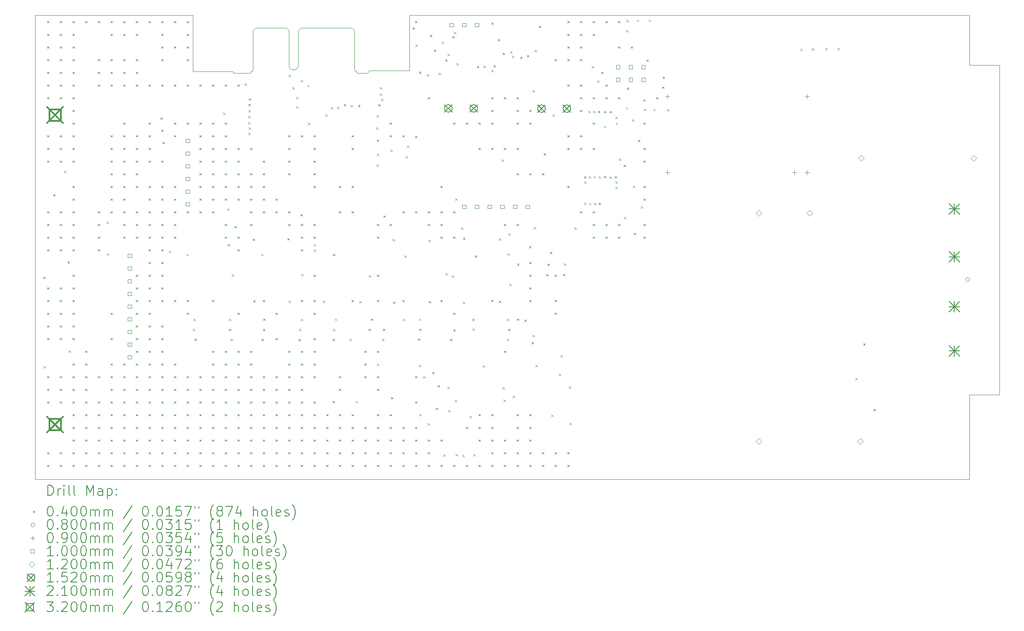
<source format=gbr>
%TF.GenerationSoftware,KiCad,Pcbnew,8.0.5*%
%TF.CreationDate,2024-11-08T09:24:42+00:00*%
%TF.ProjectId,Main_V44,4d61696e-5f56-4343-942e-6b696361645f,rev?*%
%TF.SameCoordinates,Original*%
%TF.FileFunction,Drillmap*%
%TF.FilePolarity,Positive*%
%FSLAX45Y45*%
G04 Gerber Fmt 4.5, Leading zero omitted, Abs format (unit mm)*
G04 Created by KiCad (PCBNEW 8.0.5) date 2024-11-08 09:24:42*
%MOMM*%
%LPD*%
G01*
G04 APERTURE LIST*
%ADD10C,0.100000*%
%ADD11C,0.200000*%
%ADD12C,0.120000*%
%ADD13C,0.152000*%
%ADD14C,0.210000*%
%ADD15C,0.320000*%
G04 APERTURE END LIST*
D10*
X6390000Y505000D02*
X6452000Y443000D01*
X3983000Y443000D02*
X3955000Y471000D01*
X18700000Y1600000D02*
X18700000Y600000D01*
X3155000Y471000D02*
X3155000Y1600000D01*
X6452000Y443000D02*
X6645000Y443000D01*
X19300000Y600000D02*
X18700000Y600000D01*
X18700000Y-7700000D02*
X0Y-7700000D01*
X0Y1600000D02*
X3155000Y1600000D01*
X7492000Y490000D02*
X7492000Y1600000D01*
X4298000Y443000D02*
X3983000Y443000D01*
X18700000Y1600000D02*
X14900000Y1600000D01*
X7492000Y1600000D02*
X14900000Y1600000D01*
X19300000Y600000D02*
X19300000Y-6000000D01*
X0Y1600000D02*
X0Y0D01*
X0Y-7700000D02*
X0Y0D01*
X6645000Y443000D02*
X6692000Y490000D01*
X3155000Y471000D02*
X3955000Y471000D01*
X4360000Y505000D02*
X4298000Y443000D01*
X18700000Y-6000000D02*
X19300000Y-6000000D01*
X6692000Y490000D02*
X7492000Y490000D01*
X18700000Y-6000000D02*
X18700000Y-7700000D01*
X5270000Y600000D02*
X5270000Y1295000D01*
X6340000Y1345000D02*
X5320000Y1345000D01*
X5080000Y600000D02*
X5080000Y1295000D01*
X5030000Y1345000D02*
X4410000Y1345000D01*
X5270000Y1295000D02*
X5320000Y1345000D01*
X6390000Y1295000D02*
X6340000Y1345000D01*
X6390000Y505000D02*
X6390000Y1295000D01*
X5080000Y1295000D02*
X5030000Y1345000D01*
X4360000Y1295000D02*
X4410000Y1345000D01*
X4360000Y505000D02*
X4360000Y1295000D01*
X5270000Y600000D02*
G75*
G02*
X5080000Y600000I-95000J0D01*
G01*
D11*
D10*
X162880Y-3637600D02*
X202880Y-3677600D01*
X202880Y-3637600D02*
X162880Y-3677600D01*
X173040Y-5430840D02*
X213040Y-5470840D01*
X213040Y-5430840D02*
X173040Y-5470840D01*
X235630Y1485000D02*
X275630Y1445000D01*
X275630Y1485000D02*
X235630Y1445000D01*
X235630Y1231000D02*
X275630Y1191000D01*
X275630Y1231000D02*
X235630Y1191000D01*
X235630Y977000D02*
X275630Y937000D01*
X275630Y977000D02*
X235630Y937000D01*
X235630Y723000D02*
X275630Y683000D01*
X275630Y723000D02*
X235630Y683000D01*
X235630Y469000D02*
X275630Y429000D01*
X275630Y469000D02*
X235630Y429000D01*
X235630Y215000D02*
X275630Y175000D01*
X275630Y215000D02*
X235630Y175000D01*
X235630Y-39000D02*
X275630Y-79000D01*
X275630Y-39000D02*
X235630Y-79000D01*
X235630Y-801000D02*
X275630Y-841000D01*
X275630Y-801000D02*
X235630Y-841000D01*
X235630Y-1055000D02*
X275630Y-1095000D01*
X275630Y-1055000D02*
X235630Y-1095000D01*
X235630Y-1309000D02*
X275630Y-1349000D01*
X275630Y-1309000D02*
X235630Y-1349000D01*
X235630Y-2325000D02*
X275630Y-2365000D01*
X275630Y-2325000D02*
X235630Y-2365000D01*
X235630Y-2579000D02*
X275630Y-2619000D01*
X275630Y-2579000D02*
X235630Y-2619000D01*
X235630Y-2833000D02*
X275630Y-2873000D01*
X275630Y-2833000D02*
X235630Y-2873000D01*
X235630Y-3087000D02*
X275630Y-3127000D01*
X275630Y-3087000D02*
X235630Y-3127000D01*
X235630Y-3849000D02*
X275630Y-3889000D01*
X275630Y-3849000D02*
X235630Y-3889000D01*
X235630Y-4103000D02*
X275630Y-4143000D01*
X275630Y-4103000D02*
X235630Y-4143000D01*
X235630Y-4357000D02*
X275630Y-4397000D01*
X275630Y-4357000D02*
X235630Y-4397000D01*
X235630Y-4611000D02*
X275630Y-4651000D01*
X275630Y-4611000D02*
X235630Y-4651000D01*
X235630Y-4865000D02*
X275630Y-4905000D01*
X275630Y-4865000D02*
X235630Y-4905000D01*
X235630Y-5627000D02*
X275630Y-5667000D01*
X275630Y-5627000D02*
X235630Y-5667000D01*
X235630Y-5881000D02*
X275630Y-5921000D01*
X275630Y-5881000D02*
X235630Y-5921000D01*
X235630Y-6135000D02*
X275630Y-6175000D01*
X275630Y-6135000D02*
X235630Y-6175000D01*
X235630Y-7151000D02*
X275630Y-7191000D01*
X275630Y-7151000D02*
X235630Y-7191000D01*
X235630Y-7405000D02*
X275630Y-7445000D01*
X275630Y-7405000D02*
X235630Y-7445000D01*
X361000Y-1984060D02*
X401000Y-2024060D01*
X401000Y-1984060D02*
X361000Y-2024060D01*
X489630Y1485000D02*
X529630Y1445000D01*
X529630Y1485000D02*
X489630Y1445000D01*
X489630Y1231000D02*
X529630Y1191000D01*
X529630Y1231000D02*
X489630Y1191000D01*
X489630Y977000D02*
X529630Y937000D01*
X529630Y977000D02*
X489630Y937000D01*
X489630Y723000D02*
X529630Y683000D01*
X529630Y723000D02*
X489630Y683000D01*
X489630Y469000D02*
X529630Y429000D01*
X529630Y469000D02*
X489630Y429000D01*
X489630Y215000D02*
X529630Y175000D01*
X529630Y215000D02*
X489630Y175000D01*
X489630Y-39000D02*
X529630Y-79000D01*
X529630Y-39000D02*
X489630Y-79000D01*
X489630Y-801000D02*
X529630Y-841000D01*
X529630Y-801000D02*
X489630Y-841000D01*
X489630Y-1055000D02*
X529630Y-1095000D01*
X529630Y-1055000D02*
X489630Y-1095000D01*
X489630Y-1309000D02*
X529630Y-1349000D01*
X529630Y-1309000D02*
X489630Y-1349000D01*
X489630Y-2325000D02*
X529630Y-2365000D01*
X529630Y-2325000D02*
X489630Y-2365000D01*
X489630Y-2579000D02*
X529630Y-2619000D01*
X529630Y-2579000D02*
X489630Y-2619000D01*
X489630Y-2833000D02*
X529630Y-2873000D01*
X529630Y-2833000D02*
X489630Y-2873000D01*
X489630Y-3087000D02*
X529630Y-3127000D01*
X529630Y-3087000D02*
X489630Y-3127000D01*
X489630Y-3849000D02*
X529630Y-3889000D01*
X529630Y-3849000D02*
X489630Y-3889000D01*
X489630Y-4103000D02*
X529630Y-4143000D01*
X529630Y-4103000D02*
X489630Y-4143000D01*
X489630Y-4357000D02*
X529630Y-4397000D01*
X529630Y-4357000D02*
X489630Y-4397000D01*
X489630Y-4611000D02*
X529630Y-4651000D01*
X529630Y-4611000D02*
X489630Y-4651000D01*
X489630Y-4865000D02*
X529630Y-4905000D01*
X529630Y-4865000D02*
X489630Y-4905000D01*
X489630Y-5627000D02*
X529630Y-5667000D01*
X529630Y-5627000D02*
X489630Y-5667000D01*
X489630Y-5881000D02*
X529630Y-5921000D01*
X529630Y-5881000D02*
X489630Y-5921000D01*
X489630Y-6135000D02*
X529630Y-6175000D01*
X529630Y-6135000D02*
X489630Y-6175000D01*
X489630Y-7151000D02*
X529630Y-7191000D01*
X529630Y-7151000D02*
X489630Y-7191000D01*
X489630Y-7405000D02*
X529630Y-7445000D01*
X529630Y-7405000D02*
X489630Y-7445000D01*
X576900Y-1514160D02*
X616900Y-1554160D01*
X616900Y-1514160D02*
X576900Y-1554160D01*
X648020Y-3327720D02*
X688020Y-3367720D01*
X688020Y-3327720D02*
X648020Y-3367720D01*
X668340Y-5115880D02*
X708340Y-5155880D01*
X708340Y-5115880D02*
X668340Y-5155880D01*
X743630Y1485000D02*
X783630Y1445000D01*
X783630Y1485000D02*
X743630Y1445000D01*
X743630Y1231000D02*
X783630Y1191000D01*
X783630Y1231000D02*
X743630Y1191000D01*
X743630Y977000D02*
X783630Y937000D01*
X783630Y977000D02*
X743630Y937000D01*
X743630Y723000D02*
X783630Y683000D01*
X783630Y723000D02*
X743630Y683000D01*
X743630Y469000D02*
X783630Y429000D01*
X783630Y469000D02*
X743630Y429000D01*
X743630Y215000D02*
X783630Y175000D01*
X783630Y215000D02*
X743630Y175000D01*
X743630Y-39000D02*
X783630Y-79000D01*
X783630Y-39000D02*
X743630Y-79000D01*
X743630Y-293000D02*
X783630Y-333000D01*
X783630Y-293000D02*
X743630Y-333000D01*
X743630Y-547000D02*
X783630Y-587000D01*
X783630Y-547000D02*
X743630Y-587000D01*
X743630Y-801000D02*
X783630Y-841000D01*
X783630Y-801000D02*
X743630Y-841000D01*
X743630Y-1055000D02*
X783630Y-1095000D01*
X783630Y-1055000D02*
X743630Y-1095000D01*
X743630Y-1309000D02*
X783630Y-1349000D01*
X783630Y-1309000D02*
X743630Y-1349000D01*
X743630Y-1817000D02*
X783630Y-1857000D01*
X783630Y-1817000D02*
X743630Y-1857000D01*
X743630Y-2071000D02*
X783630Y-2111000D01*
X783630Y-2071000D02*
X743630Y-2111000D01*
X743630Y-2325000D02*
X783630Y-2365000D01*
X783630Y-2325000D02*
X743630Y-2365000D01*
X743630Y-2579000D02*
X783630Y-2619000D01*
X783630Y-2579000D02*
X743630Y-2619000D01*
X743630Y-2833000D02*
X783630Y-2873000D01*
X783630Y-2833000D02*
X743630Y-2873000D01*
X743630Y-3087000D02*
X783630Y-3127000D01*
X783630Y-3087000D02*
X743630Y-3127000D01*
X743630Y-3595000D02*
X783630Y-3635000D01*
X783630Y-3595000D02*
X743630Y-3635000D01*
X743630Y-3849000D02*
X783630Y-3889000D01*
X783630Y-3849000D02*
X743630Y-3889000D01*
X743630Y-4103000D02*
X783630Y-4143000D01*
X783630Y-4103000D02*
X743630Y-4143000D01*
X743630Y-4357000D02*
X783630Y-4397000D01*
X783630Y-4357000D02*
X743630Y-4397000D01*
X743630Y-4611000D02*
X783630Y-4651000D01*
X783630Y-4611000D02*
X743630Y-4651000D01*
X743630Y-4865000D02*
X783630Y-4905000D01*
X783630Y-4865000D02*
X743630Y-4905000D01*
X743630Y-5373000D02*
X783630Y-5413000D01*
X783630Y-5373000D02*
X743630Y-5413000D01*
X743630Y-5627000D02*
X783630Y-5667000D01*
X783630Y-5627000D02*
X743630Y-5667000D01*
X743630Y-5881000D02*
X783630Y-5921000D01*
X783630Y-5881000D02*
X743630Y-5921000D01*
X743630Y-6135000D02*
X783630Y-6175000D01*
X783630Y-6135000D02*
X743630Y-6175000D01*
X743630Y-6389000D02*
X783630Y-6429000D01*
X783630Y-6389000D02*
X743630Y-6429000D01*
X743630Y-6643000D02*
X783630Y-6683000D01*
X783630Y-6643000D02*
X743630Y-6683000D01*
X743630Y-6897000D02*
X783630Y-6937000D01*
X783630Y-6897000D02*
X743630Y-6937000D01*
X743630Y-7151000D02*
X783630Y-7191000D01*
X783630Y-7151000D02*
X743630Y-7191000D01*
X743630Y-7405000D02*
X783630Y-7445000D01*
X783630Y-7405000D02*
X743630Y-7445000D01*
X997630Y1485000D02*
X1037630Y1445000D01*
X1037630Y1485000D02*
X997630Y1445000D01*
X997630Y-5119000D02*
X1037630Y-5159000D01*
X1037630Y-5119000D02*
X997630Y-5159000D01*
X997630Y-5373000D02*
X1037630Y-5413000D01*
X1037630Y-5373000D02*
X997630Y-5413000D01*
X997630Y-5627000D02*
X1037630Y-5667000D01*
X1037630Y-5627000D02*
X997630Y-5667000D01*
X997630Y-5881000D02*
X1037630Y-5921000D01*
X1037630Y-5881000D02*
X997630Y-5921000D01*
X997630Y-6135000D02*
X1037630Y-6175000D01*
X1037630Y-6135000D02*
X997630Y-6175000D01*
X997630Y-6389000D02*
X1037630Y-6429000D01*
X1037630Y-6389000D02*
X997630Y-6429000D01*
X997630Y-6643000D02*
X1037630Y-6683000D01*
X1037630Y-6643000D02*
X997630Y-6683000D01*
X997630Y-6897000D02*
X1037630Y-6937000D01*
X1037630Y-6897000D02*
X997630Y-6937000D01*
X997630Y-7151000D02*
X1037630Y-7191000D01*
X1037630Y-7151000D02*
X997630Y-7191000D01*
X997630Y-7405000D02*
X1037630Y-7445000D01*
X1037630Y-7405000D02*
X997630Y-7445000D01*
X1251630Y1485000D02*
X1291630Y1445000D01*
X1291630Y1485000D02*
X1251630Y1445000D01*
X1251630Y723000D02*
X1291630Y683000D01*
X1291630Y723000D02*
X1251630Y683000D01*
X1251630Y469000D02*
X1291630Y429000D01*
X1291630Y469000D02*
X1251630Y429000D01*
X1251630Y215000D02*
X1291630Y175000D01*
X1291630Y215000D02*
X1251630Y175000D01*
X1251630Y-2325000D02*
X1291630Y-2365000D01*
X1291630Y-2325000D02*
X1251630Y-2365000D01*
X1251630Y-2579000D02*
X1291630Y-2619000D01*
X1291630Y-2579000D02*
X1251630Y-2619000D01*
X1251630Y-2833000D02*
X1291630Y-2873000D01*
X1291630Y-2833000D02*
X1251630Y-2873000D01*
X1251630Y-3087000D02*
X1291630Y-3127000D01*
X1291630Y-3087000D02*
X1251630Y-3127000D01*
X1251630Y-5627000D02*
X1291630Y-5667000D01*
X1291630Y-5627000D02*
X1251630Y-5667000D01*
X1251630Y-6135000D02*
X1291630Y-6175000D01*
X1291630Y-6135000D02*
X1251630Y-6175000D01*
X1251630Y-6389000D02*
X1291630Y-6429000D01*
X1291630Y-6389000D02*
X1251630Y-6429000D01*
X1251630Y-6643000D02*
X1291630Y-6683000D01*
X1291630Y-6643000D02*
X1251630Y-6683000D01*
X1251630Y-6897000D02*
X1291630Y-6937000D01*
X1291630Y-6897000D02*
X1251630Y-6937000D01*
X1251630Y-7151000D02*
X1291630Y-7191000D01*
X1291630Y-7151000D02*
X1251630Y-7191000D01*
X1251630Y-7405000D02*
X1291630Y-7445000D01*
X1291630Y-7405000D02*
X1251630Y-7445000D01*
X1432880Y-2535240D02*
X1472880Y-2575240D01*
X1472880Y-2535240D02*
X1432880Y-2575240D01*
X1442500Y-3165000D02*
X1482500Y-3205000D01*
X1482500Y-3165000D02*
X1442500Y-3205000D01*
X1505630Y1485000D02*
X1545630Y1445000D01*
X1545630Y1485000D02*
X1505630Y1445000D01*
X1505630Y1231000D02*
X1545630Y1191000D01*
X1545630Y1231000D02*
X1505630Y1191000D01*
X1505630Y723000D02*
X1545630Y683000D01*
X1545630Y723000D02*
X1505630Y683000D01*
X1505630Y469000D02*
X1545630Y429000D01*
X1545630Y469000D02*
X1505630Y429000D01*
X1505630Y215000D02*
X1545630Y175000D01*
X1545630Y215000D02*
X1505630Y175000D01*
X1505630Y-801000D02*
X1545630Y-841000D01*
X1545630Y-801000D02*
X1505630Y-841000D01*
X1505630Y-1055000D02*
X1545630Y-1095000D01*
X1545630Y-1055000D02*
X1505630Y-1095000D01*
X1505630Y-1309000D02*
X1545630Y-1349000D01*
X1545630Y-1309000D02*
X1505630Y-1349000D01*
X1505630Y-1563000D02*
X1545630Y-1603000D01*
X1545630Y-1563000D02*
X1505630Y-1603000D01*
X1505630Y-1817000D02*
X1545630Y-1857000D01*
X1545630Y-1817000D02*
X1505630Y-1857000D01*
X1505630Y-2071000D02*
X1545630Y-2111000D01*
X1545630Y-2071000D02*
X1505630Y-2111000D01*
X1505630Y-2325000D02*
X1545630Y-2365000D01*
X1545630Y-2325000D02*
X1505630Y-2365000D01*
X1505630Y-4357000D02*
X1545630Y-4397000D01*
X1545630Y-4357000D02*
X1505630Y-4397000D01*
X1505630Y-4865000D02*
X1545630Y-4905000D01*
X1545630Y-4865000D02*
X1505630Y-4905000D01*
X1505630Y-5373000D02*
X1545630Y-5413000D01*
X1545630Y-5373000D02*
X1505630Y-5413000D01*
X1505630Y-5627000D02*
X1545630Y-5667000D01*
X1545630Y-5627000D02*
X1505630Y-5667000D01*
X1505630Y-5881000D02*
X1545630Y-5921000D01*
X1545630Y-5881000D02*
X1505630Y-5921000D01*
X1505630Y-6135000D02*
X1545630Y-6175000D01*
X1545630Y-6135000D02*
X1505630Y-6175000D01*
X1505630Y-6389000D02*
X1545630Y-6429000D01*
X1545630Y-6389000D02*
X1505630Y-6429000D01*
X1505630Y-6643000D02*
X1545630Y-6683000D01*
X1545630Y-6643000D02*
X1505630Y-6683000D01*
X1505630Y-6897000D02*
X1545630Y-6937000D01*
X1545630Y-6897000D02*
X1505630Y-6937000D01*
X1505630Y-7151000D02*
X1545630Y-7191000D01*
X1545630Y-7151000D02*
X1505630Y-7191000D01*
X1505630Y-7405000D02*
X1545630Y-7445000D01*
X1545630Y-7405000D02*
X1505630Y-7445000D01*
X1759630Y1485000D02*
X1799630Y1445000D01*
X1799630Y1485000D02*
X1759630Y1445000D01*
X1759630Y1231000D02*
X1799630Y1191000D01*
X1799630Y1231000D02*
X1759630Y1191000D01*
X1759630Y723000D02*
X1799630Y683000D01*
X1799630Y723000D02*
X1759630Y683000D01*
X1759630Y469000D02*
X1799630Y429000D01*
X1799630Y469000D02*
X1759630Y429000D01*
X1759630Y215000D02*
X1799630Y175000D01*
X1799630Y215000D02*
X1759630Y175000D01*
X1759630Y-547000D02*
X1799630Y-587000D01*
X1799630Y-547000D02*
X1759630Y-587000D01*
X1759630Y-801000D02*
X1799630Y-841000D01*
X1799630Y-801000D02*
X1759630Y-841000D01*
X1759630Y-1055000D02*
X1799630Y-1095000D01*
X1799630Y-1055000D02*
X1759630Y-1095000D01*
X1759630Y-1309000D02*
X1799630Y-1349000D01*
X1799630Y-1309000D02*
X1759630Y-1349000D01*
X1759630Y-1563000D02*
X1799630Y-1603000D01*
X1799630Y-1563000D02*
X1759630Y-1603000D01*
X1759630Y-1817000D02*
X1799630Y-1857000D01*
X1799630Y-1817000D02*
X1759630Y-1857000D01*
X1759630Y-2071000D02*
X1799630Y-2111000D01*
X1799630Y-2071000D02*
X1759630Y-2111000D01*
X1759630Y-2325000D02*
X1799630Y-2365000D01*
X1799630Y-2325000D02*
X1759630Y-2365000D01*
X1759630Y-2579000D02*
X1799630Y-2619000D01*
X1799630Y-2579000D02*
X1759630Y-2619000D01*
X1759630Y-2833000D02*
X1799630Y-2873000D01*
X1799630Y-2833000D02*
X1759630Y-2873000D01*
X1759630Y-5373000D02*
X1799630Y-5413000D01*
X1799630Y-5373000D02*
X1759630Y-5413000D01*
X1759630Y-5627000D02*
X1799630Y-5667000D01*
X1799630Y-5627000D02*
X1759630Y-5667000D01*
X1759630Y-5881000D02*
X1799630Y-5921000D01*
X1799630Y-5881000D02*
X1759630Y-5921000D01*
X1759630Y-6135000D02*
X1799630Y-6175000D01*
X1799630Y-6135000D02*
X1759630Y-6175000D01*
X1759630Y-6389000D02*
X1799630Y-6429000D01*
X1799630Y-6389000D02*
X1759630Y-6429000D01*
X1759630Y-6643000D02*
X1799630Y-6683000D01*
X1799630Y-6643000D02*
X1759630Y-6683000D01*
X1759630Y-6897000D02*
X1799630Y-6937000D01*
X1799630Y-6897000D02*
X1759630Y-6937000D01*
X1759630Y-7151000D02*
X1799630Y-7191000D01*
X1799630Y-7151000D02*
X1759630Y-7191000D01*
X1759630Y-7405000D02*
X1799630Y-7445000D01*
X1799630Y-7405000D02*
X1759630Y-7445000D01*
X2013630Y1485000D02*
X2053630Y1445000D01*
X2053630Y1485000D02*
X2013630Y1445000D01*
X2013630Y1231000D02*
X2053630Y1191000D01*
X2053630Y1231000D02*
X2013630Y1191000D01*
X2013630Y723000D02*
X2053630Y683000D01*
X2053630Y723000D02*
X2013630Y683000D01*
X2013630Y469000D02*
X2053630Y429000D01*
X2053630Y469000D02*
X2013630Y429000D01*
X2013630Y215000D02*
X2053630Y175000D01*
X2053630Y215000D02*
X2013630Y175000D01*
X2013630Y-801000D02*
X2053630Y-841000D01*
X2053630Y-801000D02*
X2013630Y-841000D01*
X2013630Y-1055000D02*
X2053630Y-1095000D01*
X2053630Y-1055000D02*
X2013630Y-1095000D01*
X2013630Y-1309000D02*
X2053630Y-1349000D01*
X2053630Y-1309000D02*
X2013630Y-1349000D01*
X2013630Y-1563000D02*
X2053630Y-1603000D01*
X2053630Y-1563000D02*
X2013630Y-1603000D01*
X2013630Y-1817000D02*
X2053630Y-1857000D01*
X2053630Y-1817000D02*
X2013630Y-1857000D01*
X2013630Y-2325000D02*
X2053630Y-2365000D01*
X2053630Y-2325000D02*
X2013630Y-2365000D01*
X2013630Y-2579000D02*
X2053630Y-2619000D01*
X2053630Y-2579000D02*
X2013630Y-2619000D01*
X2013630Y-2833000D02*
X2053630Y-2873000D01*
X2053630Y-2833000D02*
X2013630Y-2873000D01*
X2013630Y-3595000D02*
X2053630Y-3635000D01*
X2053630Y-3595000D02*
X2013630Y-3635000D01*
X2013630Y-3849000D02*
X2053630Y-3889000D01*
X2053630Y-3849000D02*
X2013630Y-3889000D01*
X2013630Y-4103000D02*
X2053630Y-4143000D01*
X2053630Y-4103000D02*
X2013630Y-4143000D01*
X2013630Y-4357000D02*
X2053630Y-4397000D01*
X2053630Y-4357000D02*
X2013630Y-4397000D01*
X2013630Y-4611000D02*
X2053630Y-4651000D01*
X2053630Y-4611000D02*
X2013630Y-4651000D01*
X2013630Y-4865000D02*
X2053630Y-4905000D01*
X2053630Y-4865000D02*
X2013630Y-4905000D01*
X2013630Y-5119000D02*
X2053630Y-5159000D01*
X2053630Y-5119000D02*
X2013630Y-5159000D01*
X2013630Y-5373000D02*
X2053630Y-5413000D01*
X2053630Y-5373000D02*
X2013630Y-5413000D01*
X2013630Y-5627000D02*
X2053630Y-5667000D01*
X2053630Y-5627000D02*
X2013630Y-5667000D01*
X2013630Y-5881000D02*
X2053630Y-5921000D01*
X2053630Y-5881000D02*
X2013630Y-5921000D01*
X2013630Y-6135000D02*
X2053630Y-6175000D01*
X2053630Y-6135000D02*
X2013630Y-6175000D01*
X2013630Y-6389000D02*
X2053630Y-6429000D01*
X2053630Y-6389000D02*
X2013630Y-6429000D01*
X2013630Y-6643000D02*
X2053630Y-6683000D01*
X2053630Y-6643000D02*
X2013630Y-6683000D01*
X2013630Y-6897000D02*
X2053630Y-6937000D01*
X2053630Y-6897000D02*
X2013630Y-6937000D01*
X2013630Y-7151000D02*
X2053630Y-7191000D01*
X2053630Y-7151000D02*
X2013630Y-7191000D01*
X2013630Y-7405000D02*
X2053630Y-7445000D01*
X2053630Y-7405000D02*
X2013630Y-7445000D01*
X2267630Y1485000D02*
X2307630Y1445000D01*
X2307630Y1485000D02*
X2267630Y1445000D01*
X2267630Y215000D02*
X2307630Y175000D01*
X2307630Y215000D02*
X2267630Y175000D01*
X2267630Y-547000D02*
X2307630Y-587000D01*
X2307630Y-547000D02*
X2267630Y-587000D01*
X2267630Y-801000D02*
X2307630Y-841000D01*
X2307630Y-801000D02*
X2267630Y-841000D01*
X2267630Y-1055000D02*
X2307630Y-1095000D01*
X2307630Y-1055000D02*
X2267630Y-1095000D01*
X2267630Y-1309000D02*
X2307630Y-1349000D01*
X2307630Y-1309000D02*
X2267630Y-1349000D01*
X2267630Y-1817000D02*
X2307630Y-1857000D01*
X2307630Y-1817000D02*
X2267630Y-1857000D01*
X2267630Y-2071000D02*
X2307630Y-2111000D01*
X2307630Y-2071000D02*
X2267630Y-2111000D01*
X2267630Y-2325000D02*
X2307630Y-2365000D01*
X2307630Y-2325000D02*
X2267630Y-2365000D01*
X2267630Y-2579000D02*
X2307630Y-2619000D01*
X2307630Y-2579000D02*
X2267630Y-2619000D01*
X2267630Y-2833000D02*
X2307630Y-2873000D01*
X2307630Y-2833000D02*
X2267630Y-2873000D01*
X2267630Y-3087000D02*
X2307630Y-3127000D01*
X2307630Y-3087000D02*
X2267630Y-3127000D01*
X2267630Y-3341000D02*
X2307630Y-3381000D01*
X2307630Y-3341000D02*
X2267630Y-3381000D01*
X2267630Y-3595000D02*
X2307630Y-3635000D01*
X2307630Y-3595000D02*
X2267630Y-3635000D01*
X2267630Y-3849000D02*
X2307630Y-3889000D01*
X2307630Y-3849000D02*
X2267630Y-3889000D01*
X2267630Y-4103000D02*
X2307630Y-4143000D01*
X2307630Y-4103000D02*
X2267630Y-4143000D01*
X2267630Y-4357000D02*
X2307630Y-4397000D01*
X2307630Y-4357000D02*
X2267630Y-4397000D01*
X2267630Y-4611000D02*
X2307630Y-4651000D01*
X2307630Y-4611000D02*
X2267630Y-4651000D01*
X2267630Y-4865000D02*
X2307630Y-4905000D01*
X2307630Y-4865000D02*
X2267630Y-4905000D01*
X2267630Y-5119000D02*
X2307630Y-5159000D01*
X2307630Y-5119000D02*
X2267630Y-5159000D01*
X2267630Y-5373000D02*
X2307630Y-5413000D01*
X2307630Y-5373000D02*
X2267630Y-5413000D01*
X2267630Y-5627000D02*
X2307630Y-5667000D01*
X2307630Y-5627000D02*
X2267630Y-5667000D01*
X2267630Y-5881000D02*
X2307630Y-5921000D01*
X2307630Y-5881000D02*
X2267630Y-5921000D01*
X2267630Y-6135000D02*
X2307630Y-6175000D01*
X2307630Y-6135000D02*
X2267630Y-6175000D01*
X2267630Y-6389000D02*
X2307630Y-6429000D01*
X2307630Y-6389000D02*
X2267630Y-6429000D01*
X2267630Y-6643000D02*
X2307630Y-6683000D01*
X2307630Y-6643000D02*
X2267630Y-6683000D01*
X2267630Y-6897000D02*
X2307630Y-6937000D01*
X2307630Y-6897000D02*
X2267630Y-6937000D01*
X2267630Y-7151000D02*
X2307630Y-7191000D01*
X2307630Y-7151000D02*
X2267630Y-7191000D01*
X2267630Y-7405000D02*
X2307630Y-7445000D01*
X2307630Y-7405000D02*
X2267630Y-7445000D01*
X2505000Y-445000D02*
X2545000Y-485000D01*
X2545000Y-445000D02*
X2505000Y-485000D01*
X2521630Y1485000D02*
X2561630Y1445000D01*
X2561630Y1485000D02*
X2521630Y1445000D01*
X2521630Y1231000D02*
X2561630Y1191000D01*
X2561630Y1231000D02*
X2521630Y1191000D01*
X2521630Y977000D02*
X2561630Y937000D01*
X2561630Y977000D02*
X2521630Y937000D01*
X2521630Y723000D02*
X2561630Y683000D01*
X2561630Y723000D02*
X2521630Y683000D01*
X2521630Y215000D02*
X2561630Y175000D01*
X2561630Y215000D02*
X2521630Y175000D01*
X2521630Y-1309000D02*
X2561630Y-1349000D01*
X2561630Y-1309000D02*
X2521630Y-1349000D01*
X2521630Y-1817000D02*
X2561630Y-1857000D01*
X2561630Y-1817000D02*
X2521630Y-1857000D01*
X2521630Y-2071000D02*
X2561630Y-2111000D01*
X2561630Y-2071000D02*
X2521630Y-2111000D01*
X2521630Y-2325000D02*
X2561630Y-2365000D01*
X2561630Y-2325000D02*
X2521630Y-2365000D01*
X2521630Y-2579000D02*
X2561630Y-2619000D01*
X2561630Y-2579000D02*
X2521630Y-2619000D01*
X2521630Y-2833000D02*
X2561630Y-2873000D01*
X2561630Y-2833000D02*
X2521630Y-2873000D01*
X2521630Y-3087000D02*
X2561630Y-3127000D01*
X2561630Y-3087000D02*
X2521630Y-3127000D01*
X2521630Y-3341000D02*
X2561630Y-3381000D01*
X2561630Y-3341000D02*
X2521630Y-3381000D01*
X2521630Y-3595000D02*
X2561630Y-3635000D01*
X2561630Y-3595000D02*
X2521630Y-3635000D01*
X2521630Y-3849000D02*
X2561630Y-3889000D01*
X2561630Y-3849000D02*
X2521630Y-3889000D01*
X2521630Y-4103000D02*
X2561630Y-4143000D01*
X2561630Y-4103000D02*
X2521630Y-4143000D01*
X2521630Y-4611000D02*
X2561630Y-4651000D01*
X2561630Y-4611000D02*
X2521630Y-4651000D01*
X2521630Y-4865000D02*
X2561630Y-4905000D01*
X2561630Y-4865000D02*
X2521630Y-4905000D01*
X2521630Y-5119000D02*
X2561630Y-5159000D01*
X2561630Y-5119000D02*
X2521630Y-5159000D01*
X2521630Y-5373000D02*
X2561630Y-5413000D01*
X2561630Y-5373000D02*
X2521630Y-5413000D01*
X2521630Y-5627000D02*
X2561630Y-5667000D01*
X2561630Y-5627000D02*
X2521630Y-5667000D01*
X2521630Y-5881000D02*
X2561630Y-5921000D01*
X2561630Y-5881000D02*
X2521630Y-5921000D01*
X2521630Y-6135000D02*
X2561630Y-6175000D01*
X2561630Y-6135000D02*
X2521630Y-6175000D01*
X2521630Y-6389000D02*
X2561630Y-6429000D01*
X2561630Y-6389000D02*
X2521630Y-6429000D01*
X2521630Y-6643000D02*
X2561630Y-6683000D01*
X2561630Y-6643000D02*
X2521630Y-6683000D01*
X2521630Y-6897000D02*
X2561630Y-6937000D01*
X2561630Y-6897000D02*
X2521630Y-6937000D01*
X2521630Y-7151000D02*
X2561630Y-7191000D01*
X2561630Y-7151000D02*
X2521630Y-7191000D01*
X2521630Y-7405000D02*
X2561630Y-7445000D01*
X2561630Y-7405000D02*
X2521630Y-7445000D01*
X2525080Y-691200D02*
X2565080Y-731200D01*
X2565080Y-691200D02*
X2525080Y-731200D01*
X2550480Y-937580D02*
X2590480Y-977580D01*
X2590480Y-937580D02*
X2550480Y-977580D01*
X2677480Y-3116900D02*
X2717480Y-3156900D01*
X2717480Y-3116900D02*
X2677480Y-3156900D01*
X2775630Y1485000D02*
X2815630Y1445000D01*
X2815630Y1485000D02*
X2775630Y1445000D01*
X2775630Y977000D02*
X2815630Y937000D01*
X2815630Y977000D02*
X2775630Y937000D01*
X2775630Y215000D02*
X2815630Y175000D01*
X2815630Y215000D02*
X2775630Y175000D01*
X2775630Y-547000D02*
X2815630Y-587000D01*
X2815630Y-547000D02*
X2775630Y-587000D01*
X2775630Y-801000D02*
X2815630Y-841000D01*
X2815630Y-801000D02*
X2775630Y-841000D01*
X2775630Y-1817000D02*
X2815630Y-1857000D01*
X2815630Y-1817000D02*
X2775630Y-1857000D01*
X2775630Y-2071000D02*
X2815630Y-2111000D01*
X2815630Y-2071000D02*
X2775630Y-2111000D01*
X2775630Y-2325000D02*
X2815630Y-2365000D01*
X2815630Y-2325000D02*
X2775630Y-2365000D01*
X2775630Y-2579000D02*
X2815630Y-2619000D01*
X2815630Y-2579000D02*
X2775630Y-2619000D01*
X2775630Y-2833000D02*
X2815630Y-2873000D01*
X2815630Y-2833000D02*
X2775630Y-2873000D01*
X2775630Y-4103000D02*
X2815630Y-4143000D01*
X2815630Y-4103000D02*
X2775630Y-4143000D01*
X2775630Y-5373000D02*
X2815630Y-5413000D01*
X2815630Y-5373000D02*
X2775630Y-5413000D01*
X2775630Y-5627000D02*
X2815630Y-5667000D01*
X2815630Y-5627000D02*
X2775630Y-5667000D01*
X2775630Y-5881000D02*
X2815630Y-5921000D01*
X2815630Y-5881000D02*
X2775630Y-5921000D01*
X2775630Y-6135000D02*
X2815630Y-6175000D01*
X2815630Y-6135000D02*
X2775630Y-6175000D01*
X2775630Y-6389000D02*
X2815630Y-6429000D01*
X2815630Y-6389000D02*
X2775630Y-6429000D01*
X2775630Y-6643000D02*
X2815630Y-6683000D01*
X2815630Y-6643000D02*
X2775630Y-6683000D01*
X2775630Y-6897000D02*
X2815630Y-6937000D01*
X2815630Y-6897000D02*
X2775630Y-6937000D01*
X2775630Y-7151000D02*
X2815630Y-7191000D01*
X2815630Y-7151000D02*
X2775630Y-7191000D01*
X2775630Y-7405000D02*
X2815630Y-7445000D01*
X2815630Y-7405000D02*
X2775630Y-7445000D01*
X3028000Y-3180400D02*
X3068000Y-3220400D01*
X3068000Y-3180400D02*
X3028000Y-3220400D01*
X3029630Y1485000D02*
X3069630Y1445000D01*
X3069630Y1485000D02*
X3029630Y1445000D01*
X3029630Y1231000D02*
X3069630Y1191000D01*
X3069630Y1231000D02*
X3029630Y1191000D01*
X3029630Y977000D02*
X3069630Y937000D01*
X3069630Y977000D02*
X3029630Y937000D01*
X3029630Y723000D02*
X3069630Y683000D01*
X3069630Y723000D02*
X3029630Y683000D01*
X3029630Y215000D02*
X3069630Y175000D01*
X3069630Y215000D02*
X3029630Y175000D01*
X3029630Y-547000D02*
X3069630Y-587000D01*
X3069630Y-547000D02*
X3029630Y-587000D01*
X3029630Y-2325000D02*
X3069630Y-2365000D01*
X3069630Y-2325000D02*
X3029630Y-2365000D01*
X3029630Y-4103000D02*
X3069630Y-4143000D01*
X3069630Y-4103000D02*
X3029630Y-4143000D01*
X3029630Y-4357000D02*
X3069630Y-4397000D01*
X3069630Y-4357000D02*
X3029630Y-4397000D01*
X3029630Y-5627000D02*
X3069630Y-5667000D01*
X3069630Y-5627000D02*
X3029630Y-5667000D01*
X3029630Y-5881000D02*
X3069630Y-5921000D01*
X3069630Y-5881000D02*
X3029630Y-5921000D01*
X3029630Y-6135000D02*
X3069630Y-6175000D01*
X3069630Y-6135000D02*
X3029630Y-6175000D01*
X3029630Y-6389000D02*
X3069630Y-6429000D01*
X3069630Y-6389000D02*
X3029630Y-6429000D01*
X3029630Y-6643000D02*
X3069630Y-6683000D01*
X3069630Y-6643000D02*
X3029630Y-6683000D01*
X3029630Y-6897000D02*
X3069630Y-6937000D01*
X3069630Y-6897000D02*
X3029630Y-6937000D01*
X3029630Y-7151000D02*
X3069630Y-7191000D01*
X3069630Y-7151000D02*
X3029630Y-7191000D01*
X3029630Y-7405000D02*
X3069630Y-7445000D01*
X3069630Y-7405000D02*
X3029630Y-7445000D01*
X3157540Y-4681540D02*
X3197540Y-4721540D01*
X3197540Y-4681540D02*
X3157540Y-4721540D01*
X3167700Y-4480880D02*
X3207700Y-4520880D01*
X3207700Y-4480880D02*
X3167700Y-4520880D01*
X3188020Y-4877120D02*
X3228020Y-4917120D01*
X3228020Y-4877120D02*
X3188020Y-4917120D01*
X3283630Y215000D02*
X3323630Y175000D01*
X3323630Y215000D02*
X3283630Y175000D01*
X3283630Y-547000D02*
X3323630Y-587000D01*
X3323630Y-547000D02*
X3283630Y-587000D01*
X3283630Y-801000D02*
X3323630Y-841000D01*
X3323630Y-801000D02*
X3283630Y-841000D01*
X3283630Y-1055000D02*
X3323630Y-1095000D01*
X3323630Y-1055000D02*
X3283630Y-1095000D01*
X3283630Y-1309000D02*
X3323630Y-1349000D01*
X3323630Y-1309000D02*
X3283630Y-1349000D01*
X3283630Y-1563000D02*
X3323630Y-1603000D01*
X3323630Y-1563000D02*
X3283630Y-1603000D01*
X3283630Y-1817000D02*
X3323630Y-1857000D01*
X3323630Y-1817000D02*
X3283630Y-1857000D01*
X3283630Y-2071000D02*
X3323630Y-2111000D01*
X3323630Y-2071000D02*
X3283630Y-2111000D01*
X3283630Y-2325000D02*
X3323630Y-2365000D01*
X3323630Y-2325000D02*
X3283630Y-2365000D01*
X3283630Y-5627000D02*
X3323630Y-5667000D01*
X3323630Y-5627000D02*
X3283630Y-5667000D01*
X3283630Y-5881000D02*
X3323630Y-5921000D01*
X3323630Y-5881000D02*
X3283630Y-5921000D01*
X3283630Y-6135000D02*
X3323630Y-6175000D01*
X3323630Y-6135000D02*
X3283630Y-6175000D01*
X3283630Y-6389000D02*
X3323630Y-6429000D01*
X3323630Y-6389000D02*
X3283630Y-6429000D01*
X3283630Y-6643000D02*
X3323630Y-6683000D01*
X3323630Y-6643000D02*
X3283630Y-6683000D01*
X3283630Y-6897000D02*
X3323630Y-6937000D01*
X3323630Y-6897000D02*
X3283630Y-6937000D01*
X3283630Y-7151000D02*
X3323630Y-7191000D01*
X3323630Y-7151000D02*
X3283630Y-7191000D01*
X3283630Y-7405000D02*
X3323630Y-7445000D01*
X3323630Y-7405000D02*
X3283630Y-7445000D01*
X3537630Y215000D02*
X3577630Y175000D01*
X3577630Y215000D02*
X3537630Y175000D01*
X3537630Y-547000D02*
X3577630Y-587000D01*
X3577630Y-547000D02*
X3537630Y-587000D01*
X3537630Y-801000D02*
X3577630Y-841000D01*
X3577630Y-801000D02*
X3537630Y-841000D01*
X3537630Y-1055000D02*
X3577630Y-1095000D01*
X3577630Y-1055000D02*
X3537630Y-1095000D01*
X3537630Y-1309000D02*
X3577630Y-1349000D01*
X3577630Y-1309000D02*
X3537630Y-1349000D01*
X3537630Y-1563000D02*
X3577630Y-1603000D01*
X3577630Y-1563000D02*
X3537630Y-1603000D01*
X3537630Y-1817000D02*
X3577630Y-1857000D01*
X3577630Y-1817000D02*
X3537630Y-1857000D01*
X3537630Y-2071000D02*
X3577630Y-2111000D01*
X3577630Y-2071000D02*
X3537630Y-2111000D01*
X3537630Y-2325000D02*
X3577630Y-2365000D01*
X3577630Y-2325000D02*
X3537630Y-2365000D01*
X3537630Y-4103000D02*
X3577630Y-4143000D01*
X3577630Y-4103000D02*
X3537630Y-4143000D01*
X3537630Y-5119000D02*
X3577630Y-5159000D01*
X3577630Y-5119000D02*
X3537630Y-5159000D01*
X3537630Y-5373000D02*
X3577630Y-5413000D01*
X3577630Y-5373000D02*
X3537630Y-5413000D01*
X3537630Y-5627000D02*
X3577630Y-5667000D01*
X3577630Y-5627000D02*
X3537630Y-5667000D01*
X3537630Y-5881000D02*
X3577630Y-5921000D01*
X3577630Y-5881000D02*
X3537630Y-5921000D01*
X3537630Y-6135000D02*
X3577630Y-6175000D01*
X3577630Y-6135000D02*
X3537630Y-6175000D01*
X3537630Y-6389000D02*
X3577630Y-6429000D01*
X3577630Y-6389000D02*
X3537630Y-6429000D01*
X3537630Y-6643000D02*
X3577630Y-6683000D01*
X3577630Y-6643000D02*
X3537630Y-6683000D01*
X3537630Y-6897000D02*
X3577630Y-6937000D01*
X3577630Y-6897000D02*
X3537630Y-6937000D01*
X3537630Y-7151000D02*
X3577630Y-7191000D01*
X3577630Y-7151000D02*
X3537630Y-7191000D01*
X3537630Y-7405000D02*
X3577630Y-7445000D01*
X3577630Y-7405000D02*
X3537630Y-7445000D01*
X3756980Y-348300D02*
X3796980Y-388300D01*
X3796980Y-348300D02*
X3756980Y-388300D01*
X3791630Y215000D02*
X3831630Y175000D01*
X3831630Y215000D02*
X3791630Y175000D01*
X3791630Y-547000D02*
X3831630Y-587000D01*
X3831630Y-547000D02*
X3791630Y-587000D01*
X3791630Y-801000D02*
X3831630Y-841000D01*
X3831630Y-801000D02*
X3791630Y-841000D01*
X3791630Y-1055000D02*
X3831630Y-1095000D01*
X3831630Y-1055000D02*
X3791630Y-1095000D01*
X3791630Y-1309000D02*
X3831630Y-1349000D01*
X3831630Y-1309000D02*
X3791630Y-1349000D01*
X3791630Y-1563000D02*
X3831630Y-1603000D01*
X3831630Y-1563000D02*
X3791630Y-1603000D01*
X3791630Y-1817000D02*
X3831630Y-1857000D01*
X3831630Y-1817000D02*
X3791630Y-1857000D01*
X3791630Y-2071000D02*
X3831630Y-2111000D01*
X3831630Y-2071000D02*
X3791630Y-2111000D01*
X3791630Y-2579000D02*
X3831630Y-2619000D01*
X3831630Y-2579000D02*
X3791630Y-2619000D01*
X3791630Y-2833000D02*
X3831630Y-2873000D01*
X3831630Y-2833000D02*
X3791630Y-2873000D01*
X3791630Y-5119000D02*
X3831630Y-5159000D01*
X3831630Y-5119000D02*
X3791630Y-5159000D01*
X3791630Y-5373000D02*
X3831630Y-5413000D01*
X3831630Y-5373000D02*
X3791630Y-5413000D01*
X3791630Y-5627000D02*
X3831630Y-5667000D01*
X3831630Y-5627000D02*
X3791630Y-5667000D01*
X3791630Y-5881000D02*
X3831630Y-5921000D01*
X3831630Y-5881000D02*
X3791630Y-5921000D01*
X3791630Y-6135000D02*
X3831630Y-6175000D01*
X3831630Y-6135000D02*
X3791630Y-6175000D01*
X3791630Y-6389000D02*
X3831630Y-6429000D01*
X3831630Y-6389000D02*
X3791630Y-6429000D01*
X3791630Y-6643000D02*
X3831630Y-6683000D01*
X3831630Y-6643000D02*
X3791630Y-6683000D01*
X3791630Y-6897000D02*
X3831630Y-6937000D01*
X3831630Y-6897000D02*
X3791630Y-6937000D01*
X3791630Y-7151000D02*
X3831630Y-7191000D01*
X3831630Y-7151000D02*
X3791630Y-7191000D01*
X3791630Y-7405000D02*
X3831630Y-7445000D01*
X3831630Y-7405000D02*
X3791630Y-7445000D01*
X3847500Y-2272500D02*
X3887500Y-2312500D01*
X3887500Y-2272500D02*
X3847500Y-2312500D01*
X3850960Y-2984820D02*
X3890960Y-3024820D01*
X3890960Y-2984820D02*
X3850960Y-3024820D01*
X3878900Y-4480880D02*
X3918900Y-4520880D01*
X3918900Y-4480880D02*
X3878900Y-4520880D01*
X3878900Y-4679000D02*
X3918900Y-4719000D01*
X3918900Y-4679000D02*
X3878900Y-4719000D01*
X3914460Y-4879660D02*
X3954460Y-4919660D01*
X3954460Y-4879660D02*
X3914460Y-4919660D01*
X3937500Y-3590000D02*
X3977500Y-3630000D01*
X3977500Y-3590000D02*
X3937500Y-3630000D01*
X3988120Y-2621600D02*
X4028120Y-2661600D01*
X4028120Y-2621600D02*
X3988120Y-2661600D01*
X4045630Y215000D02*
X4085630Y175000D01*
X4085630Y215000D02*
X4045630Y175000D01*
X4045630Y-1055000D02*
X4085630Y-1095000D01*
X4085630Y-1055000D02*
X4045630Y-1095000D01*
X4045630Y-1309000D02*
X4085630Y-1349000D01*
X4085630Y-1309000D02*
X4045630Y-1349000D01*
X4045630Y-1563000D02*
X4085630Y-1603000D01*
X4085630Y-1563000D02*
X4045630Y-1603000D01*
X4045630Y-1817000D02*
X4085630Y-1857000D01*
X4085630Y-1817000D02*
X4045630Y-1857000D01*
X4045630Y-2071000D02*
X4085630Y-2111000D01*
X4085630Y-2071000D02*
X4045630Y-2111000D01*
X4045630Y-2833000D02*
X4085630Y-2873000D01*
X4085630Y-2833000D02*
X4045630Y-2873000D01*
X4045630Y-3087000D02*
X4085630Y-3127000D01*
X4085630Y-3087000D02*
X4045630Y-3127000D01*
X4045630Y-4357000D02*
X4085630Y-4397000D01*
X4085630Y-4357000D02*
X4045630Y-4397000D01*
X4045630Y-5119000D02*
X4085630Y-5159000D01*
X4085630Y-5119000D02*
X4045630Y-5159000D01*
X4045630Y-5373000D02*
X4085630Y-5413000D01*
X4085630Y-5373000D02*
X4045630Y-5413000D01*
X4045630Y-5627000D02*
X4085630Y-5667000D01*
X4085630Y-5627000D02*
X4045630Y-5667000D01*
X4045630Y-5881000D02*
X4085630Y-5921000D01*
X4085630Y-5881000D02*
X4045630Y-5921000D01*
X4045630Y-6135000D02*
X4085630Y-6175000D01*
X4085630Y-6135000D02*
X4045630Y-6175000D01*
X4045630Y-6389000D02*
X4085630Y-6429000D01*
X4085630Y-6389000D02*
X4045630Y-6429000D01*
X4045630Y-6643000D02*
X4085630Y-6683000D01*
X4085630Y-6643000D02*
X4045630Y-6683000D01*
X4045630Y-6897000D02*
X4085630Y-6937000D01*
X4085630Y-6897000D02*
X4045630Y-6937000D01*
X4045630Y-7151000D02*
X4085630Y-7191000D01*
X4085630Y-7151000D02*
X4045630Y-7191000D01*
X4045630Y-7405000D02*
X4085630Y-7445000D01*
X4085630Y-7405000D02*
X4045630Y-7445000D01*
X4191320Y238440D02*
X4231320Y198440D01*
X4231320Y238440D02*
X4191320Y198440D01*
X4262500Y-540000D02*
X4302500Y-580000D01*
X4302500Y-540000D02*
X4262500Y-580000D01*
X4267500Y-415000D02*
X4307500Y-455000D01*
X4307500Y-415000D02*
X4267500Y-455000D01*
X4270000Y-175000D02*
X4310000Y-215000D01*
X4310000Y-175000D02*
X4270000Y-215000D01*
X4270000Y-295000D02*
X4310000Y-335000D01*
X4310000Y-295000D02*
X4270000Y-335000D01*
X4270000Y-752500D02*
X4310000Y-792500D01*
X4310000Y-752500D02*
X4270000Y-792500D01*
X4275000Y-65000D02*
X4315000Y-105000D01*
X4315000Y-65000D02*
X4275000Y-105000D01*
X4277500Y-647500D02*
X4317500Y-687500D01*
X4317500Y-647500D02*
X4277500Y-687500D01*
X4299630Y-1055000D02*
X4339630Y-1095000D01*
X4339630Y-1055000D02*
X4299630Y-1095000D01*
X4299630Y-1563000D02*
X4339630Y-1603000D01*
X4339630Y-1563000D02*
X4299630Y-1603000D01*
X4299630Y-1817000D02*
X4339630Y-1857000D01*
X4339630Y-1817000D02*
X4299630Y-1857000D01*
X4299630Y-2071000D02*
X4339630Y-2111000D01*
X4339630Y-2071000D02*
X4299630Y-2111000D01*
X4299630Y-2325000D02*
X4339630Y-2365000D01*
X4339630Y-2325000D02*
X4299630Y-2365000D01*
X4299630Y-2579000D02*
X4339630Y-2619000D01*
X4339630Y-2579000D02*
X4299630Y-2619000D01*
X4299630Y-5119000D02*
X4339630Y-5159000D01*
X4339630Y-5119000D02*
X4299630Y-5159000D01*
X4299630Y-5373000D02*
X4339630Y-5413000D01*
X4339630Y-5373000D02*
X4299630Y-5413000D01*
X4299630Y-5627000D02*
X4339630Y-5667000D01*
X4339630Y-5627000D02*
X4299630Y-5667000D01*
X4299630Y-5881000D02*
X4339630Y-5921000D01*
X4339630Y-5881000D02*
X4299630Y-5921000D01*
X4299630Y-6135000D02*
X4339630Y-6175000D01*
X4339630Y-6135000D02*
X4299630Y-6175000D01*
X4299630Y-6389000D02*
X4339630Y-6429000D01*
X4339630Y-6389000D02*
X4299630Y-6429000D01*
X4299630Y-6643000D02*
X4339630Y-6683000D01*
X4339630Y-6643000D02*
X4299630Y-6683000D01*
X4299630Y-6897000D02*
X4339630Y-6937000D01*
X4339630Y-6897000D02*
X4299630Y-6937000D01*
X4299630Y-7151000D02*
X4339630Y-7191000D01*
X4339630Y-7151000D02*
X4299630Y-7191000D01*
X4299630Y-7405000D02*
X4339630Y-7445000D01*
X4339630Y-7405000D02*
X4299630Y-7445000D01*
X4351340Y-2875600D02*
X4391340Y-2915600D01*
X4391340Y-2875600D02*
X4351340Y-2915600D01*
X4365000Y-4110000D02*
X4405000Y-4150000D01*
X4405000Y-4110000D02*
X4365000Y-4150000D01*
X4526600Y-3180400D02*
X4566600Y-3220400D01*
X4566600Y-3180400D02*
X4526600Y-3220400D01*
X4531680Y-4882200D02*
X4571680Y-4922200D01*
X4571680Y-4882200D02*
X4531680Y-4922200D01*
X4553630Y-1309000D02*
X4593630Y-1349000D01*
X4593630Y-1309000D02*
X4553630Y-1349000D01*
X4553630Y-1563000D02*
X4593630Y-1603000D01*
X4593630Y-1563000D02*
X4553630Y-1603000D01*
X4553630Y-1817000D02*
X4593630Y-1857000D01*
X4593630Y-1817000D02*
X4553630Y-1857000D01*
X4553630Y-2071000D02*
X4593630Y-2111000D01*
X4593630Y-2071000D02*
X4553630Y-2111000D01*
X4553630Y-2325000D02*
X4593630Y-2365000D01*
X4593630Y-2325000D02*
X4553630Y-2365000D01*
X4553630Y-4103000D02*
X4593630Y-4143000D01*
X4593630Y-4103000D02*
X4553630Y-4143000D01*
X4553630Y-5627000D02*
X4593630Y-5667000D01*
X4593630Y-5627000D02*
X4553630Y-5667000D01*
X4553630Y-5881000D02*
X4593630Y-5921000D01*
X4593630Y-5881000D02*
X4553630Y-5921000D01*
X4553630Y-6135000D02*
X4593630Y-6175000D01*
X4593630Y-6135000D02*
X4553630Y-6175000D01*
X4553630Y-6389000D02*
X4593630Y-6429000D01*
X4593630Y-6389000D02*
X4553630Y-6429000D01*
X4553630Y-6643000D02*
X4593630Y-6683000D01*
X4593630Y-6643000D02*
X4553630Y-6683000D01*
X4553630Y-6897000D02*
X4593630Y-6937000D01*
X4593630Y-6897000D02*
X4553630Y-6937000D01*
X4553630Y-7151000D02*
X4593630Y-7191000D01*
X4593630Y-7151000D02*
X4553630Y-7191000D01*
X4553630Y-7405000D02*
X4593630Y-7445000D01*
X4593630Y-7405000D02*
X4553630Y-7445000D01*
X4559620Y-4681540D02*
X4599620Y-4721540D01*
X4599620Y-4681540D02*
X4559620Y-4721540D01*
X4562160Y-4475800D02*
X4602160Y-4515800D01*
X4602160Y-4475800D02*
X4562160Y-4515800D01*
X4807630Y-2071000D02*
X4847630Y-2111000D01*
X4847630Y-2071000D02*
X4807630Y-2111000D01*
X4807630Y-2325000D02*
X4847630Y-2365000D01*
X4847630Y-2325000D02*
X4807630Y-2365000D01*
X4807630Y-4357000D02*
X4847630Y-4397000D01*
X4847630Y-4357000D02*
X4807630Y-4397000D01*
X4807630Y-4865000D02*
X4847630Y-4905000D01*
X4847630Y-4865000D02*
X4807630Y-4905000D01*
X4807630Y-5627000D02*
X4847630Y-5667000D01*
X4847630Y-5627000D02*
X4807630Y-5667000D01*
X4807630Y-5881000D02*
X4847630Y-5921000D01*
X4847630Y-5881000D02*
X4807630Y-5921000D01*
X4807630Y-6135000D02*
X4847630Y-6175000D01*
X4847630Y-6135000D02*
X4807630Y-6175000D01*
X4807630Y-6389000D02*
X4847630Y-6429000D01*
X4847630Y-6389000D02*
X4807630Y-6429000D01*
X4807630Y-6643000D02*
X4847630Y-6683000D01*
X4847630Y-6643000D02*
X4807630Y-6683000D01*
X4807630Y-6897000D02*
X4847630Y-6937000D01*
X4847630Y-6897000D02*
X4807630Y-6937000D01*
X4807630Y-7151000D02*
X4847630Y-7191000D01*
X4847630Y-7151000D02*
X4807630Y-7191000D01*
X4807630Y-7405000D02*
X4847630Y-7445000D01*
X4847630Y-7405000D02*
X4807630Y-7445000D01*
X5047300Y-2867980D02*
X5087300Y-2907980D01*
X5087300Y-2867980D02*
X5047300Y-2907980D01*
X5061630Y-801000D02*
X5101630Y-841000D01*
X5101630Y-801000D02*
X5061630Y-841000D01*
X5061630Y-1055000D02*
X5101630Y-1095000D01*
X5101630Y-1055000D02*
X5061630Y-1095000D01*
X5061630Y-1309000D02*
X5101630Y-1349000D01*
X5101630Y-1309000D02*
X5061630Y-1349000D01*
X5061630Y-1563000D02*
X5101630Y-1603000D01*
X5101630Y-1563000D02*
X5061630Y-1603000D01*
X5061630Y-2325000D02*
X5101630Y-2365000D01*
X5101630Y-2325000D02*
X5061630Y-2365000D01*
X5061630Y-2579000D02*
X5101630Y-2619000D01*
X5101630Y-2579000D02*
X5061630Y-2619000D01*
X5061630Y-5119000D02*
X5101630Y-5159000D01*
X5101630Y-5119000D02*
X5061630Y-5159000D01*
X5061630Y-5373000D02*
X5101630Y-5413000D01*
X5101630Y-5373000D02*
X5061630Y-5413000D01*
X5061630Y-5627000D02*
X5101630Y-5667000D01*
X5101630Y-5627000D02*
X5061630Y-5667000D01*
X5061630Y-5881000D02*
X5101630Y-5921000D01*
X5101630Y-5881000D02*
X5061630Y-5921000D01*
X5061630Y-6135000D02*
X5101630Y-6175000D01*
X5101630Y-6135000D02*
X5061630Y-6175000D01*
X5061630Y-6389000D02*
X5101630Y-6429000D01*
X5101630Y-6389000D02*
X5061630Y-6429000D01*
X5061630Y-6643000D02*
X5101630Y-6683000D01*
X5101630Y-6643000D02*
X5061630Y-6683000D01*
X5061630Y-6897000D02*
X5101630Y-6937000D01*
X5101630Y-6897000D02*
X5061630Y-6937000D01*
X5061630Y-7151000D02*
X5101630Y-7191000D01*
X5101630Y-7151000D02*
X5061630Y-7191000D01*
X5061630Y-7405000D02*
X5101630Y-7445000D01*
X5101630Y-7405000D02*
X5061630Y-7445000D01*
X5072700Y406080D02*
X5112700Y366080D01*
X5112700Y406080D02*
X5072700Y366080D01*
X5075000Y-4117500D02*
X5115000Y-4157500D01*
X5115000Y-4117500D02*
X5075000Y-4157500D01*
X5151440Y157160D02*
X5191440Y117160D01*
X5191440Y157160D02*
X5151440Y117160D01*
X5222560Y-218760D02*
X5262560Y-258760D01*
X5262560Y-218760D02*
X5222560Y-258760D01*
X5225100Y-33340D02*
X5265100Y-73340D01*
X5265100Y-33340D02*
X5225100Y-73340D01*
X5270820Y-4884740D02*
X5310820Y-4924740D01*
X5310820Y-4884740D02*
X5270820Y-4924740D01*
X5283520Y-4684080D02*
X5323520Y-4724080D01*
X5323520Y-4684080D02*
X5283520Y-4724080D01*
X5312500Y-2385000D02*
X5352500Y-2425000D01*
X5352500Y-2385000D02*
X5312500Y-2425000D01*
X5315630Y-801000D02*
X5355630Y-841000D01*
X5355630Y-801000D02*
X5315630Y-841000D01*
X5315630Y-2579000D02*
X5355630Y-2619000D01*
X5355630Y-2579000D02*
X5315630Y-2619000D01*
X5315630Y-2833000D02*
X5355630Y-2873000D01*
X5355630Y-2833000D02*
X5315630Y-2873000D01*
X5315630Y-3087000D02*
X5355630Y-3127000D01*
X5355630Y-3087000D02*
X5315630Y-3127000D01*
X5315630Y-4103000D02*
X5355630Y-4143000D01*
X5355630Y-4103000D02*
X5315630Y-4143000D01*
X5315630Y-5119000D02*
X5355630Y-5159000D01*
X5355630Y-5119000D02*
X5315630Y-5159000D01*
X5315630Y-5373000D02*
X5355630Y-5413000D01*
X5355630Y-5373000D02*
X5315630Y-5413000D01*
X5315630Y-5627000D02*
X5355630Y-5667000D01*
X5355630Y-5627000D02*
X5315630Y-5667000D01*
X5315630Y-5881000D02*
X5355630Y-5921000D01*
X5355630Y-5881000D02*
X5315630Y-5921000D01*
X5315630Y-6135000D02*
X5355630Y-6175000D01*
X5355630Y-6135000D02*
X5315630Y-6175000D01*
X5315630Y-6389000D02*
X5355630Y-6429000D01*
X5355630Y-6389000D02*
X5315630Y-6429000D01*
X5315630Y-6643000D02*
X5355630Y-6683000D01*
X5355630Y-6643000D02*
X5315630Y-6683000D01*
X5315630Y-6897000D02*
X5355630Y-6937000D01*
X5355630Y-6897000D02*
X5315630Y-6937000D01*
X5315630Y-7151000D02*
X5355630Y-7191000D01*
X5355630Y-7151000D02*
X5315630Y-7191000D01*
X5315630Y-7405000D02*
X5355630Y-7445000D01*
X5355630Y-7405000D02*
X5315630Y-7445000D01*
X5316540Y301940D02*
X5356540Y261940D01*
X5356540Y301940D02*
X5316540Y261940D01*
X5320740Y-4480000D02*
X5360740Y-4520000D01*
X5360740Y-4480000D02*
X5320740Y-4520000D01*
X5325000Y-3582500D02*
X5365000Y-3622500D01*
X5365000Y-3582500D02*
X5325000Y-3622500D01*
X5450181Y206399D02*
X5490181Y166399D01*
X5490181Y206399D02*
X5450181Y166399D01*
X5461320Y-551500D02*
X5501320Y-591500D01*
X5501320Y-551500D02*
X5461320Y-591500D01*
X5569630Y-801000D02*
X5609630Y-841000D01*
X5609630Y-801000D02*
X5569630Y-841000D01*
X5569630Y-1055000D02*
X5609630Y-1095000D01*
X5609630Y-1055000D02*
X5569630Y-1095000D01*
X5569630Y-1309000D02*
X5609630Y-1349000D01*
X5609630Y-1309000D02*
X5569630Y-1349000D01*
X5569630Y-1563000D02*
X5609630Y-1603000D01*
X5609630Y-1563000D02*
X5569630Y-1603000D01*
X5569630Y-1817000D02*
X5609630Y-1857000D01*
X5609630Y-1817000D02*
X5569630Y-1857000D01*
X5569630Y-2579000D02*
X5609630Y-2619000D01*
X5609630Y-2579000D02*
X5569630Y-2619000D01*
X5569630Y-2833000D02*
X5609630Y-2873000D01*
X5609630Y-2833000D02*
X5569630Y-2873000D01*
X5569630Y-3595000D02*
X5609630Y-3635000D01*
X5609630Y-3595000D02*
X5569630Y-3635000D01*
X5569630Y-4103000D02*
X5609630Y-4143000D01*
X5609630Y-4103000D02*
X5569630Y-4143000D01*
X5569630Y-4357000D02*
X5609630Y-4397000D01*
X5609630Y-4357000D02*
X5569630Y-4397000D01*
X5569630Y-4865000D02*
X5609630Y-4905000D01*
X5609630Y-4865000D02*
X5569630Y-4905000D01*
X5569630Y-5119000D02*
X5609630Y-5159000D01*
X5609630Y-5119000D02*
X5569630Y-5159000D01*
X5569630Y-5373000D02*
X5609630Y-5413000D01*
X5609630Y-5373000D02*
X5569630Y-5413000D01*
X5569630Y-5627000D02*
X5609630Y-5667000D01*
X5609630Y-5627000D02*
X5569630Y-5667000D01*
X5569630Y-6135000D02*
X5609630Y-6175000D01*
X5609630Y-6135000D02*
X5569630Y-6175000D01*
X5569630Y-6389000D02*
X5609630Y-6429000D01*
X5609630Y-6389000D02*
X5569630Y-6429000D01*
X5569630Y-6643000D02*
X5609630Y-6683000D01*
X5609630Y-6643000D02*
X5569630Y-6683000D01*
X5569630Y-6897000D02*
X5609630Y-6937000D01*
X5609630Y-6897000D02*
X5569630Y-6937000D01*
X5569630Y-7151000D02*
X5609630Y-7191000D01*
X5609630Y-7151000D02*
X5569630Y-7191000D01*
X5569630Y-7405000D02*
X5609630Y-7445000D01*
X5609630Y-7405000D02*
X5569630Y-7445000D01*
X5575620Y-2984820D02*
X5615620Y-3024820D01*
X5615620Y-2984820D02*
X5575620Y-3024820D01*
X5578160Y-3094040D02*
X5618160Y-3134040D01*
X5618160Y-3094040D02*
X5578160Y-3134040D01*
X5760000Y-4115000D02*
X5800000Y-4155000D01*
X5800000Y-4115000D02*
X5760000Y-4155000D01*
X5806760Y-381320D02*
X5846760Y-421320D01*
X5846760Y-381320D02*
X5806760Y-421320D01*
X5823630Y-6389000D02*
X5863630Y-6429000D01*
X5863630Y-6389000D02*
X5823630Y-6429000D01*
X5823630Y-6643000D02*
X5863630Y-6683000D01*
X5863630Y-6643000D02*
X5823630Y-6683000D01*
X5823630Y-6897000D02*
X5863630Y-6937000D01*
X5863630Y-6897000D02*
X5823630Y-6937000D01*
X5823630Y-7151000D02*
X5863630Y-7191000D01*
X5863630Y-7151000D02*
X5823630Y-7191000D01*
X5823630Y-7405000D02*
X5863630Y-7445000D01*
X5863630Y-7405000D02*
X5823630Y-7445000D01*
X5921060Y-236540D02*
X5961060Y-276540D01*
X5961060Y-236540D02*
X5921060Y-276540D01*
X5951540Y-4882200D02*
X5991540Y-4922200D01*
X5991540Y-4882200D02*
X5951540Y-4922200D01*
X5954080Y-6126800D02*
X5994080Y-6166800D01*
X5994080Y-6126800D02*
X5954080Y-6166800D01*
X5958760Y-3180000D02*
X5998760Y-3220000D01*
X5998760Y-3180000D02*
X5958760Y-3220000D01*
X5959160Y-4681540D02*
X5999160Y-4721540D01*
X5999160Y-4681540D02*
X5959160Y-4721540D01*
X5999800Y-4475800D02*
X6039800Y-4515800D01*
X6039800Y-4475800D02*
X5999800Y-4515800D01*
X6048060Y-228920D02*
X6088060Y-268920D01*
X6088060Y-228920D02*
X6048060Y-268920D01*
X6077630Y-1817000D02*
X6117630Y-1857000D01*
X6117630Y-1817000D02*
X6077630Y-1857000D01*
X6077630Y-2325000D02*
X6117630Y-2365000D01*
X6117630Y-2325000D02*
X6077630Y-2365000D01*
X6077630Y-5627000D02*
X6117630Y-5667000D01*
X6117630Y-5627000D02*
X6077630Y-5667000D01*
X6077630Y-5881000D02*
X6117630Y-5921000D01*
X6117630Y-5881000D02*
X6077630Y-5921000D01*
X6077630Y-6389000D02*
X6117630Y-6429000D01*
X6117630Y-6389000D02*
X6077630Y-6429000D01*
X6077630Y-6643000D02*
X6117630Y-6683000D01*
X6117630Y-6643000D02*
X6077630Y-6683000D01*
X6077630Y-6897000D02*
X6117630Y-6937000D01*
X6117630Y-6897000D02*
X6077630Y-6937000D01*
X6077630Y-7151000D02*
X6117630Y-7191000D01*
X6117630Y-7151000D02*
X6077630Y-7191000D01*
X6077630Y-7405000D02*
X6117630Y-7445000D01*
X6117630Y-7405000D02*
X6077630Y-7445000D01*
X6177600Y-178120D02*
X6217600Y-218120D01*
X6217600Y-178120D02*
X6177600Y-218120D01*
X6291900Y-4877120D02*
X6331900Y-4917120D01*
X6331900Y-4877120D02*
X6291900Y-4917120D01*
X6319840Y-195900D02*
X6359840Y-235900D01*
X6359840Y-195900D02*
X6319840Y-235900D01*
X6331630Y-801000D02*
X6371630Y-841000D01*
X6371630Y-801000D02*
X6331630Y-841000D01*
X6331630Y-1055000D02*
X6371630Y-1095000D01*
X6371630Y-1055000D02*
X6331630Y-1095000D01*
X6331630Y-1817000D02*
X6371630Y-1857000D01*
X6371630Y-1817000D02*
X6331630Y-1857000D01*
X6331630Y-2325000D02*
X6371630Y-2365000D01*
X6371630Y-2325000D02*
X6331630Y-2365000D01*
X6331630Y-4103000D02*
X6371630Y-4143000D01*
X6371630Y-4103000D02*
X6331630Y-4143000D01*
X6331630Y-6389000D02*
X6371630Y-6429000D01*
X6371630Y-6389000D02*
X6331630Y-6429000D01*
X6331630Y-6643000D02*
X6371630Y-6683000D01*
X6371630Y-6643000D02*
X6331630Y-6683000D01*
X6331630Y-6897000D02*
X6371630Y-6937000D01*
X6371630Y-6897000D02*
X6331630Y-6937000D01*
X6331630Y-7151000D02*
X6371630Y-7191000D01*
X6371630Y-7151000D02*
X6331630Y-7191000D01*
X6331630Y-7405000D02*
X6371630Y-7445000D01*
X6371630Y-7405000D02*
X6331630Y-7445000D01*
X6413820Y-6126800D02*
X6453820Y-6166800D01*
X6453820Y-6126800D02*
X6413820Y-6166800D01*
X6464620Y-193360D02*
X6504620Y-233360D01*
X6504620Y-193360D02*
X6464620Y-233360D01*
X6487500Y-4125000D02*
X6527500Y-4165000D01*
X6527500Y-4125000D02*
X6487500Y-4165000D01*
X6585630Y-5119000D02*
X6625630Y-5159000D01*
X6625630Y-5119000D02*
X6585630Y-5159000D01*
X6585630Y-5373000D02*
X6625630Y-5413000D01*
X6625630Y-5373000D02*
X6585630Y-5413000D01*
X6585630Y-5627000D02*
X6625630Y-5667000D01*
X6625630Y-5627000D02*
X6585630Y-5667000D01*
X6585630Y-6643000D02*
X6625630Y-6683000D01*
X6625630Y-6643000D02*
X6585630Y-6683000D01*
X6585630Y-6897000D02*
X6625630Y-6937000D01*
X6625630Y-6897000D02*
X6585630Y-6937000D01*
X6585630Y-7151000D02*
X6625630Y-7191000D01*
X6625630Y-7151000D02*
X6585630Y-7191000D01*
X6585630Y-7405000D02*
X6625630Y-7445000D01*
X6625630Y-7405000D02*
X6585630Y-7445000D01*
X6672900Y-4679000D02*
X6712900Y-4719000D01*
X6712900Y-4679000D02*
X6672900Y-4719000D01*
X6682500Y-3605000D02*
X6722500Y-3645000D01*
X6722500Y-3605000D02*
X6682500Y-3645000D01*
X6723700Y-4475800D02*
X6763700Y-4515800D01*
X6763700Y-4475800D02*
X6723700Y-4515800D01*
X6827500Y-647500D02*
X6867500Y-687500D01*
X6867500Y-647500D02*
X6827500Y-687500D01*
X6832500Y-1390000D02*
X6872500Y-1430000D01*
X6872500Y-1390000D02*
X6832500Y-1430000D01*
X6835000Y-397500D02*
X6875000Y-437500D01*
X6875000Y-397500D02*
X6835000Y-437500D01*
X6837500Y-892500D02*
X6877500Y-932500D01*
X6877500Y-892500D02*
X6837500Y-932500D01*
X6839630Y-2579000D02*
X6879630Y-2619000D01*
X6879630Y-2579000D02*
X6839630Y-2619000D01*
X6839630Y-2833000D02*
X6879630Y-2873000D01*
X6879630Y-2833000D02*
X6839630Y-2873000D01*
X6839630Y-3595000D02*
X6879630Y-3635000D01*
X6879630Y-3595000D02*
X6839630Y-3635000D01*
X6839630Y-4103000D02*
X6879630Y-4143000D01*
X6879630Y-4103000D02*
X6839630Y-4143000D01*
X6839630Y-5119000D02*
X6879630Y-5159000D01*
X6879630Y-5119000D02*
X6839630Y-5159000D01*
X6839630Y-5627000D02*
X6879630Y-5667000D01*
X6879630Y-5627000D02*
X6839630Y-5667000D01*
X6839630Y-5881000D02*
X6879630Y-5921000D01*
X6879630Y-5881000D02*
X6839630Y-5921000D01*
X6839630Y-6389000D02*
X6879630Y-6429000D01*
X6879630Y-6389000D02*
X6839630Y-6429000D01*
X6839630Y-6643000D02*
X6879630Y-6683000D01*
X6879630Y-6643000D02*
X6839630Y-6683000D01*
X6839630Y-6897000D02*
X6879630Y-6937000D01*
X6879630Y-6897000D02*
X6839630Y-6937000D01*
X6839630Y-7151000D02*
X6879630Y-7191000D01*
X6879630Y-7151000D02*
X6839630Y-7191000D01*
X6839630Y-7405000D02*
X6879630Y-7445000D01*
X6879630Y-7405000D02*
X6839630Y-7445000D01*
X6840500Y-5378500D02*
X6880500Y-5418500D01*
X6880500Y-5378500D02*
X6840500Y-5418500D01*
X6842500Y-1167500D02*
X6882500Y-1207500D01*
X6882500Y-1167500D02*
X6842500Y-1207500D01*
X6865940Y-183200D02*
X6905940Y-223200D01*
X6905940Y-183200D02*
X6865940Y-223200D01*
X6901500Y159700D02*
X6941500Y119700D01*
X6941500Y159700D02*
X6901500Y119700D01*
X6901500Y35240D02*
X6941500Y-4760D01*
X6941500Y35240D02*
X6901500Y-4760D01*
X6926900Y-68900D02*
X6966900Y-108900D01*
X6966900Y-68900D02*
X6926900Y-108900D01*
X6946000Y-4880000D02*
X6986000Y-4920000D01*
X6986000Y-4880000D02*
X6946000Y-4920000D01*
X6959920Y-4679000D02*
X6999920Y-4719000D01*
X6999920Y-4679000D02*
X6959920Y-4719000D01*
X6967000Y-2409000D02*
X7007000Y-2449000D01*
X7007000Y-2409000D02*
X6967000Y-2449000D01*
X7093630Y-547000D02*
X7133630Y-587000D01*
X7133630Y-547000D02*
X7093630Y-587000D01*
X7093630Y-801000D02*
X7133630Y-841000D01*
X7133630Y-801000D02*
X7093630Y-841000D01*
X7093630Y-2579000D02*
X7133630Y-2619000D01*
X7133630Y-2579000D02*
X7093630Y-2619000D01*
X7093630Y-6389000D02*
X7133630Y-6429000D01*
X7133630Y-6389000D02*
X7093630Y-6429000D01*
X7093630Y-6643000D02*
X7133630Y-6683000D01*
X7133630Y-6643000D02*
X7093630Y-6683000D01*
X7093630Y-6897000D02*
X7133630Y-6937000D01*
X7133630Y-6897000D02*
X7093630Y-6937000D01*
X7093630Y-7151000D02*
X7133630Y-7191000D01*
X7133630Y-7151000D02*
X7093630Y-7191000D01*
X7093630Y-7405000D02*
X7133630Y-7445000D01*
X7133630Y-7405000D02*
X7093630Y-7445000D01*
X7114860Y-1092520D02*
X7154860Y-1132520D01*
X7154860Y-1092520D02*
X7114860Y-1132520D01*
X7119940Y-6050600D02*
X7159940Y-6090600D01*
X7159940Y-6050600D02*
X7119940Y-6090600D01*
X7158040Y-2878140D02*
X7198040Y-2918140D01*
X7198040Y-2878140D02*
X7158040Y-2918140D01*
X7165000Y-4137500D02*
X7205000Y-4177500D01*
X7205000Y-4137500D02*
X7165000Y-4177500D01*
X7347630Y-801000D02*
X7387630Y-841000D01*
X7387630Y-801000D02*
X7347630Y-841000D01*
X7347630Y-2325000D02*
X7387630Y-2365000D01*
X7387630Y-2325000D02*
X7347630Y-2365000D01*
X7347630Y-4103000D02*
X7387630Y-4143000D01*
X7387630Y-4103000D02*
X7347630Y-4143000D01*
X7347630Y-6643000D02*
X7387630Y-6683000D01*
X7387630Y-6643000D02*
X7347630Y-6683000D01*
X7347630Y-6897000D02*
X7387630Y-6937000D01*
X7387630Y-6897000D02*
X7347630Y-6937000D01*
X7347630Y-7151000D02*
X7387630Y-7191000D01*
X7387630Y-7151000D02*
X7347630Y-7191000D01*
X7347630Y-7405000D02*
X7387630Y-7445000D01*
X7387630Y-7405000D02*
X7347630Y-7445000D01*
X7355820Y-4478000D02*
X7395820Y-4518000D01*
X7395820Y-4478000D02*
X7355820Y-4518000D01*
X7391720Y-3210880D02*
X7431720Y-3250880D01*
X7431720Y-3210880D02*
X7391720Y-3250880D01*
X7419660Y-1219520D02*
X7459660Y-1259520D01*
X7459660Y-1219520D02*
X7419660Y-1259520D01*
X7442520Y-1008700D02*
X7482520Y-1048700D01*
X7482520Y-1008700D02*
X7442520Y-1048700D01*
X7554280Y1358580D02*
X7594280Y1318580D01*
X7594280Y1358580D02*
X7554280Y1318580D01*
X7601630Y1485000D02*
X7641630Y1445000D01*
X7641630Y1485000D02*
X7601630Y1445000D01*
X7601630Y-2325000D02*
X7641630Y-2365000D01*
X7641630Y-2325000D02*
X7601630Y-2365000D01*
X7601630Y-5627000D02*
X7641630Y-5667000D01*
X7641630Y-5627000D02*
X7601630Y-5667000D01*
X7601630Y-6135000D02*
X7641630Y-6175000D01*
X7641630Y-6135000D02*
X7601630Y-6175000D01*
X7601630Y-6643000D02*
X7641630Y-6683000D01*
X7641630Y-6643000D02*
X7601630Y-6683000D01*
X7601630Y-6897000D02*
X7641630Y-6937000D01*
X7641630Y-6897000D02*
X7601630Y-6937000D01*
X7601630Y-7151000D02*
X7641630Y-7191000D01*
X7641630Y-7151000D02*
X7601630Y-7191000D01*
X7601630Y-7405000D02*
X7641630Y-7445000D01*
X7641630Y-7405000D02*
X7601630Y-7445000D01*
X7602540Y-818200D02*
X7642540Y-858200D01*
X7642540Y-818200D02*
X7602540Y-858200D01*
X7615240Y1015680D02*
X7655240Y975680D01*
X7655240Y1015680D02*
X7615240Y975680D01*
X7660960Y-4874580D02*
X7700960Y-4914580D01*
X7700960Y-4874580D02*
X7660960Y-4914580D01*
X7678000Y-5405000D02*
X7718000Y-5445000D01*
X7718000Y-5405000D02*
X7678000Y-5445000D01*
X7683820Y474660D02*
X7723820Y434660D01*
X7723820Y474660D02*
X7683820Y434660D01*
X7683820Y-4475800D02*
X7723820Y-4515800D01*
X7723820Y-4475800D02*
X7683820Y-4515800D01*
X7686360Y-4679000D02*
X7726360Y-4719000D01*
X7726360Y-4679000D02*
X7686360Y-4719000D01*
X7691000Y-6387000D02*
X7731000Y-6427000D01*
X7731000Y-6387000D02*
X7691000Y-6427000D01*
X7765000Y-5630000D02*
X7805000Y-5670000D01*
X7805000Y-5630000D02*
X7765000Y-5670000D01*
X7838760Y423860D02*
X7878760Y383860D01*
X7878760Y423860D02*
X7838760Y383860D01*
X7855630Y-39000D02*
X7895630Y-79000D01*
X7895630Y-39000D02*
X7855630Y-79000D01*
X7855630Y-2325000D02*
X7895630Y-2365000D01*
X7895630Y-2325000D02*
X7855630Y-2365000D01*
X7855630Y-2579000D02*
X7895630Y-2619000D01*
X7895630Y-2579000D02*
X7855630Y-2619000D01*
X7855630Y-6897000D02*
X7895630Y-6937000D01*
X7895630Y-6897000D02*
X7855630Y-6937000D01*
X7855630Y-7151000D02*
X7895630Y-7191000D01*
X7895630Y-7151000D02*
X7855630Y-7191000D01*
X7855630Y-7405000D02*
X7895630Y-7445000D01*
X7895630Y-7405000D02*
X7855630Y-7445000D01*
X7856540Y-6568760D02*
X7896540Y-6608760D01*
X7896540Y-6568760D02*
X7856540Y-6608760D01*
X7871780Y-2895920D02*
X7911780Y-2935920D01*
X7911780Y-2895920D02*
X7871780Y-2935920D01*
X7880000Y-4125000D02*
X7920000Y-4165000D01*
X7920000Y-4125000D02*
X7880000Y-4165000D01*
X7897180Y1206180D02*
X7937180Y1166180D01*
X7937180Y1206180D02*
X7897180Y1166180D01*
X7947500Y-5545000D02*
X7987500Y-5585000D01*
X7987500Y-5545000D02*
X7947500Y-5585000D01*
X7981000Y914080D02*
X8021000Y874080D01*
X8021000Y914080D02*
X7981000Y874080D01*
X8017500Y-6262500D02*
X8057500Y-6302500D01*
X8057500Y-6262500D02*
X8017500Y-6302500D01*
X8058000Y-5809000D02*
X8098000Y-5849000D01*
X8098000Y-5809000D02*
X8058000Y-5849000D01*
X8077520Y449260D02*
X8117520Y409260D01*
X8117520Y449260D02*
X8077520Y409260D01*
X8109630Y-1817000D02*
X8149630Y-1857000D01*
X8149630Y-1817000D02*
X8109630Y-1857000D01*
X8109630Y-2325000D02*
X8149630Y-2365000D01*
X8149630Y-2325000D02*
X8109630Y-2365000D01*
X8109630Y-2579000D02*
X8149630Y-2619000D01*
X8149630Y-2579000D02*
X8109630Y-2619000D01*
X8109630Y-2833000D02*
X8149630Y-2873000D01*
X8149630Y-2833000D02*
X8109630Y-2873000D01*
X8109630Y-4103000D02*
X8149630Y-4143000D01*
X8149630Y-4103000D02*
X8109630Y-4143000D01*
X8109630Y-6897000D02*
X8149630Y-6937000D01*
X8149630Y-6897000D02*
X8109630Y-6937000D01*
X8109630Y-7405000D02*
X8149630Y-7445000D01*
X8149630Y-7405000D02*
X8109630Y-7445000D01*
X8135940Y1076640D02*
X8175940Y1036640D01*
X8175940Y1076640D02*
X8135940Y1036640D01*
X8168960Y-7198680D02*
X8208960Y-7238680D01*
X8208960Y-7198680D02*
X8168960Y-7238680D01*
X8209600Y721040D02*
X8249600Y681040D01*
X8249600Y721040D02*
X8209600Y681040D01*
X8215000Y-3567500D02*
X8255000Y-3607500D01*
X8255000Y-3567500D02*
X8215000Y-3607500D01*
X8255320Y827720D02*
X8295320Y787720D01*
X8295320Y827720D02*
X8255320Y787720D01*
X8258000Y-5841000D02*
X8298000Y-5881000D01*
X8298000Y-5841000D02*
X8258000Y-5881000D01*
X8275640Y-6309680D02*
X8315640Y-6349680D01*
X8315640Y-6309680D02*
X8275640Y-6349680D01*
X8306120Y-4882200D02*
X8346120Y-4922200D01*
X8346120Y-4882200D02*
X8306120Y-4922200D01*
X8342500Y-3605000D02*
X8382500Y-3645000D01*
X8382500Y-3605000D02*
X8342500Y-3645000D01*
X8349300Y1180780D02*
X8389300Y1140780D01*
X8389300Y1180780D02*
X8349300Y1140780D01*
X8363630Y-547000D02*
X8403630Y-587000D01*
X8403630Y-547000D02*
X8363630Y-587000D01*
X8363630Y-2325000D02*
X8403630Y-2365000D01*
X8403630Y-2325000D02*
X8363630Y-2365000D01*
X8363630Y-2833000D02*
X8403630Y-2873000D01*
X8403630Y-2833000D02*
X8363630Y-2873000D01*
X8363630Y-4357000D02*
X8403630Y-4397000D01*
X8403630Y-4357000D02*
X8363630Y-4397000D01*
X8363630Y-7405000D02*
X8403630Y-7445000D01*
X8403630Y-7405000D02*
X8363630Y-7445000D01*
X8371000Y-4694000D02*
X8411000Y-4734000D01*
X8411000Y-4694000D02*
X8371000Y-4734000D01*
X8384860Y1269680D02*
X8424860Y1229680D01*
X8424860Y1269680D02*
X8384860Y1229680D01*
X8397560Y-6103940D02*
X8437560Y-6143940D01*
X8437560Y-6103940D02*
X8397560Y-6143940D01*
X8405180Y-2067880D02*
X8445180Y-2107880D01*
X8445180Y-2067880D02*
X8405180Y-2107880D01*
X8415340Y-7191060D02*
X8455340Y-7231060D01*
X8455340Y-7191060D02*
X8415340Y-7231060D01*
X8430580Y642300D02*
X8470580Y602300D01*
X8470580Y642300D02*
X8430580Y602300D01*
X8529640Y-2652080D02*
X8569640Y-2692080D01*
X8569640Y-2652080D02*
X8529640Y-2692080D01*
X8555040Y-7203760D02*
X8595040Y-7243760D01*
X8595040Y-7203760D02*
X8555040Y-7243760D01*
X8560000Y-4140000D02*
X8600000Y-4180000D01*
X8600000Y-4140000D02*
X8560000Y-4180000D01*
X8565200Y-2855280D02*
X8605200Y-2895280D01*
X8605200Y-2855280D02*
X8565200Y-2895280D01*
X8617630Y-547000D02*
X8657630Y-587000D01*
X8657630Y-547000D02*
X8617630Y-587000D01*
X8617630Y-6643000D02*
X8657630Y-6683000D01*
X8657630Y-6643000D02*
X8617630Y-6683000D01*
X8617630Y-7405000D02*
X8657630Y-7445000D01*
X8657630Y-7405000D02*
X8617630Y-7445000D01*
X8694740Y-6426520D02*
X8734740Y-6466520D01*
X8734740Y-6426520D02*
X8694740Y-6466520D01*
X8750620Y-4480880D02*
X8790620Y-4520880D01*
X8790620Y-4480880D02*
X8750620Y-4520880D01*
X8753160Y-4676460D02*
X8793160Y-4716460D01*
X8793160Y-4676460D02*
X8753160Y-4716460D01*
X8770940Y-7188520D02*
X8810940Y-7228520D01*
X8810940Y-7188520D02*
X8770940Y-7228520D01*
X8801420Y-3208340D02*
X8841420Y-3248340D01*
X8841420Y-3208340D02*
X8801420Y-3248340D01*
X8844600Y583880D02*
X8884600Y543880D01*
X8884600Y583880D02*
X8844600Y543880D01*
X8871630Y-547000D02*
X8911630Y-587000D01*
X8911630Y-547000D02*
X8871630Y-587000D01*
X8871630Y-1055000D02*
X8911630Y-1095000D01*
X8911630Y-1055000D02*
X8871630Y-1095000D01*
X8871630Y-6389000D02*
X8911630Y-6429000D01*
X8911630Y-6389000D02*
X8871630Y-6429000D01*
X8871630Y-6643000D02*
X8911630Y-6683000D01*
X8911630Y-6643000D02*
X8871630Y-6683000D01*
X8871630Y-6897000D02*
X8911630Y-6937000D01*
X8911630Y-6897000D02*
X8871630Y-6937000D01*
X8871630Y-7405000D02*
X8911630Y-7445000D01*
X8911630Y-7405000D02*
X8871630Y-7445000D01*
X8959000Y-5409000D02*
X8999000Y-5449000D01*
X8999000Y-5409000D02*
X8959000Y-5449000D01*
X8974140Y594040D02*
X9014140Y554040D01*
X9014140Y594040D02*
X8974140Y554040D01*
X9125630Y-39000D02*
X9165630Y-79000D01*
X9165630Y-39000D02*
X9125630Y-79000D01*
X9125630Y-293000D02*
X9165630Y-333000D01*
X9165630Y-293000D02*
X9125630Y-333000D01*
X9125630Y-547000D02*
X9165630Y-587000D01*
X9165630Y-547000D02*
X9125630Y-587000D01*
X9125630Y-1055000D02*
X9165630Y-1095000D01*
X9165630Y-1055000D02*
X9125630Y-1095000D01*
X9125630Y-4103000D02*
X9165630Y-4143000D01*
X9165630Y-4103000D02*
X9125630Y-4143000D01*
X9125630Y-6389000D02*
X9165630Y-6429000D01*
X9165630Y-6389000D02*
X9125630Y-6429000D01*
X9125630Y-6643000D02*
X9165630Y-6683000D01*
X9165630Y-6643000D02*
X9125630Y-6683000D01*
X9125630Y-6897000D02*
X9165630Y-6937000D01*
X9165630Y-6897000D02*
X9125630Y-6937000D01*
X9125630Y-7151000D02*
X9165630Y-7191000D01*
X9165630Y-7151000D02*
X9125630Y-7191000D01*
X9125630Y-7405000D02*
X9165630Y-7445000D01*
X9165630Y-7405000D02*
X9125630Y-7445000D01*
X9126540Y507680D02*
X9166540Y467680D01*
X9166540Y507680D02*
X9126540Y467680D01*
X9131620Y1455100D02*
X9171620Y1415100D01*
X9171620Y1455100D02*
X9131620Y1415100D01*
X9174800Y599120D02*
X9214800Y559120D01*
X9214800Y599120D02*
X9174800Y559120D01*
X9258620Y1122360D02*
X9298620Y1082360D01*
X9298620Y1122360D02*
X9258620Y1082360D01*
X9278940Y-2873060D02*
X9318940Y-2913060D01*
X9318940Y-2873060D02*
X9278940Y-2913060D01*
X9280000Y-4120000D02*
X9320000Y-4160000D01*
X9320000Y-4120000D02*
X9280000Y-4160000D01*
X9342540Y-1288000D02*
X9382540Y-1328000D01*
X9382540Y-1288000D02*
X9342540Y-1328000D01*
X9355000Y-5851000D02*
X9395000Y-5891000D01*
X9395000Y-5851000D02*
X9355000Y-5891000D01*
X9357680Y850580D02*
X9397680Y810580D01*
X9397680Y850580D02*
X9357680Y810580D01*
X9375000Y-6095000D02*
X9415000Y-6135000D01*
X9415000Y-6095000D02*
X9375000Y-6135000D01*
X9379630Y-39000D02*
X9419630Y-79000D01*
X9419630Y-39000D02*
X9379630Y-79000D01*
X9379630Y-1055000D02*
X9419630Y-1095000D01*
X9419630Y-1055000D02*
X9379630Y-1095000D01*
X9379630Y-2579000D02*
X9419630Y-2619000D01*
X9419630Y-2579000D02*
X9379630Y-2619000D01*
X9379630Y-5119000D02*
X9419630Y-5159000D01*
X9419630Y-5119000D02*
X9379630Y-5159000D01*
X9379630Y-6897000D02*
X9419630Y-6937000D01*
X9419630Y-6897000D02*
X9379630Y-6937000D01*
X9379630Y-7151000D02*
X9419630Y-7191000D01*
X9419630Y-7151000D02*
X9379630Y-7191000D01*
X9379630Y-7405000D02*
X9419630Y-7445000D01*
X9419630Y-7405000D02*
X9379630Y-7445000D01*
X9438960Y-4879660D02*
X9478960Y-4919660D01*
X9478960Y-4879660D02*
X9438960Y-4919660D01*
X9444040Y-4480880D02*
X9484040Y-4520880D01*
X9484040Y-4480880D02*
X9444040Y-4520880D01*
X9460000Y-3170000D02*
X9500000Y-3210000D01*
X9500000Y-3170000D02*
X9460000Y-3210000D01*
X9464360Y-4679000D02*
X9504360Y-4719000D01*
X9504360Y-4679000D02*
X9464360Y-4719000D01*
X9471980Y-2768920D02*
X9511980Y-2808920D01*
X9511980Y-2768920D02*
X9471980Y-2808920D01*
X9495000Y-3777500D02*
X9535000Y-3817500D01*
X9535000Y-3777500D02*
X9495000Y-3817500D01*
X9510080Y878520D02*
X9550080Y838520D01*
X9550080Y878520D02*
X9510080Y838520D01*
X9543100Y784540D02*
X9583100Y744540D01*
X9583100Y784540D02*
X9543100Y744540D01*
X9562500Y-6022500D02*
X9602500Y-6062500D01*
X9602500Y-6022500D02*
X9562500Y-6062500D01*
X9633630Y-39000D02*
X9673630Y-79000D01*
X9673630Y-39000D02*
X9633630Y-79000D01*
X9633630Y-293000D02*
X9673630Y-333000D01*
X9673630Y-293000D02*
X9633630Y-333000D01*
X9633630Y-547000D02*
X9673630Y-587000D01*
X9673630Y-547000D02*
X9633630Y-587000D01*
X9633630Y-1055000D02*
X9673630Y-1095000D01*
X9673630Y-1055000D02*
X9633630Y-1095000D01*
X9633630Y-1563000D02*
X9673630Y-1603000D01*
X9673630Y-1563000D02*
X9633630Y-1603000D01*
X9633630Y-2579000D02*
X9673630Y-2619000D01*
X9673630Y-2579000D02*
X9633630Y-2619000D01*
X9633630Y-6389000D02*
X9673630Y-6429000D01*
X9673630Y-6389000D02*
X9633630Y-6429000D01*
X9633630Y-6643000D02*
X9673630Y-6683000D01*
X9673630Y-6643000D02*
X9633630Y-6683000D01*
X9633630Y-6897000D02*
X9673630Y-6937000D01*
X9673630Y-6897000D02*
X9633630Y-6937000D01*
X9633630Y-7151000D02*
X9673630Y-7191000D01*
X9673630Y-7151000D02*
X9633630Y-7191000D01*
X9633630Y-7405000D02*
X9673630Y-7445000D01*
X9673630Y-7405000D02*
X9633630Y-7445000D01*
X9647240Y-4475800D02*
X9687240Y-4515800D01*
X9687240Y-4475800D02*
X9647240Y-4515800D01*
X9647500Y-3370000D02*
X9687500Y-3410000D01*
X9687500Y-3370000D02*
X9647500Y-3410000D01*
X9708200Y766760D02*
X9748200Y726760D01*
X9748200Y766760D02*
X9708200Y726760D01*
X9792020Y-4496120D02*
X9832020Y-4536120D01*
X9832020Y-4496120D02*
X9792020Y-4536120D01*
X9842820Y802320D02*
X9882820Y762320D01*
X9882820Y802320D02*
X9842820Y762320D01*
X9886000Y-3022920D02*
X9926000Y-3062920D01*
X9926000Y-3022920D02*
X9886000Y-3062920D01*
X9887630Y-293000D02*
X9927630Y-333000D01*
X9927630Y-293000D02*
X9887630Y-333000D01*
X9887630Y-547000D02*
X9927630Y-587000D01*
X9927630Y-547000D02*
X9887630Y-587000D01*
X9887630Y-1563000D02*
X9927630Y-1603000D01*
X9927630Y-1563000D02*
X9887630Y-1603000D01*
X9887630Y-3341000D02*
X9927630Y-3381000D01*
X9927630Y-3341000D02*
X9887630Y-3381000D01*
X9887630Y-3595000D02*
X9927630Y-3635000D01*
X9927630Y-3595000D02*
X9887630Y-3635000D01*
X9887630Y-3849000D02*
X9927630Y-3889000D01*
X9927630Y-3849000D02*
X9887630Y-3889000D01*
X9887630Y-4103000D02*
X9927630Y-4143000D01*
X9927630Y-4103000D02*
X9887630Y-4143000D01*
X9887630Y-6389000D02*
X9927630Y-6429000D01*
X9927630Y-6389000D02*
X9887630Y-6429000D01*
X9887630Y-6643000D02*
X9927630Y-6683000D01*
X9927630Y-6643000D02*
X9887630Y-6683000D01*
X9887630Y-6897000D02*
X9927630Y-6937000D01*
X9927630Y-6897000D02*
X9887630Y-6937000D01*
X9887630Y-7151000D02*
X9927630Y-7191000D01*
X9927630Y-7151000D02*
X9887630Y-7191000D01*
X9887630Y-7405000D02*
X9927630Y-7445000D01*
X9927630Y-7405000D02*
X9887630Y-7445000D01*
X9936800Y-4948240D02*
X9976800Y-4988240D01*
X9976800Y-4948240D02*
X9936800Y-4988240D01*
X9954580Y98740D02*
X9994580Y58740D01*
X9994580Y98740D02*
X9954580Y58740D01*
X9959660Y-4803460D02*
X9999660Y-4843460D01*
X9999660Y-4803460D02*
X9959660Y-4843460D01*
X9979980Y-2644460D02*
X10019980Y-2684460D01*
X10019980Y-2644460D02*
X9979980Y-2684460D01*
X10000300Y906460D02*
X10040300Y866460D01*
X10040300Y906460D02*
X10000300Y866460D01*
X10017000Y-5404000D02*
X10057000Y-5444000D01*
X10057000Y-5404000D02*
X10017000Y-5444000D01*
X10081580Y1391600D02*
X10121580Y1351600D01*
X10121580Y1391600D02*
X10081580Y1351600D01*
X10141630Y-1563000D02*
X10181630Y-1603000D01*
X10181630Y-1563000D02*
X10141630Y-1603000D01*
X10141630Y-7151000D02*
X10181630Y-7191000D01*
X10181630Y-7151000D02*
X10141630Y-7191000D01*
X10141630Y-7405000D02*
X10181630Y-7445000D01*
X10181630Y-7405000D02*
X10141630Y-7445000D01*
X10180640Y-1166180D02*
X10220640Y-1206180D01*
X10220640Y-1166180D02*
X10180640Y-1206180D01*
X10228900Y-3586800D02*
X10268900Y-3626800D01*
X10268900Y-3586800D02*
X10228900Y-3626800D01*
X10251760Y-3375980D02*
X10291760Y-3415980D01*
X10291760Y-3375980D02*
X10251760Y-3415980D01*
X10303000Y-3138000D02*
X10343000Y-3178000D01*
X10343000Y-3138000D02*
X10303000Y-3178000D01*
X10330500Y-6401120D02*
X10370500Y-6441120D01*
X10370500Y-6401120D02*
X10330500Y-6441120D01*
X10353360Y-383860D02*
X10393360Y-423860D01*
X10393360Y-383860D02*
X10353360Y-423860D01*
X10395630Y723000D02*
X10435630Y683000D01*
X10435630Y723000D02*
X10395630Y683000D01*
X10395630Y-3595000D02*
X10435630Y-3635000D01*
X10435630Y-3595000D02*
X10395630Y-3635000D01*
X10395630Y-4103000D02*
X10435630Y-4143000D01*
X10435630Y-4103000D02*
X10395630Y-4143000D01*
X10395630Y-4357000D02*
X10435630Y-4397000D01*
X10435630Y-4357000D02*
X10395630Y-4397000D01*
X10395630Y-7151000D02*
X10435630Y-7191000D01*
X10435630Y-7151000D02*
X10395630Y-7191000D01*
X10395630Y-7405000D02*
X10435630Y-7445000D01*
X10435630Y-7405000D02*
X10395630Y-7445000D01*
X10485440Y-5583240D02*
X10525440Y-5623240D01*
X10525440Y-5583240D02*
X10485440Y-5623240D01*
X10513380Y-5209860D02*
X10553380Y-5249860D01*
X10553380Y-5209860D02*
X10513380Y-5249860D01*
X10566720Y-3579180D02*
X10606720Y-3619180D01*
X10606720Y-3579180D02*
X10566720Y-3619180D01*
X10587040Y-3373440D02*
X10627040Y-3413440D01*
X10627040Y-3373440D02*
X10587040Y-3413440D01*
X10649630Y1485000D02*
X10689630Y1445000D01*
X10689630Y1485000D02*
X10649630Y1445000D01*
X10649630Y1231000D02*
X10689630Y1191000D01*
X10689630Y1231000D02*
X10649630Y1191000D01*
X10649630Y977000D02*
X10689630Y937000D01*
X10689630Y977000D02*
X10649630Y937000D01*
X10649630Y723000D02*
X10689630Y683000D01*
X10689630Y723000D02*
X10649630Y683000D01*
X10649630Y215000D02*
X10689630Y175000D01*
X10689630Y215000D02*
X10649630Y175000D01*
X10649630Y-801000D02*
X10689630Y-841000D01*
X10689630Y-801000D02*
X10649630Y-841000D01*
X10649630Y-1055000D02*
X10689630Y-1095000D01*
X10689630Y-1055000D02*
X10649630Y-1095000D01*
X10649630Y-1817000D02*
X10689630Y-1857000D01*
X10689630Y-1817000D02*
X10649630Y-1857000D01*
X10649630Y-7151000D02*
X10689630Y-7191000D01*
X10689630Y-7151000D02*
X10649630Y-7191000D01*
X10649630Y-7405000D02*
X10689630Y-7445000D01*
X10689630Y-7405000D02*
X10649630Y-7445000D01*
X10683560Y-5832160D02*
X10723560Y-5872160D01*
X10723560Y-5832160D02*
X10683560Y-5872160D01*
X10696260Y-6561140D02*
X10736260Y-6601140D01*
X10736260Y-6561140D02*
X10696260Y-6601140D01*
X10792780Y-2649540D02*
X10832780Y-2689540D01*
X10832780Y-2649540D02*
X10792780Y-2689540D01*
X10903630Y1485000D02*
X10943630Y1445000D01*
X10943630Y1485000D02*
X10903630Y1445000D01*
X10903630Y1231000D02*
X10943630Y1191000D01*
X10943630Y1231000D02*
X10903630Y1191000D01*
X10903630Y977000D02*
X10943630Y937000D01*
X10943630Y977000D02*
X10903630Y937000D01*
X10903630Y723000D02*
X10943630Y683000D01*
X10943630Y723000D02*
X10903630Y683000D01*
X10903630Y215000D02*
X10943630Y175000D01*
X10943630Y215000D02*
X10903630Y175000D01*
X10903630Y-39000D02*
X10943630Y-79000D01*
X10943630Y-39000D02*
X10903630Y-79000D01*
X10903630Y-293000D02*
X10943630Y-333000D01*
X10943630Y-293000D02*
X10903630Y-333000D01*
X10903630Y-801000D02*
X10943630Y-841000D01*
X10943630Y-801000D02*
X10903630Y-841000D01*
X10903630Y-1055000D02*
X10943630Y-1095000D01*
X10943630Y-1055000D02*
X10903630Y-1095000D01*
X10903630Y-2325000D02*
X10943630Y-2365000D01*
X10943630Y-2325000D02*
X10903630Y-2365000D01*
X10985820Y-1628460D02*
X11025820Y-1668460D01*
X11025820Y-1628460D02*
X10985820Y-1668460D01*
X10990900Y-1730060D02*
X11030900Y-1770060D01*
X11030900Y-1730060D02*
X10990900Y-1770060D01*
X10990900Y-2151700D02*
X11030900Y-2191700D01*
X11030900Y-2151700D02*
X10990900Y-2191700D01*
X11077260Y-315280D02*
X11117260Y-355280D01*
X11117260Y-315280D02*
X11077260Y-355280D01*
X11082340Y-1625920D02*
X11122340Y-1665920D01*
X11122340Y-1625920D02*
X11082340Y-1665920D01*
X11087420Y-2156780D02*
X11127420Y-2196780D01*
X11127420Y-2156780D02*
X11087420Y-2196780D01*
X11144000Y584000D02*
X11184000Y544000D01*
X11184000Y584000D02*
X11144000Y544000D01*
X11157630Y1485000D02*
X11197630Y1445000D01*
X11197630Y1485000D02*
X11157630Y1445000D01*
X11157630Y1231000D02*
X11197630Y1191000D01*
X11197630Y1231000D02*
X11157630Y1191000D01*
X11157630Y-39000D02*
X11197630Y-79000D01*
X11197630Y-39000D02*
X11157630Y-79000D01*
X11157630Y-547000D02*
X11197630Y-587000D01*
X11197630Y-547000D02*
X11157630Y-587000D01*
X11157630Y-1055000D02*
X11197630Y-1095000D01*
X11197630Y-1055000D02*
X11157630Y-1095000D01*
X11157630Y-2325000D02*
X11197630Y-2365000D01*
X11197630Y-2325000D02*
X11157630Y-2365000D01*
X11157630Y-2579000D02*
X11197630Y-2619000D01*
X11197630Y-2579000D02*
X11157630Y-2619000D01*
X11157630Y-2833000D02*
X11197630Y-2873000D01*
X11197630Y-2833000D02*
X11157630Y-2873000D01*
X11166160Y-315280D02*
X11206160Y-355280D01*
X11206160Y-315280D02*
X11166160Y-355280D01*
X11181400Y-1623380D02*
X11221400Y-1663380D01*
X11221400Y-1623380D02*
X11181400Y-1663380D01*
X11183940Y-2159320D02*
X11223940Y-2199320D01*
X11223940Y-2159320D02*
X11183940Y-2199320D01*
X11250000Y293000D02*
X11290000Y253000D01*
X11290000Y293000D02*
X11250000Y253000D01*
X11265220Y-315280D02*
X11305220Y-355280D01*
X11305220Y-315280D02*
X11265220Y-355280D01*
X11277920Y-2156780D02*
X11317920Y-2196780D01*
X11317920Y-2156780D02*
X11277920Y-2196780D01*
X11280460Y-1625920D02*
X11320460Y-1665920D01*
X11320460Y-1625920D02*
X11280460Y-1665920D01*
X11331260Y469580D02*
X11371260Y429580D01*
X11371260Y469580D02*
X11331260Y429580D01*
X11384600Y-615000D02*
X11424600Y-655000D01*
X11424600Y-615000D02*
X11384600Y-655000D01*
X11384600Y-1620840D02*
X11424600Y-1660840D01*
X11424600Y-1620840D02*
X11384600Y-1660840D01*
X11387140Y-317820D02*
X11427140Y-357820D01*
X11427140Y-317820D02*
X11387140Y-357820D01*
X11411630Y1485000D02*
X11451630Y1445000D01*
X11451630Y1485000D02*
X11411630Y1445000D01*
X11411630Y215000D02*
X11451630Y175000D01*
X11451630Y215000D02*
X11411630Y175000D01*
X11411630Y-39000D02*
X11451630Y-79000D01*
X11451630Y-39000D02*
X11411630Y-79000D01*
X11411630Y-2579000D02*
X11451630Y-2619000D01*
X11451630Y-2579000D02*
X11411630Y-2619000D01*
X11411630Y-2833000D02*
X11451630Y-2873000D01*
X11451630Y-2833000D02*
X11411630Y-2873000D01*
X11496360Y-1625920D02*
X11536360Y-1665920D01*
X11536360Y-1625920D02*
X11496360Y-1665920D01*
X11501440Y-317820D02*
X11541440Y-357820D01*
X11541440Y-317820D02*
X11501440Y-357820D01*
X11600500Y-1623380D02*
X11640500Y-1663380D01*
X11640500Y-1623380D02*
X11600500Y-1663380D01*
X11615740Y-1836740D02*
X11655740Y-1876740D01*
X11655740Y-1836740D02*
X11615740Y-1876740D01*
X11618280Y-432120D02*
X11658280Y-472120D01*
X11658280Y-432120D02*
X11618280Y-472120D01*
X11618280Y-1727520D02*
X11658280Y-1767520D01*
X11658280Y-1727520D02*
X11618280Y-1767520D01*
X11620820Y-546420D02*
X11660820Y-586420D01*
X11660820Y-546420D02*
X11620820Y-586420D01*
X11665630Y1485000D02*
X11705630Y1445000D01*
X11705630Y1485000D02*
X11665630Y1445000D01*
X11665630Y977000D02*
X11705630Y937000D01*
X11705630Y977000D02*
X11665630Y937000D01*
X11665630Y-39000D02*
X11705630Y-79000D01*
X11705630Y-39000D02*
X11665630Y-79000D01*
X11665630Y-2579000D02*
X11705630Y-2619000D01*
X11705630Y-2579000D02*
X11665630Y-2619000D01*
X11665630Y-2833000D02*
X11705630Y-2873000D01*
X11705630Y-2833000D02*
X11665630Y-2873000D01*
X11681780Y-1272860D02*
X11721780Y-1312860D01*
X11721780Y-1272860D02*
X11681780Y-1312860D01*
X11778300Y-1394780D02*
X11818300Y-1434780D01*
X11818300Y-1394780D02*
X11778300Y-1434780D01*
X11783380Y-2441260D02*
X11823380Y-2481260D01*
X11823380Y-2441260D02*
X11783380Y-2481260D01*
X11824020Y-241620D02*
X11864020Y-281620D01*
X11864020Y-241620D02*
X11824020Y-281620D01*
X11831640Y1305240D02*
X11871640Y1265240D01*
X11871640Y1305240D02*
X11831640Y1265240D01*
X11836720Y1508440D02*
X11876720Y1468440D01*
X11876720Y1508440D02*
X11836720Y1468440D01*
X11841800Y149540D02*
X11881800Y109540D01*
X11881800Y149540D02*
X11841800Y109540D01*
X11919630Y977000D02*
X11959630Y937000D01*
X11959630Y977000D02*
X11919630Y937000D01*
X11948480Y-485460D02*
X11988480Y-525460D01*
X11988480Y-485460D02*
X11948480Y-525460D01*
X11963720Y-1813880D02*
X12003720Y-1853880D01*
X12003720Y-1813880D02*
X11963720Y-1853880D01*
X11978960Y-2756220D02*
X12018960Y-2796220D01*
X12018960Y-2756220D02*
X11978960Y-2796220D01*
X12045000Y1510980D02*
X12085000Y1470980D01*
X12085000Y1510980D02*
X12045000Y1470980D01*
X12067860Y-894400D02*
X12107860Y-934400D01*
X12107860Y-894400D02*
X12067860Y-934400D01*
X12123740Y-2225360D02*
X12163740Y-2265360D01*
X12163740Y-2225360D02*
X12123740Y-2265360D01*
X12172000Y-84140D02*
X12212000Y-124140D01*
X12212000Y-84140D02*
X12172000Y-124140D01*
X12173630Y-547000D02*
X12213630Y-587000D01*
X12213630Y-547000D02*
X12173630Y-587000D01*
X12173630Y-1055000D02*
X12213630Y-1095000D01*
X12213630Y-1055000D02*
X12173630Y-1095000D01*
X12173630Y-1309000D02*
X12213630Y-1349000D01*
X12213630Y-1309000D02*
X12173630Y-1349000D01*
X12173630Y-1817000D02*
X12213630Y-1857000D01*
X12213630Y-1817000D02*
X12173630Y-1857000D01*
X12173630Y-2071000D02*
X12213630Y-2111000D01*
X12213630Y-2071000D02*
X12173630Y-2111000D01*
X12173630Y-2579000D02*
X12213630Y-2619000D01*
X12213630Y-2579000D02*
X12173630Y-2619000D01*
X12173630Y-2833000D02*
X12213630Y-2873000D01*
X12213630Y-2833000D02*
X12173630Y-2873000D01*
X12187240Y-269560D02*
X12227240Y-309560D01*
X12227240Y-269560D02*
X12187240Y-309560D01*
X12235500Y713420D02*
X12275500Y673420D01*
X12275500Y713420D02*
X12235500Y673420D01*
X12281220Y1510980D02*
X12321220Y1470980D01*
X12321220Y1510980D02*
X12281220Y1470980D01*
X12375200Y-277180D02*
X12415200Y-317180D01*
X12415200Y-277180D02*
X12375200Y-317180D01*
X12427630Y-39000D02*
X12467630Y-79000D01*
X12467630Y-39000D02*
X12427630Y-79000D01*
X12547920Y172400D02*
X12587920Y132400D01*
X12587920Y172400D02*
X12547920Y132400D01*
X12560620Y370520D02*
X12600620Y330520D01*
X12600620Y370520D02*
X12560620Y330520D01*
X12646980Y-282260D02*
X12686980Y-322260D01*
X12686980Y-282260D02*
X12646980Y-322260D01*
X15313980Y929320D02*
X15353980Y889320D01*
X15353980Y929320D02*
X15313980Y889320D01*
X15542580Y939480D02*
X15582580Y899480D01*
X15582580Y939480D02*
X15542580Y899480D01*
X15814360Y949640D02*
X15854360Y909640D01*
X15854360Y949640D02*
X15814360Y909640D01*
X16060740Y944560D02*
X16100740Y904560D01*
X16100740Y944560D02*
X16060740Y904560D01*
X16417500Y-5667500D02*
X16457500Y-5707500D01*
X16457500Y-5667500D02*
X16417500Y-5707500D01*
X16573820Y-4971100D02*
X16613820Y-5011100D01*
X16613820Y-4971100D02*
X16573820Y-5011100D01*
X16780000Y-6287500D02*
X16820000Y-6327500D01*
X16820000Y-6287500D02*
X16780000Y-6327500D01*
X18709000Y-3695700D02*
G75*
G02*
X18629000Y-3695700I-40000J0D01*
G01*
X18629000Y-3695700D02*
G75*
G02*
X18709000Y-3695700I40000J0D01*
G01*
X12657000Y20000D02*
X12657000Y-70000D01*
X12612000Y-25000D02*
X12702000Y-25000D01*
X12657000Y-1504000D02*
X12657000Y-1594000D01*
X12612000Y-1549000D02*
X12702000Y-1549000D01*
X15197000Y-1504000D02*
X15197000Y-1594000D01*
X15152000Y-1549000D02*
X15242000Y-1549000D01*
X15451000Y20000D02*
X15451000Y-70000D01*
X15406000Y-25000D02*
X15496000Y-25000D01*
X15451000Y-1504000D02*
X15451000Y-1594000D01*
X15406000Y-1549000D02*
X15496000Y-1549000D01*
X1927856Y-3253356D02*
X1927856Y-3182644D01*
X1857144Y-3182644D01*
X1857144Y-3253356D01*
X1927856Y-3253356D01*
X1927856Y-3507356D02*
X1927856Y-3436644D01*
X1857144Y-3436644D01*
X1857144Y-3507356D01*
X1927856Y-3507356D01*
X1927856Y-3761356D02*
X1927856Y-3690644D01*
X1857144Y-3690644D01*
X1857144Y-3761356D01*
X1927856Y-3761356D01*
X1927856Y-4015356D02*
X1927856Y-3944644D01*
X1857144Y-3944644D01*
X1857144Y-4015356D01*
X1927856Y-4015356D01*
X1927856Y-4269356D02*
X1927856Y-4198644D01*
X1857144Y-4198644D01*
X1857144Y-4269356D01*
X1927856Y-4269356D01*
X1927856Y-4523356D02*
X1927856Y-4452644D01*
X1857144Y-4452644D01*
X1857144Y-4523356D01*
X1927856Y-4523356D01*
X1927856Y-4777356D02*
X1927856Y-4706644D01*
X1857144Y-4706644D01*
X1857144Y-4777356D01*
X1927856Y-4777356D01*
X1927856Y-5031356D02*
X1927856Y-4960644D01*
X1857144Y-4960644D01*
X1857144Y-5031356D01*
X1927856Y-5031356D01*
X1927856Y-5285356D02*
X1927856Y-5214644D01*
X1857144Y-5214644D01*
X1857144Y-5285356D01*
X1927856Y-5285356D01*
X3085896Y-952296D02*
X3085896Y-881584D01*
X3015184Y-881584D01*
X3015184Y-952296D01*
X3085896Y-952296D01*
X3085896Y-1206296D02*
X3085896Y-1135584D01*
X3015184Y-1135584D01*
X3015184Y-1206296D01*
X3085896Y-1206296D01*
X3085896Y-1460296D02*
X3085896Y-1389584D01*
X3015184Y-1389584D01*
X3015184Y-1460296D01*
X3085896Y-1460296D01*
X3085896Y-1714296D02*
X3085896Y-1643584D01*
X3015184Y-1643584D01*
X3015184Y-1714296D01*
X3085896Y-1714296D01*
X3085896Y-1968296D02*
X3085896Y-1897584D01*
X3015184Y-1897584D01*
X3015184Y-1968296D01*
X3085896Y-1968296D01*
X3085896Y-2222296D02*
X3085896Y-2151584D01*
X3015184Y-2151584D01*
X3015184Y-2222296D01*
X3085896Y-2222296D01*
X8370596Y1371804D02*
X8370596Y1442516D01*
X8299884Y1442516D01*
X8299884Y1371804D01*
X8370596Y1371804D01*
X8623056Y-2273136D02*
X8623056Y-2202424D01*
X8552344Y-2202424D01*
X8552344Y-2273136D01*
X8623056Y-2273136D01*
X8624596Y1371804D02*
X8624596Y1442516D01*
X8553884Y1442516D01*
X8553884Y1371804D01*
X8624596Y1371804D01*
X8877056Y-2273136D02*
X8877056Y-2202424D01*
X8806344Y-2202424D01*
X8806344Y-2273136D01*
X8877056Y-2273136D01*
X8878596Y1371804D02*
X8878596Y1442516D01*
X8807884Y1442516D01*
X8807884Y1371804D01*
X8878596Y1371804D01*
X9131056Y-2273136D02*
X9131056Y-2202424D01*
X9060344Y-2202424D01*
X9060344Y-2273136D01*
X9131056Y-2273136D01*
X9385056Y-2273136D02*
X9385056Y-2202424D01*
X9314344Y-2202424D01*
X9314344Y-2273136D01*
X9385056Y-2273136D01*
X9639056Y-2273136D02*
X9639056Y-2202424D01*
X9568344Y-2202424D01*
X9568344Y-2273136D01*
X9639056Y-2273136D01*
X9893056Y-2273136D02*
X9893056Y-2202424D01*
X9822344Y-2202424D01*
X9822344Y-2273136D01*
X9893056Y-2273136D01*
X11703356Y527144D02*
X11703356Y597856D01*
X11632644Y597856D01*
X11632644Y527144D01*
X11703356Y527144D01*
X11703356Y273144D02*
X11703356Y343856D01*
X11632644Y343856D01*
X11632644Y273144D01*
X11703356Y273144D01*
X11957356Y527144D02*
X11957356Y597856D01*
X11886644Y597856D01*
X11886644Y527144D01*
X11957356Y527144D01*
X11957356Y273144D02*
X11957356Y343856D01*
X11886644Y343856D01*
X11886644Y273144D01*
X11957356Y273144D01*
X12211356Y527144D02*
X12211356Y597856D01*
X12140644Y597856D01*
X12140644Y527144D01*
X12211356Y527144D01*
X12211356Y273144D02*
X12211356Y343856D01*
X12140644Y343856D01*
X12140644Y273144D01*
X12211356Y273144D01*
D12*
X14483000Y-2420750D02*
X14543000Y-2360750D01*
X14483000Y-2300750D01*
X14423000Y-2360750D01*
X14483000Y-2420750D01*
X14483000Y-6992750D02*
X14543000Y-6932750D01*
X14483000Y-6872750D01*
X14423000Y-6932750D01*
X14483000Y-6992750D01*
X15499000Y-2420750D02*
X15559000Y-2360750D01*
X15499000Y-2300750D01*
X15439000Y-2360750D01*
X15499000Y-2420750D01*
X16515000Y-6992750D02*
X16575000Y-6932750D01*
X16515000Y-6872750D01*
X16455000Y-6932750D01*
X16515000Y-6992750D01*
X16538160Y-1319840D02*
X16598160Y-1259840D01*
X16538160Y-1199840D01*
X16478160Y-1259840D01*
X16538160Y-1319840D01*
X18788160Y-1319840D02*
X18848160Y-1259840D01*
X18788160Y-1199840D01*
X18728160Y-1259840D01*
X18788160Y-1319840D01*
D13*
X8196000Y-190700D02*
X8348000Y-342700D01*
X8348000Y-190700D02*
X8196000Y-342700D01*
X8348000Y-266700D02*
G75*
G02*
X8196000Y-266700I-76000J0D01*
G01*
X8196000Y-266700D02*
G75*
G02*
X8348000Y-266700I76000J0D01*
G01*
X8704000Y-190700D02*
X8856000Y-342700D01*
X8856000Y-190700D02*
X8704000Y-342700D01*
X8856000Y-266700D02*
G75*
G02*
X8704000Y-266700I-76000J0D01*
G01*
X8704000Y-266700D02*
G75*
G02*
X8856000Y-266700I76000J0D01*
G01*
X10061140Y-195780D02*
X10213140Y-347780D01*
X10213140Y-195780D02*
X10061140Y-347780D01*
X10213140Y-271780D02*
G75*
G02*
X10061140Y-271780I-76000J0D01*
G01*
X10061140Y-271780D02*
G75*
G02*
X10213140Y-271780I76000J0D01*
G01*
X10569140Y-195780D02*
X10721140Y-347780D01*
X10721140Y-195780D02*
X10569140Y-347780D01*
X10721140Y-271780D02*
G75*
G02*
X10569140Y-271780I-76000J0D01*
G01*
X10569140Y-271780D02*
G75*
G02*
X10721140Y-271780I76000J0D01*
G01*
D14*
X18295000Y-2175000D02*
X18505000Y-2385000D01*
X18505000Y-2175000D02*
X18295000Y-2385000D01*
X18400000Y-2175000D02*
X18400000Y-2385000D01*
X18295000Y-2280000D02*
X18505000Y-2280000D01*
X18295000Y-3135000D02*
X18505000Y-3345000D01*
X18505000Y-3135000D02*
X18295000Y-3345000D01*
X18400000Y-3135000D02*
X18400000Y-3345000D01*
X18295000Y-3240000D02*
X18505000Y-3240000D01*
X18295000Y-4135000D02*
X18505000Y-4345000D01*
X18505000Y-4135000D02*
X18295000Y-4345000D01*
X18400000Y-4135000D02*
X18400000Y-4345000D01*
X18295000Y-4240000D02*
X18505000Y-4240000D01*
X18295000Y-5021000D02*
X18505000Y-5231000D01*
X18505000Y-5021000D02*
X18295000Y-5231000D01*
X18400000Y-5021000D02*
X18400000Y-5231000D01*
X18295000Y-5126000D02*
X18505000Y-5126000D01*
D15*
X240000Y-240000D02*
X560000Y-560000D01*
X560000Y-240000D02*
X240000Y-560000D01*
X513138Y-513138D02*
X513138Y-286862D01*
X286862Y-286862D01*
X286862Y-513138D01*
X513138Y-513138D01*
X240000Y-6440000D02*
X560000Y-6760000D01*
X560000Y-6440000D02*
X240000Y-6760000D01*
X513138Y-6713138D02*
X513138Y-6486862D01*
X286862Y-6486862D01*
X286862Y-6713138D01*
X513138Y-6713138D01*
D11*
X255777Y-8016484D02*
X255777Y-7816484D01*
X255777Y-7816484D02*
X303396Y-7816484D01*
X303396Y-7816484D02*
X331967Y-7826008D01*
X331967Y-7826008D02*
X351015Y-7845055D01*
X351015Y-7845055D02*
X360539Y-7864103D01*
X360539Y-7864103D02*
X370062Y-7902198D01*
X370062Y-7902198D02*
X370062Y-7930769D01*
X370062Y-7930769D02*
X360539Y-7968865D01*
X360539Y-7968865D02*
X351015Y-7987912D01*
X351015Y-7987912D02*
X331967Y-8006960D01*
X331967Y-8006960D02*
X303396Y-8016484D01*
X303396Y-8016484D02*
X255777Y-8016484D01*
X455777Y-8016484D02*
X455777Y-7883150D01*
X455777Y-7921246D02*
X465301Y-7902198D01*
X465301Y-7902198D02*
X474824Y-7892674D01*
X474824Y-7892674D02*
X493872Y-7883150D01*
X493872Y-7883150D02*
X512920Y-7883150D01*
X579586Y-8016484D02*
X579586Y-7883150D01*
X579586Y-7816484D02*
X570063Y-7826008D01*
X570063Y-7826008D02*
X579586Y-7835531D01*
X579586Y-7835531D02*
X589110Y-7826008D01*
X589110Y-7826008D02*
X579586Y-7816484D01*
X579586Y-7816484D02*
X579586Y-7835531D01*
X703396Y-8016484D02*
X684348Y-8006960D01*
X684348Y-8006960D02*
X674824Y-7987912D01*
X674824Y-7987912D02*
X674824Y-7816484D01*
X808158Y-8016484D02*
X789110Y-8006960D01*
X789110Y-8006960D02*
X779586Y-7987912D01*
X779586Y-7987912D02*
X779586Y-7816484D01*
X1036729Y-8016484D02*
X1036729Y-7816484D01*
X1036729Y-7816484D02*
X1103396Y-7959341D01*
X1103396Y-7959341D02*
X1170063Y-7816484D01*
X1170063Y-7816484D02*
X1170063Y-8016484D01*
X1351015Y-8016484D02*
X1351015Y-7911722D01*
X1351015Y-7911722D02*
X1341491Y-7892674D01*
X1341491Y-7892674D02*
X1322444Y-7883150D01*
X1322444Y-7883150D02*
X1284348Y-7883150D01*
X1284348Y-7883150D02*
X1265301Y-7892674D01*
X1351015Y-8006960D02*
X1331967Y-8016484D01*
X1331967Y-8016484D02*
X1284348Y-8016484D01*
X1284348Y-8016484D02*
X1265301Y-8006960D01*
X1265301Y-8006960D02*
X1255777Y-7987912D01*
X1255777Y-7987912D02*
X1255777Y-7968865D01*
X1255777Y-7968865D02*
X1265301Y-7949817D01*
X1265301Y-7949817D02*
X1284348Y-7940293D01*
X1284348Y-7940293D02*
X1331967Y-7940293D01*
X1331967Y-7940293D02*
X1351015Y-7930769D01*
X1446253Y-7883150D02*
X1446253Y-8083150D01*
X1446253Y-7892674D02*
X1465301Y-7883150D01*
X1465301Y-7883150D02*
X1503396Y-7883150D01*
X1503396Y-7883150D02*
X1522443Y-7892674D01*
X1522443Y-7892674D02*
X1531967Y-7902198D01*
X1531967Y-7902198D02*
X1541491Y-7921246D01*
X1541491Y-7921246D02*
X1541491Y-7978388D01*
X1541491Y-7978388D02*
X1531967Y-7997436D01*
X1531967Y-7997436D02*
X1522443Y-8006960D01*
X1522443Y-8006960D02*
X1503396Y-8016484D01*
X1503396Y-8016484D02*
X1465301Y-8016484D01*
X1465301Y-8016484D02*
X1446253Y-8006960D01*
X1627205Y-7997436D02*
X1636729Y-8006960D01*
X1636729Y-8006960D02*
X1627205Y-8016484D01*
X1627205Y-8016484D02*
X1617682Y-8006960D01*
X1617682Y-8006960D02*
X1627205Y-7997436D01*
X1627205Y-7997436D02*
X1627205Y-8016484D01*
X1627205Y-7892674D02*
X1636729Y-7902198D01*
X1636729Y-7902198D02*
X1627205Y-7911722D01*
X1627205Y-7911722D02*
X1617682Y-7902198D01*
X1617682Y-7902198D02*
X1627205Y-7892674D01*
X1627205Y-7892674D02*
X1627205Y-7911722D01*
D10*
X-45000Y-8325000D02*
X-5000Y-8365000D01*
X-5000Y-8325000D02*
X-45000Y-8365000D01*
D11*
X293872Y-8236484D02*
X312920Y-8236484D01*
X312920Y-8236484D02*
X331967Y-8246008D01*
X331967Y-8246008D02*
X341491Y-8255531D01*
X341491Y-8255531D02*
X351015Y-8274579D01*
X351015Y-8274579D02*
X360539Y-8312674D01*
X360539Y-8312674D02*
X360539Y-8360293D01*
X360539Y-8360293D02*
X351015Y-8398389D01*
X351015Y-8398389D02*
X341491Y-8417436D01*
X341491Y-8417436D02*
X331967Y-8426960D01*
X331967Y-8426960D02*
X312920Y-8436484D01*
X312920Y-8436484D02*
X293872Y-8436484D01*
X293872Y-8436484D02*
X274824Y-8426960D01*
X274824Y-8426960D02*
X265301Y-8417436D01*
X265301Y-8417436D02*
X255777Y-8398389D01*
X255777Y-8398389D02*
X246253Y-8360293D01*
X246253Y-8360293D02*
X246253Y-8312674D01*
X246253Y-8312674D02*
X255777Y-8274579D01*
X255777Y-8274579D02*
X265301Y-8255531D01*
X265301Y-8255531D02*
X274824Y-8246008D01*
X274824Y-8246008D02*
X293872Y-8236484D01*
X446253Y-8417436D02*
X455777Y-8426960D01*
X455777Y-8426960D02*
X446253Y-8436484D01*
X446253Y-8436484D02*
X436729Y-8426960D01*
X436729Y-8426960D02*
X446253Y-8417436D01*
X446253Y-8417436D02*
X446253Y-8436484D01*
X627205Y-8303150D02*
X627205Y-8436484D01*
X579586Y-8226960D02*
X531967Y-8369817D01*
X531967Y-8369817D02*
X655777Y-8369817D01*
X770062Y-8236484D02*
X789110Y-8236484D01*
X789110Y-8236484D02*
X808158Y-8246008D01*
X808158Y-8246008D02*
X817682Y-8255531D01*
X817682Y-8255531D02*
X827205Y-8274579D01*
X827205Y-8274579D02*
X836729Y-8312674D01*
X836729Y-8312674D02*
X836729Y-8360293D01*
X836729Y-8360293D02*
X827205Y-8398389D01*
X827205Y-8398389D02*
X817682Y-8417436D01*
X817682Y-8417436D02*
X808158Y-8426960D01*
X808158Y-8426960D02*
X789110Y-8436484D01*
X789110Y-8436484D02*
X770062Y-8436484D01*
X770062Y-8436484D02*
X751015Y-8426960D01*
X751015Y-8426960D02*
X741491Y-8417436D01*
X741491Y-8417436D02*
X731967Y-8398389D01*
X731967Y-8398389D02*
X722443Y-8360293D01*
X722443Y-8360293D02*
X722443Y-8312674D01*
X722443Y-8312674D02*
X731967Y-8274579D01*
X731967Y-8274579D02*
X741491Y-8255531D01*
X741491Y-8255531D02*
X751015Y-8246008D01*
X751015Y-8246008D02*
X770062Y-8236484D01*
X960539Y-8236484D02*
X979586Y-8236484D01*
X979586Y-8236484D02*
X998634Y-8246008D01*
X998634Y-8246008D02*
X1008158Y-8255531D01*
X1008158Y-8255531D02*
X1017682Y-8274579D01*
X1017682Y-8274579D02*
X1027205Y-8312674D01*
X1027205Y-8312674D02*
X1027205Y-8360293D01*
X1027205Y-8360293D02*
X1017682Y-8398389D01*
X1017682Y-8398389D02*
X1008158Y-8417436D01*
X1008158Y-8417436D02*
X998634Y-8426960D01*
X998634Y-8426960D02*
X979586Y-8436484D01*
X979586Y-8436484D02*
X960539Y-8436484D01*
X960539Y-8436484D02*
X941491Y-8426960D01*
X941491Y-8426960D02*
X931967Y-8417436D01*
X931967Y-8417436D02*
X922443Y-8398389D01*
X922443Y-8398389D02*
X912920Y-8360293D01*
X912920Y-8360293D02*
X912920Y-8312674D01*
X912920Y-8312674D02*
X922443Y-8274579D01*
X922443Y-8274579D02*
X931967Y-8255531D01*
X931967Y-8255531D02*
X941491Y-8246008D01*
X941491Y-8246008D02*
X960539Y-8236484D01*
X1112920Y-8436484D02*
X1112920Y-8303150D01*
X1112920Y-8322198D02*
X1122444Y-8312674D01*
X1122444Y-8312674D02*
X1141491Y-8303150D01*
X1141491Y-8303150D02*
X1170063Y-8303150D01*
X1170063Y-8303150D02*
X1189110Y-8312674D01*
X1189110Y-8312674D02*
X1198634Y-8331722D01*
X1198634Y-8331722D02*
X1198634Y-8436484D01*
X1198634Y-8331722D02*
X1208158Y-8312674D01*
X1208158Y-8312674D02*
X1227205Y-8303150D01*
X1227205Y-8303150D02*
X1255777Y-8303150D01*
X1255777Y-8303150D02*
X1274825Y-8312674D01*
X1274825Y-8312674D02*
X1284348Y-8331722D01*
X1284348Y-8331722D02*
X1284348Y-8436484D01*
X1379586Y-8436484D02*
X1379586Y-8303150D01*
X1379586Y-8322198D02*
X1389110Y-8312674D01*
X1389110Y-8312674D02*
X1408158Y-8303150D01*
X1408158Y-8303150D02*
X1436729Y-8303150D01*
X1436729Y-8303150D02*
X1455777Y-8312674D01*
X1455777Y-8312674D02*
X1465301Y-8331722D01*
X1465301Y-8331722D02*
X1465301Y-8436484D01*
X1465301Y-8331722D02*
X1474824Y-8312674D01*
X1474824Y-8312674D02*
X1493872Y-8303150D01*
X1493872Y-8303150D02*
X1522443Y-8303150D01*
X1522443Y-8303150D02*
X1541491Y-8312674D01*
X1541491Y-8312674D02*
X1551015Y-8331722D01*
X1551015Y-8331722D02*
X1551015Y-8436484D01*
X1941491Y-8226960D02*
X1770063Y-8484103D01*
X2198634Y-8236484D02*
X2217682Y-8236484D01*
X2217682Y-8236484D02*
X2236729Y-8246008D01*
X2236729Y-8246008D02*
X2246253Y-8255531D01*
X2246253Y-8255531D02*
X2255777Y-8274579D01*
X2255777Y-8274579D02*
X2265301Y-8312674D01*
X2265301Y-8312674D02*
X2265301Y-8360293D01*
X2265301Y-8360293D02*
X2255777Y-8398389D01*
X2255777Y-8398389D02*
X2246253Y-8417436D01*
X2246253Y-8417436D02*
X2236729Y-8426960D01*
X2236729Y-8426960D02*
X2217682Y-8436484D01*
X2217682Y-8436484D02*
X2198634Y-8436484D01*
X2198634Y-8436484D02*
X2179587Y-8426960D01*
X2179587Y-8426960D02*
X2170063Y-8417436D01*
X2170063Y-8417436D02*
X2160539Y-8398389D01*
X2160539Y-8398389D02*
X2151015Y-8360293D01*
X2151015Y-8360293D02*
X2151015Y-8312674D01*
X2151015Y-8312674D02*
X2160539Y-8274579D01*
X2160539Y-8274579D02*
X2170063Y-8255531D01*
X2170063Y-8255531D02*
X2179587Y-8246008D01*
X2179587Y-8246008D02*
X2198634Y-8236484D01*
X2351015Y-8417436D02*
X2360539Y-8426960D01*
X2360539Y-8426960D02*
X2351015Y-8436484D01*
X2351015Y-8436484D02*
X2341491Y-8426960D01*
X2341491Y-8426960D02*
X2351015Y-8417436D01*
X2351015Y-8417436D02*
X2351015Y-8436484D01*
X2484348Y-8236484D02*
X2503396Y-8236484D01*
X2503396Y-8236484D02*
X2522444Y-8246008D01*
X2522444Y-8246008D02*
X2531968Y-8255531D01*
X2531968Y-8255531D02*
X2541491Y-8274579D01*
X2541491Y-8274579D02*
X2551015Y-8312674D01*
X2551015Y-8312674D02*
X2551015Y-8360293D01*
X2551015Y-8360293D02*
X2541491Y-8398389D01*
X2541491Y-8398389D02*
X2531968Y-8417436D01*
X2531968Y-8417436D02*
X2522444Y-8426960D01*
X2522444Y-8426960D02*
X2503396Y-8436484D01*
X2503396Y-8436484D02*
X2484348Y-8436484D01*
X2484348Y-8436484D02*
X2465301Y-8426960D01*
X2465301Y-8426960D02*
X2455777Y-8417436D01*
X2455777Y-8417436D02*
X2446253Y-8398389D01*
X2446253Y-8398389D02*
X2436729Y-8360293D01*
X2436729Y-8360293D02*
X2436729Y-8312674D01*
X2436729Y-8312674D02*
X2446253Y-8274579D01*
X2446253Y-8274579D02*
X2455777Y-8255531D01*
X2455777Y-8255531D02*
X2465301Y-8246008D01*
X2465301Y-8246008D02*
X2484348Y-8236484D01*
X2741491Y-8436484D02*
X2627206Y-8436484D01*
X2684348Y-8436484D02*
X2684348Y-8236484D01*
X2684348Y-8236484D02*
X2665301Y-8265055D01*
X2665301Y-8265055D02*
X2646253Y-8284103D01*
X2646253Y-8284103D02*
X2627206Y-8293627D01*
X2922444Y-8236484D02*
X2827206Y-8236484D01*
X2827206Y-8236484D02*
X2817682Y-8331722D01*
X2817682Y-8331722D02*
X2827206Y-8322198D01*
X2827206Y-8322198D02*
X2846253Y-8312674D01*
X2846253Y-8312674D02*
X2893872Y-8312674D01*
X2893872Y-8312674D02*
X2912920Y-8322198D01*
X2912920Y-8322198D02*
X2922444Y-8331722D01*
X2922444Y-8331722D02*
X2931967Y-8350769D01*
X2931967Y-8350769D02*
X2931967Y-8398389D01*
X2931967Y-8398389D02*
X2922444Y-8417436D01*
X2922444Y-8417436D02*
X2912920Y-8426960D01*
X2912920Y-8426960D02*
X2893872Y-8436484D01*
X2893872Y-8436484D02*
X2846253Y-8436484D01*
X2846253Y-8436484D02*
X2827206Y-8426960D01*
X2827206Y-8426960D02*
X2817682Y-8417436D01*
X2998634Y-8236484D02*
X3131967Y-8236484D01*
X3131967Y-8236484D02*
X3046253Y-8436484D01*
X3198634Y-8236484D02*
X3198634Y-8274579D01*
X3274825Y-8236484D02*
X3274825Y-8274579D01*
X3570063Y-8512674D02*
X3560539Y-8503150D01*
X3560539Y-8503150D02*
X3541491Y-8474579D01*
X3541491Y-8474579D02*
X3531968Y-8455531D01*
X3531968Y-8455531D02*
X3522444Y-8426960D01*
X3522444Y-8426960D02*
X3512920Y-8379341D01*
X3512920Y-8379341D02*
X3512920Y-8341246D01*
X3512920Y-8341246D02*
X3522444Y-8293627D01*
X3522444Y-8293627D02*
X3531968Y-8265055D01*
X3531968Y-8265055D02*
X3541491Y-8246008D01*
X3541491Y-8246008D02*
X3560539Y-8217436D01*
X3560539Y-8217436D02*
X3570063Y-8207912D01*
X3674825Y-8322198D02*
X3655777Y-8312674D01*
X3655777Y-8312674D02*
X3646253Y-8303150D01*
X3646253Y-8303150D02*
X3636729Y-8284103D01*
X3636729Y-8284103D02*
X3636729Y-8274579D01*
X3636729Y-8274579D02*
X3646253Y-8255531D01*
X3646253Y-8255531D02*
X3655777Y-8246008D01*
X3655777Y-8246008D02*
X3674825Y-8236484D01*
X3674825Y-8236484D02*
X3712920Y-8236484D01*
X3712920Y-8236484D02*
X3731968Y-8246008D01*
X3731968Y-8246008D02*
X3741491Y-8255531D01*
X3741491Y-8255531D02*
X3751015Y-8274579D01*
X3751015Y-8274579D02*
X3751015Y-8284103D01*
X3751015Y-8284103D02*
X3741491Y-8303150D01*
X3741491Y-8303150D02*
X3731968Y-8312674D01*
X3731968Y-8312674D02*
X3712920Y-8322198D01*
X3712920Y-8322198D02*
X3674825Y-8322198D01*
X3674825Y-8322198D02*
X3655777Y-8331722D01*
X3655777Y-8331722D02*
X3646253Y-8341246D01*
X3646253Y-8341246D02*
X3636729Y-8360293D01*
X3636729Y-8360293D02*
X3636729Y-8398389D01*
X3636729Y-8398389D02*
X3646253Y-8417436D01*
X3646253Y-8417436D02*
X3655777Y-8426960D01*
X3655777Y-8426960D02*
X3674825Y-8436484D01*
X3674825Y-8436484D02*
X3712920Y-8436484D01*
X3712920Y-8436484D02*
X3731968Y-8426960D01*
X3731968Y-8426960D02*
X3741491Y-8417436D01*
X3741491Y-8417436D02*
X3751015Y-8398389D01*
X3751015Y-8398389D02*
X3751015Y-8360293D01*
X3751015Y-8360293D02*
X3741491Y-8341246D01*
X3741491Y-8341246D02*
X3731968Y-8331722D01*
X3731968Y-8331722D02*
X3712920Y-8322198D01*
X3817682Y-8236484D02*
X3951015Y-8236484D01*
X3951015Y-8236484D02*
X3865301Y-8436484D01*
X4112920Y-8303150D02*
X4112920Y-8436484D01*
X4065301Y-8226960D02*
X4017682Y-8369817D01*
X4017682Y-8369817D02*
X4141491Y-8369817D01*
X4370063Y-8436484D02*
X4370063Y-8236484D01*
X4455777Y-8436484D02*
X4455777Y-8331722D01*
X4455777Y-8331722D02*
X4446253Y-8312674D01*
X4446253Y-8312674D02*
X4427206Y-8303150D01*
X4427206Y-8303150D02*
X4398634Y-8303150D01*
X4398634Y-8303150D02*
X4379587Y-8312674D01*
X4379587Y-8312674D02*
X4370063Y-8322198D01*
X4579587Y-8436484D02*
X4560539Y-8426960D01*
X4560539Y-8426960D02*
X4551015Y-8417436D01*
X4551015Y-8417436D02*
X4541492Y-8398389D01*
X4541492Y-8398389D02*
X4541492Y-8341246D01*
X4541492Y-8341246D02*
X4551015Y-8322198D01*
X4551015Y-8322198D02*
X4560539Y-8312674D01*
X4560539Y-8312674D02*
X4579587Y-8303150D01*
X4579587Y-8303150D02*
X4608158Y-8303150D01*
X4608158Y-8303150D02*
X4627206Y-8312674D01*
X4627206Y-8312674D02*
X4636730Y-8322198D01*
X4636730Y-8322198D02*
X4646253Y-8341246D01*
X4646253Y-8341246D02*
X4646253Y-8398389D01*
X4646253Y-8398389D02*
X4636730Y-8417436D01*
X4636730Y-8417436D02*
X4627206Y-8426960D01*
X4627206Y-8426960D02*
X4608158Y-8436484D01*
X4608158Y-8436484D02*
X4579587Y-8436484D01*
X4760539Y-8436484D02*
X4741492Y-8426960D01*
X4741492Y-8426960D02*
X4731968Y-8407912D01*
X4731968Y-8407912D02*
X4731968Y-8236484D01*
X4912920Y-8426960D02*
X4893873Y-8436484D01*
X4893873Y-8436484D02*
X4855777Y-8436484D01*
X4855777Y-8436484D02*
X4836730Y-8426960D01*
X4836730Y-8426960D02*
X4827206Y-8407912D01*
X4827206Y-8407912D02*
X4827206Y-8331722D01*
X4827206Y-8331722D02*
X4836730Y-8312674D01*
X4836730Y-8312674D02*
X4855777Y-8303150D01*
X4855777Y-8303150D02*
X4893873Y-8303150D01*
X4893873Y-8303150D02*
X4912920Y-8312674D01*
X4912920Y-8312674D02*
X4922444Y-8331722D01*
X4922444Y-8331722D02*
X4922444Y-8350769D01*
X4922444Y-8350769D02*
X4827206Y-8369817D01*
X4998634Y-8426960D02*
X5017682Y-8436484D01*
X5017682Y-8436484D02*
X5055777Y-8436484D01*
X5055777Y-8436484D02*
X5074825Y-8426960D01*
X5074825Y-8426960D02*
X5084349Y-8407912D01*
X5084349Y-8407912D02*
X5084349Y-8398389D01*
X5084349Y-8398389D02*
X5074825Y-8379341D01*
X5074825Y-8379341D02*
X5055777Y-8369817D01*
X5055777Y-8369817D02*
X5027206Y-8369817D01*
X5027206Y-8369817D02*
X5008158Y-8360293D01*
X5008158Y-8360293D02*
X4998634Y-8341246D01*
X4998634Y-8341246D02*
X4998634Y-8331722D01*
X4998634Y-8331722D02*
X5008158Y-8312674D01*
X5008158Y-8312674D02*
X5027206Y-8303150D01*
X5027206Y-8303150D02*
X5055777Y-8303150D01*
X5055777Y-8303150D02*
X5074825Y-8312674D01*
X5151015Y-8512674D02*
X5160539Y-8503150D01*
X5160539Y-8503150D02*
X5179587Y-8474579D01*
X5179587Y-8474579D02*
X5189111Y-8455531D01*
X5189111Y-8455531D02*
X5198634Y-8426960D01*
X5198634Y-8426960D02*
X5208158Y-8379341D01*
X5208158Y-8379341D02*
X5208158Y-8341246D01*
X5208158Y-8341246D02*
X5198634Y-8293627D01*
X5198634Y-8293627D02*
X5189111Y-8265055D01*
X5189111Y-8265055D02*
X5179587Y-8246008D01*
X5179587Y-8246008D02*
X5160539Y-8217436D01*
X5160539Y-8217436D02*
X5151015Y-8207912D01*
D10*
X-5000Y-8609000D02*
G75*
G02*
X-85000Y-8609000I-40000J0D01*
G01*
X-85000Y-8609000D02*
G75*
G02*
X-5000Y-8609000I40000J0D01*
G01*
D11*
X293872Y-8500484D02*
X312920Y-8500484D01*
X312920Y-8500484D02*
X331967Y-8510008D01*
X331967Y-8510008D02*
X341491Y-8519531D01*
X341491Y-8519531D02*
X351015Y-8538579D01*
X351015Y-8538579D02*
X360539Y-8576674D01*
X360539Y-8576674D02*
X360539Y-8624293D01*
X360539Y-8624293D02*
X351015Y-8662389D01*
X351015Y-8662389D02*
X341491Y-8681436D01*
X341491Y-8681436D02*
X331967Y-8690960D01*
X331967Y-8690960D02*
X312920Y-8700484D01*
X312920Y-8700484D02*
X293872Y-8700484D01*
X293872Y-8700484D02*
X274824Y-8690960D01*
X274824Y-8690960D02*
X265301Y-8681436D01*
X265301Y-8681436D02*
X255777Y-8662389D01*
X255777Y-8662389D02*
X246253Y-8624293D01*
X246253Y-8624293D02*
X246253Y-8576674D01*
X246253Y-8576674D02*
X255777Y-8538579D01*
X255777Y-8538579D02*
X265301Y-8519531D01*
X265301Y-8519531D02*
X274824Y-8510008D01*
X274824Y-8510008D02*
X293872Y-8500484D01*
X446253Y-8681436D02*
X455777Y-8690960D01*
X455777Y-8690960D02*
X446253Y-8700484D01*
X446253Y-8700484D02*
X436729Y-8690960D01*
X436729Y-8690960D02*
X446253Y-8681436D01*
X446253Y-8681436D02*
X446253Y-8700484D01*
X570063Y-8586198D02*
X551015Y-8576674D01*
X551015Y-8576674D02*
X541491Y-8567150D01*
X541491Y-8567150D02*
X531967Y-8548103D01*
X531967Y-8548103D02*
X531967Y-8538579D01*
X531967Y-8538579D02*
X541491Y-8519531D01*
X541491Y-8519531D02*
X551015Y-8510008D01*
X551015Y-8510008D02*
X570063Y-8500484D01*
X570063Y-8500484D02*
X608158Y-8500484D01*
X608158Y-8500484D02*
X627205Y-8510008D01*
X627205Y-8510008D02*
X636729Y-8519531D01*
X636729Y-8519531D02*
X646253Y-8538579D01*
X646253Y-8538579D02*
X646253Y-8548103D01*
X646253Y-8548103D02*
X636729Y-8567150D01*
X636729Y-8567150D02*
X627205Y-8576674D01*
X627205Y-8576674D02*
X608158Y-8586198D01*
X608158Y-8586198D02*
X570063Y-8586198D01*
X570063Y-8586198D02*
X551015Y-8595722D01*
X551015Y-8595722D02*
X541491Y-8605246D01*
X541491Y-8605246D02*
X531967Y-8624293D01*
X531967Y-8624293D02*
X531967Y-8662389D01*
X531967Y-8662389D02*
X541491Y-8681436D01*
X541491Y-8681436D02*
X551015Y-8690960D01*
X551015Y-8690960D02*
X570063Y-8700484D01*
X570063Y-8700484D02*
X608158Y-8700484D01*
X608158Y-8700484D02*
X627205Y-8690960D01*
X627205Y-8690960D02*
X636729Y-8681436D01*
X636729Y-8681436D02*
X646253Y-8662389D01*
X646253Y-8662389D02*
X646253Y-8624293D01*
X646253Y-8624293D02*
X636729Y-8605246D01*
X636729Y-8605246D02*
X627205Y-8595722D01*
X627205Y-8595722D02*
X608158Y-8586198D01*
X770062Y-8500484D02*
X789110Y-8500484D01*
X789110Y-8500484D02*
X808158Y-8510008D01*
X808158Y-8510008D02*
X817682Y-8519531D01*
X817682Y-8519531D02*
X827205Y-8538579D01*
X827205Y-8538579D02*
X836729Y-8576674D01*
X836729Y-8576674D02*
X836729Y-8624293D01*
X836729Y-8624293D02*
X827205Y-8662389D01*
X827205Y-8662389D02*
X817682Y-8681436D01*
X817682Y-8681436D02*
X808158Y-8690960D01*
X808158Y-8690960D02*
X789110Y-8700484D01*
X789110Y-8700484D02*
X770062Y-8700484D01*
X770062Y-8700484D02*
X751015Y-8690960D01*
X751015Y-8690960D02*
X741491Y-8681436D01*
X741491Y-8681436D02*
X731967Y-8662389D01*
X731967Y-8662389D02*
X722443Y-8624293D01*
X722443Y-8624293D02*
X722443Y-8576674D01*
X722443Y-8576674D02*
X731967Y-8538579D01*
X731967Y-8538579D02*
X741491Y-8519531D01*
X741491Y-8519531D02*
X751015Y-8510008D01*
X751015Y-8510008D02*
X770062Y-8500484D01*
X960539Y-8500484D02*
X979586Y-8500484D01*
X979586Y-8500484D02*
X998634Y-8510008D01*
X998634Y-8510008D02*
X1008158Y-8519531D01*
X1008158Y-8519531D02*
X1017682Y-8538579D01*
X1017682Y-8538579D02*
X1027205Y-8576674D01*
X1027205Y-8576674D02*
X1027205Y-8624293D01*
X1027205Y-8624293D02*
X1017682Y-8662389D01*
X1017682Y-8662389D02*
X1008158Y-8681436D01*
X1008158Y-8681436D02*
X998634Y-8690960D01*
X998634Y-8690960D02*
X979586Y-8700484D01*
X979586Y-8700484D02*
X960539Y-8700484D01*
X960539Y-8700484D02*
X941491Y-8690960D01*
X941491Y-8690960D02*
X931967Y-8681436D01*
X931967Y-8681436D02*
X922443Y-8662389D01*
X922443Y-8662389D02*
X912920Y-8624293D01*
X912920Y-8624293D02*
X912920Y-8576674D01*
X912920Y-8576674D02*
X922443Y-8538579D01*
X922443Y-8538579D02*
X931967Y-8519531D01*
X931967Y-8519531D02*
X941491Y-8510008D01*
X941491Y-8510008D02*
X960539Y-8500484D01*
X1112920Y-8700484D02*
X1112920Y-8567150D01*
X1112920Y-8586198D02*
X1122444Y-8576674D01*
X1122444Y-8576674D02*
X1141491Y-8567150D01*
X1141491Y-8567150D02*
X1170063Y-8567150D01*
X1170063Y-8567150D02*
X1189110Y-8576674D01*
X1189110Y-8576674D02*
X1198634Y-8595722D01*
X1198634Y-8595722D02*
X1198634Y-8700484D01*
X1198634Y-8595722D02*
X1208158Y-8576674D01*
X1208158Y-8576674D02*
X1227205Y-8567150D01*
X1227205Y-8567150D02*
X1255777Y-8567150D01*
X1255777Y-8567150D02*
X1274825Y-8576674D01*
X1274825Y-8576674D02*
X1284348Y-8595722D01*
X1284348Y-8595722D02*
X1284348Y-8700484D01*
X1379586Y-8700484D02*
X1379586Y-8567150D01*
X1379586Y-8586198D02*
X1389110Y-8576674D01*
X1389110Y-8576674D02*
X1408158Y-8567150D01*
X1408158Y-8567150D02*
X1436729Y-8567150D01*
X1436729Y-8567150D02*
X1455777Y-8576674D01*
X1455777Y-8576674D02*
X1465301Y-8595722D01*
X1465301Y-8595722D02*
X1465301Y-8700484D01*
X1465301Y-8595722D02*
X1474824Y-8576674D01*
X1474824Y-8576674D02*
X1493872Y-8567150D01*
X1493872Y-8567150D02*
X1522443Y-8567150D01*
X1522443Y-8567150D02*
X1541491Y-8576674D01*
X1541491Y-8576674D02*
X1551015Y-8595722D01*
X1551015Y-8595722D02*
X1551015Y-8700484D01*
X1941491Y-8490960D02*
X1770063Y-8748103D01*
X2198634Y-8500484D02*
X2217682Y-8500484D01*
X2217682Y-8500484D02*
X2236729Y-8510008D01*
X2236729Y-8510008D02*
X2246253Y-8519531D01*
X2246253Y-8519531D02*
X2255777Y-8538579D01*
X2255777Y-8538579D02*
X2265301Y-8576674D01*
X2265301Y-8576674D02*
X2265301Y-8624293D01*
X2265301Y-8624293D02*
X2255777Y-8662389D01*
X2255777Y-8662389D02*
X2246253Y-8681436D01*
X2246253Y-8681436D02*
X2236729Y-8690960D01*
X2236729Y-8690960D02*
X2217682Y-8700484D01*
X2217682Y-8700484D02*
X2198634Y-8700484D01*
X2198634Y-8700484D02*
X2179587Y-8690960D01*
X2179587Y-8690960D02*
X2170063Y-8681436D01*
X2170063Y-8681436D02*
X2160539Y-8662389D01*
X2160539Y-8662389D02*
X2151015Y-8624293D01*
X2151015Y-8624293D02*
X2151015Y-8576674D01*
X2151015Y-8576674D02*
X2160539Y-8538579D01*
X2160539Y-8538579D02*
X2170063Y-8519531D01*
X2170063Y-8519531D02*
X2179587Y-8510008D01*
X2179587Y-8510008D02*
X2198634Y-8500484D01*
X2351015Y-8681436D02*
X2360539Y-8690960D01*
X2360539Y-8690960D02*
X2351015Y-8700484D01*
X2351015Y-8700484D02*
X2341491Y-8690960D01*
X2341491Y-8690960D02*
X2351015Y-8681436D01*
X2351015Y-8681436D02*
X2351015Y-8700484D01*
X2484348Y-8500484D02*
X2503396Y-8500484D01*
X2503396Y-8500484D02*
X2522444Y-8510008D01*
X2522444Y-8510008D02*
X2531968Y-8519531D01*
X2531968Y-8519531D02*
X2541491Y-8538579D01*
X2541491Y-8538579D02*
X2551015Y-8576674D01*
X2551015Y-8576674D02*
X2551015Y-8624293D01*
X2551015Y-8624293D02*
X2541491Y-8662389D01*
X2541491Y-8662389D02*
X2531968Y-8681436D01*
X2531968Y-8681436D02*
X2522444Y-8690960D01*
X2522444Y-8690960D02*
X2503396Y-8700484D01*
X2503396Y-8700484D02*
X2484348Y-8700484D01*
X2484348Y-8700484D02*
X2465301Y-8690960D01*
X2465301Y-8690960D02*
X2455777Y-8681436D01*
X2455777Y-8681436D02*
X2446253Y-8662389D01*
X2446253Y-8662389D02*
X2436729Y-8624293D01*
X2436729Y-8624293D02*
X2436729Y-8576674D01*
X2436729Y-8576674D02*
X2446253Y-8538579D01*
X2446253Y-8538579D02*
X2455777Y-8519531D01*
X2455777Y-8519531D02*
X2465301Y-8510008D01*
X2465301Y-8510008D02*
X2484348Y-8500484D01*
X2617682Y-8500484D02*
X2741491Y-8500484D01*
X2741491Y-8500484D02*
X2674825Y-8576674D01*
X2674825Y-8576674D02*
X2703396Y-8576674D01*
X2703396Y-8576674D02*
X2722444Y-8586198D01*
X2722444Y-8586198D02*
X2731968Y-8595722D01*
X2731968Y-8595722D02*
X2741491Y-8614770D01*
X2741491Y-8614770D02*
X2741491Y-8662389D01*
X2741491Y-8662389D02*
X2731968Y-8681436D01*
X2731968Y-8681436D02*
X2722444Y-8690960D01*
X2722444Y-8690960D02*
X2703396Y-8700484D01*
X2703396Y-8700484D02*
X2646253Y-8700484D01*
X2646253Y-8700484D02*
X2627206Y-8690960D01*
X2627206Y-8690960D02*
X2617682Y-8681436D01*
X2931967Y-8700484D02*
X2817682Y-8700484D01*
X2874825Y-8700484D02*
X2874825Y-8500484D01*
X2874825Y-8500484D02*
X2855777Y-8529055D01*
X2855777Y-8529055D02*
X2836729Y-8548103D01*
X2836729Y-8548103D02*
X2817682Y-8557627D01*
X3112920Y-8500484D02*
X3017682Y-8500484D01*
X3017682Y-8500484D02*
X3008158Y-8595722D01*
X3008158Y-8595722D02*
X3017682Y-8586198D01*
X3017682Y-8586198D02*
X3036729Y-8576674D01*
X3036729Y-8576674D02*
X3084348Y-8576674D01*
X3084348Y-8576674D02*
X3103396Y-8586198D01*
X3103396Y-8586198D02*
X3112920Y-8595722D01*
X3112920Y-8595722D02*
X3122444Y-8614770D01*
X3122444Y-8614770D02*
X3122444Y-8662389D01*
X3122444Y-8662389D02*
X3112920Y-8681436D01*
X3112920Y-8681436D02*
X3103396Y-8690960D01*
X3103396Y-8690960D02*
X3084348Y-8700484D01*
X3084348Y-8700484D02*
X3036729Y-8700484D01*
X3036729Y-8700484D02*
X3017682Y-8690960D01*
X3017682Y-8690960D02*
X3008158Y-8681436D01*
X3198634Y-8500484D02*
X3198634Y-8538579D01*
X3274825Y-8500484D02*
X3274825Y-8538579D01*
X3570063Y-8776674D02*
X3560539Y-8767150D01*
X3560539Y-8767150D02*
X3541491Y-8738579D01*
X3541491Y-8738579D02*
X3531968Y-8719531D01*
X3531968Y-8719531D02*
X3522444Y-8690960D01*
X3522444Y-8690960D02*
X3512920Y-8643341D01*
X3512920Y-8643341D02*
X3512920Y-8605246D01*
X3512920Y-8605246D02*
X3522444Y-8557627D01*
X3522444Y-8557627D02*
X3531968Y-8529055D01*
X3531968Y-8529055D02*
X3541491Y-8510008D01*
X3541491Y-8510008D02*
X3560539Y-8481436D01*
X3560539Y-8481436D02*
X3570063Y-8471912D01*
X3751015Y-8700484D02*
X3636729Y-8700484D01*
X3693872Y-8700484D02*
X3693872Y-8500484D01*
X3693872Y-8500484D02*
X3674825Y-8529055D01*
X3674825Y-8529055D02*
X3655777Y-8548103D01*
X3655777Y-8548103D02*
X3636729Y-8557627D01*
X3989110Y-8700484D02*
X3989110Y-8500484D01*
X4074825Y-8700484D02*
X4074825Y-8595722D01*
X4074825Y-8595722D02*
X4065301Y-8576674D01*
X4065301Y-8576674D02*
X4046253Y-8567150D01*
X4046253Y-8567150D02*
X4017682Y-8567150D01*
X4017682Y-8567150D02*
X3998634Y-8576674D01*
X3998634Y-8576674D02*
X3989110Y-8586198D01*
X4198634Y-8700484D02*
X4179587Y-8690960D01*
X4179587Y-8690960D02*
X4170063Y-8681436D01*
X4170063Y-8681436D02*
X4160539Y-8662389D01*
X4160539Y-8662389D02*
X4160539Y-8605246D01*
X4160539Y-8605246D02*
X4170063Y-8586198D01*
X4170063Y-8586198D02*
X4179587Y-8576674D01*
X4179587Y-8576674D02*
X4198634Y-8567150D01*
X4198634Y-8567150D02*
X4227206Y-8567150D01*
X4227206Y-8567150D02*
X4246253Y-8576674D01*
X4246253Y-8576674D02*
X4255777Y-8586198D01*
X4255777Y-8586198D02*
X4265301Y-8605246D01*
X4265301Y-8605246D02*
X4265301Y-8662389D01*
X4265301Y-8662389D02*
X4255777Y-8681436D01*
X4255777Y-8681436D02*
X4246253Y-8690960D01*
X4246253Y-8690960D02*
X4227206Y-8700484D01*
X4227206Y-8700484D02*
X4198634Y-8700484D01*
X4379587Y-8700484D02*
X4360539Y-8690960D01*
X4360539Y-8690960D02*
X4351015Y-8671912D01*
X4351015Y-8671912D02*
X4351015Y-8500484D01*
X4531968Y-8690960D02*
X4512920Y-8700484D01*
X4512920Y-8700484D02*
X4474825Y-8700484D01*
X4474825Y-8700484D02*
X4455777Y-8690960D01*
X4455777Y-8690960D02*
X4446253Y-8671912D01*
X4446253Y-8671912D02*
X4446253Y-8595722D01*
X4446253Y-8595722D02*
X4455777Y-8576674D01*
X4455777Y-8576674D02*
X4474825Y-8567150D01*
X4474825Y-8567150D02*
X4512920Y-8567150D01*
X4512920Y-8567150D02*
X4531968Y-8576674D01*
X4531968Y-8576674D02*
X4541492Y-8595722D01*
X4541492Y-8595722D02*
X4541492Y-8614770D01*
X4541492Y-8614770D02*
X4446253Y-8633817D01*
X4608158Y-8776674D02*
X4617682Y-8767150D01*
X4617682Y-8767150D02*
X4636730Y-8738579D01*
X4636730Y-8738579D02*
X4646253Y-8719531D01*
X4646253Y-8719531D02*
X4655777Y-8690960D01*
X4655777Y-8690960D02*
X4665301Y-8643341D01*
X4665301Y-8643341D02*
X4665301Y-8605246D01*
X4665301Y-8605246D02*
X4655777Y-8557627D01*
X4655777Y-8557627D02*
X4646253Y-8529055D01*
X4646253Y-8529055D02*
X4636730Y-8510008D01*
X4636730Y-8510008D02*
X4617682Y-8481436D01*
X4617682Y-8481436D02*
X4608158Y-8471912D01*
D10*
X-50000Y-8828000D02*
X-50000Y-8918000D01*
X-95000Y-8873000D02*
X-5000Y-8873000D01*
D11*
X293872Y-8764484D02*
X312920Y-8764484D01*
X312920Y-8764484D02*
X331967Y-8774008D01*
X331967Y-8774008D02*
X341491Y-8783531D01*
X341491Y-8783531D02*
X351015Y-8802579D01*
X351015Y-8802579D02*
X360539Y-8840674D01*
X360539Y-8840674D02*
X360539Y-8888293D01*
X360539Y-8888293D02*
X351015Y-8926389D01*
X351015Y-8926389D02*
X341491Y-8945436D01*
X341491Y-8945436D02*
X331967Y-8954960D01*
X331967Y-8954960D02*
X312920Y-8964484D01*
X312920Y-8964484D02*
X293872Y-8964484D01*
X293872Y-8964484D02*
X274824Y-8954960D01*
X274824Y-8954960D02*
X265301Y-8945436D01*
X265301Y-8945436D02*
X255777Y-8926389D01*
X255777Y-8926389D02*
X246253Y-8888293D01*
X246253Y-8888293D02*
X246253Y-8840674D01*
X246253Y-8840674D02*
X255777Y-8802579D01*
X255777Y-8802579D02*
X265301Y-8783531D01*
X265301Y-8783531D02*
X274824Y-8774008D01*
X274824Y-8774008D02*
X293872Y-8764484D01*
X446253Y-8945436D02*
X455777Y-8954960D01*
X455777Y-8954960D02*
X446253Y-8964484D01*
X446253Y-8964484D02*
X436729Y-8954960D01*
X436729Y-8954960D02*
X446253Y-8945436D01*
X446253Y-8945436D02*
X446253Y-8964484D01*
X551015Y-8964484D02*
X589110Y-8964484D01*
X589110Y-8964484D02*
X608158Y-8954960D01*
X608158Y-8954960D02*
X617682Y-8945436D01*
X617682Y-8945436D02*
X636729Y-8916865D01*
X636729Y-8916865D02*
X646253Y-8878770D01*
X646253Y-8878770D02*
X646253Y-8802579D01*
X646253Y-8802579D02*
X636729Y-8783531D01*
X636729Y-8783531D02*
X627205Y-8774008D01*
X627205Y-8774008D02*
X608158Y-8764484D01*
X608158Y-8764484D02*
X570063Y-8764484D01*
X570063Y-8764484D02*
X551015Y-8774008D01*
X551015Y-8774008D02*
X541491Y-8783531D01*
X541491Y-8783531D02*
X531967Y-8802579D01*
X531967Y-8802579D02*
X531967Y-8850198D01*
X531967Y-8850198D02*
X541491Y-8869246D01*
X541491Y-8869246D02*
X551015Y-8878770D01*
X551015Y-8878770D02*
X570063Y-8888293D01*
X570063Y-8888293D02*
X608158Y-8888293D01*
X608158Y-8888293D02*
X627205Y-8878770D01*
X627205Y-8878770D02*
X636729Y-8869246D01*
X636729Y-8869246D02*
X646253Y-8850198D01*
X770062Y-8764484D02*
X789110Y-8764484D01*
X789110Y-8764484D02*
X808158Y-8774008D01*
X808158Y-8774008D02*
X817682Y-8783531D01*
X817682Y-8783531D02*
X827205Y-8802579D01*
X827205Y-8802579D02*
X836729Y-8840674D01*
X836729Y-8840674D02*
X836729Y-8888293D01*
X836729Y-8888293D02*
X827205Y-8926389D01*
X827205Y-8926389D02*
X817682Y-8945436D01*
X817682Y-8945436D02*
X808158Y-8954960D01*
X808158Y-8954960D02*
X789110Y-8964484D01*
X789110Y-8964484D02*
X770062Y-8964484D01*
X770062Y-8964484D02*
X751015Y-8954960D01*
X751015Y-8954960D02*
X741491Y-8945436D01*
X741491Y-8945436D02*
X731967Y-8926389D01*
X731967Y-8926389D02*
X722443Y-8888293D01*
X722443Y-8888293D02*
X722443Y-8840674D01*
X722443Y-8840674D02*
X731967Y-8802579D01*
X731967Y-8802579D02*
X741491Y-8783531D01*
X741491Y-8783531D02*
X751015Y-8774008D01*
X751015Y-8774008D02*
X770062Y-8764484D01*
X960539Y-8764484D02*
X979586Y-8764484D01*
X979586Y-8764484D02*
X998634Y-8774008D01*
X998634Y-8774008D02*
X1008158Y-8783531D01*
X1008158Y-8783531D02*
X1017682Y-8802579D01*
X1017682Y-8802579D02*
X1027205Y-8840674D01*
X1027205Y-8840674D02*
X1027205Y-8888293D01*
X1027205Y-8888293D02*
X1017682Y-8926389D01*
X1017682Y-8926389D02*
X1008158Y-8945436D01*
X1008158Y-8945436D02*
X998634Y-8954960D01*
X998634Y-8954960D02*
X979586Y-8964484D01*
X979586Y-8964484D02*
X960539Y-8964484D01*
X960539Y-8964484D02*
X941491Y-8954960D01*
X941491Y-8954960D02*
X931967Y-8945436D01*
X931967Y-8945436D02*
X922443Y-8926389D01*
X922443Y-8926389D02*
X912920Y-8888293D01*
X912920Y-8888293D02*
X912920Y-8840674D01*
X912920Y-8840674D02*
X922443Y-8802579D01*
X922443Y-8802579D02*
X931967Y-8783531D01*
X931967Y-8783531D02*
X941491Y-8774008D01*
X941491Y-8774008D02*
X960539Y-8764484D01*
X1112920Y-8964484D02*
X1112920Y-8831150D01*
X1112920Y-8850198D02*
X1122444Y-8840674D01*
X1122444Y-8840674D02*
X1141491Y-8831150D01*
X1141491Y-8831150D02*
X1170063Y-8831150D01*
X1170063Y-8831150D02*
X1189110Y-8840674D01*
X1189110Y-8840674D02*
X1198634Y-8859722D01*
X1198634Y-8859722D02*
X1198634Y-8964484D01*
X1198634Y-8859722D02*
X1208158Y-8840674D01*
X1208158Y-8840674D02*
X1227205Y-8831150D01*
X1227205Y-8831150D02*
X1255777Y-8831150D01*
X1255777Y-8831150D02*
X1274825Y-8840674D01*
X1274825Y-8840674D02*
X1284348Y-8859722D01*
X1284348Y-8859722D02*
X1284348Y-8964484D01*
X1379586Y-8964484D02*
X1379586Y-8831150D01*
X1379586Y-8850198D02*
X1389110Y-8840674D01*
X1389110Y-8840674D02*
X1408158Y-8831150D01*
X1408158Y-8831150D02*
X1436729Y-8831150D01*
X1436729Y-8831150D02*
X1455777Y-8840674D01*
X1455777Y-8840674D02*
X1465301Y-8859722D01*
X1465301Y-8859722D02*
X1465301Y-8964484D01*
X1465301Y-8859722D02*
X1474824Y-8840674D01*
X1474824Y-8840674D02*
X1493872Y-8831150D01*
X1493872Y-8831150D02*
X1522443Y-8831150D01*
X1522443Y-8831150D02*
X1541491Y-8840674D01*
X1541491Y-8840674D02*
X1551015Y-8859722D01*
X1551015Y-8859722D02*
X1551015Y-8964484D01*
X1941491Y-8754960D02*
X1770063Y-9012103D01*
X2198634Y-8764484D02*
X2217682Y-8764484D01*
X2217682Y-8764484D02*
X2236729Y-8774008D01*
X2236729Y-8774008D02*
X2246253Y-8783531D01*
X2246253Y-8783531D02*
X2255777Y-8802579D01*
X2255777Y-8802579D02*
X2265301Y-8840674D01*
X2265301Y-8840674D02*
X2265301Y-8888293D01*
X2265301Y-8888293D02*
X2255777Y-8926389D01*
X2255777Y-8926389D02*
X2246253Y-8945436D01*
X2246253Y-8945436D02*
X2236729Y-8954960D01*
X2236729Y-8954960D02*
X2217682Y-8964484D01*
X2217682Y-8964484D02*
X2198634Y-8964484D01*
X2198634Y-8964484D02*
X2179587Y-8954960D01*
X2179587Y-8954960D02*
X2170063Y-8945436D01*
X2170063Y-8945436D02*
X2160539Y-8926389D01*
X2160539Y-8926389D02*
X2151015Y-8888293D01*
X2151015Y-8888293D02*
X2151015Y-8840674D01*
X2151015Y-8840674D02*
X2160539Y-8802579D01*
X2160539Y-8802579D02*
X2170063Y-8783531D01*
X2170063Y-8783531D02*
X2179587Y-8774008D01*
X2179587Y-8774008D02*
X2198634Y-8764484D01*
X2351015Y-8945436D02*
X2360539Y-8954960D01*
X2360539Y-8954960D02*
X2351015Y-8964484D01*
X2351015Y-8964484D02*
X2341491Y-8954960D01*
X2341491Y-8954960D02*
X2351015Y-8945436D01*
X2351015Y-8945436D02*
X2351015Y-8964484D01*
X2484348Y-8764484D02*
X2503396Y-8764484D01*
X2503396Y-8764484D02*
X2522444Y-8774008D01*
X2522444Y-8774008D02*
X2531968Y-8783531D01*
X2531968Y-8783531D02*
X2541491Y-8802579D01*
X2541491Y-8802579D02*
X2551015Y-8840674D01*
X2551015Y-8840674D02*
X2551015Y-8888293D01*
X2551015Y-8888293D02*
X2541491Y-8926389D01*
X2541491Y-8926389D02*
X2531968Y-8945436D01*
X2531968Y-8945436D02*
X2522444Y-8954960D01*
X2522444Y-8954960D02*
X2503396Y-8964484D01*
X2503396Y-8964484D02*
X2484348Y-8964484D01*
X2484348Y-8964484D02*
X2465301Y-8954960D01*
X2465301Y-8954960D02*
X2455777Y-8945436D01*
X2455777Y-8945436D02*
X2446253Y-8926389D01*
X2446253Y-8926389D02*
X2436729Y-8888293D01*
X2436729Y-8888293D02*
X2436729Y-8840674D01*
X2436729Y-8840674D02*
X2446253Y-8802579D01*
X2446253Y-8802579D02*
X2455777Y-8783531D01*
X2455777Y-8783531D02*
X2465301Y-8774008D01*
X2465301Y-8774008D02*
X2484348Y-8764484D01*
X2617682Y-8764484D02*
X2741491Y-8764484D01*
X2741491Y-8764484D02*
X2674825Y-8840674D01*
X2674825Y-8840674D02*
X2703396Y-8840674D01*
X2703396Y-8840674D02*
X2722444Y-8850198D01*
X2722444Y-8850198D02*
X2731968Y-8859722D01*
X2731968Y-8859722D02*
X2741491Y-8878770D01*
X2741491Y-8878770D02*
X2741491Y-8926389D01*
X2741491Y-8926389D02*
X2731968Y-8945436D01*
X2731968Y-8945436D02*
X2722444Y-8954960D01*
X2722444Y-8954960D02*
X2703396Y-8964484D01*
X2703396Y-8964484D02*
X2646253Y-8964484D01*
X2646253Y-8964484D02*
X2627206Y-8954960D01*
X2627206Y-8954960D02*
X2617682Y-8945436D01*
X2922444Y-8764484D02*
X2827206Y-8764484D01*
X2827206Y-8764484D02*
X2817682Y-8859722D01*
X2817682Y-8859722D02*
X2827206Y-8850198D01*
X2827206Y-8850198D02*
X2846253Y-8840674D01*
X2846253Y-8840674D02*
X2893872Y-8840674D01*
X2893872Y-8840674D02*
X2912920Y-8850198D01*
X2912920Y-8850198D02*
X2922444Y-8859722D01*
X2922444Y-8859722D02*
X2931967Y-8878770D01*
X2931967Y-8878770D02*
X2931967Y-8926389D01*
X2931967Y-8926389D02*
X2922444Y-8945436D01*
X2922444Y-8945436D02*
X2912920Y-8954960D01*
X2912920Y-8954960D02*
X2893872Y-8964484D01*
X2893872Y-8964484D02*
X2846253Y-8964484D01*
X2846253Y-8964484D02*
X2827206Y-8954960D01*
X2827206Y-8954960D02*
X2817682Y-8945436D01*
X3103396Y-8831150D02*
X3103396Y-8964484D01*
X3055777Y-8754960D02*
X3008158Y-8897817D01*
X3008158Y-8897817D02*
X3131967Y-8897817D01*
X3198634Y-8764484D02*
X3198634Y-8802579D01*
X3274825Y-8764484D02*
X3274825Y-8802579D01*
X3570063Y-9040674D02*
X3560539Y-9031150D01*
X3560539Y-9031150D02*
X3541491Y-9002579D01*
X3541491Y-9002579D02*
X3531968Y-8983531D01*
X3531968Y-8983531D02*
X3522444Y-8954960D01*
X3522444Y-8954960D02*
X3512920Y-8907341D01*
X3512920Y-8907341D02*
X3512920Y-8869246D01*
X3512920Y-8869246D02*
X3522444Y-8821627D01*
X3522444Y-8821627D02*
X3531968Y-8793055D01*
X3531968Y-8793055D02*
X3541491Y-8774008D01*
X3541491Y-8774008D02*
X3560539Y-8745436D01*
X3560539Y-8745436D02*
X3570063Y-8735912D01*
X3741491Y-8764484D02*
X3646253Y-8764484D01*
X3646253Y-8764484D02*
X3636729Y-8859722D01*
X3636729Y-8859722D02*
X3646253Y-8850198D01*
X3646253Y-8850198D02*
X3665301Y-8840674D01*
X3665301Y-8840674D02*
X3712920Y-8840674D01*
X3712920Y-8840674D02*
X3731968Y-8850198D01*
X3731968Y-8850198D02*
X3741491Y-8859722D01*
X3741491Y-8859722D02*
X3751015Y-8878770D01*
X3751015Y-8878770D02*
X3751015Y-8926389D01*
X3751015Y-8926389D02*
X3741491Y-8945436D01*
X3741491Y-8945436D02*
X3731968Y-8954960D01*
X3731968Y-8954960D02*
X3712920Y-8964484D01*
X3712920Y-8964484D02*
X3665301Y-8964484D01*
X3665301Y-8964484D02*
X3646253Y-8954960D01*
X3646253Y-8954960D02*
X3636729Y-8945436D01*
X3989110Y-8964484D02*
X3989110Y-8764484D01*
X4074825Y-8964484D02*
X4074825Y-8859722D01*
X4074825Y-8859722D02*
X4065301Y-8840674D01*
X4065301Y-8840674D02*
X4046253Y-8831150D01*
X4046253Y-8831150D02*
X4017682Y-8831150D01*
X4017682Y-8831150D02*
X3998634Y-8840674D01*
X3998634Y-8840674D02*
X3989110Y-8850198D01*
X4198634Y-8964484D02*
X4179587Y-8954960D01*
X4179587Y-8954960D02*
X4170063Y-8945436D01*
X4170063Y-8945436D02*
X4160539Y-8926389D01*
X4160539Y-8926389D02*
X4160539Y-8869246D01*
X4160539Y-8869246D02*
X4170063Y-8850198D01*
X4170063Y-8850198D02*
X4179587Y-8840674D01*
X4179587Y-8840674D02*
X4198634Y-8831150D01*
X4198634Y-8831150D02*
X4227206Y-8831150D01*
X4227206Y-8831150D02*
X4246253Y-8840674D01*
X4246253Y-8840674D02*
X4255777Y-8850198D01*
X4255777Y-8850198D02*
X4265301Y-8869246D01*
X4265301Y-8869246D02*
X4265301Y-8926389D01*
X4265301Y-8926389D02*
X4255777Y-8945436D01*
X4255777Y-8945436D02*
X4246253Y-8954960D01*
X4246253Y-8954960D02*
X4227206Y-8964484D01*
X4227206Y-8964484D02*
X4198634Y-8964484D01*
X4379587Y-8964484D02*
X4360539Y-8954960D01*
X4360539Y-8954960D02*
X4351015Y-8935912D01*
X4351015Y-8935912D02*
X4351015Y-8764484D01*
X4531968Y-8954960D02*
X4512920Y-8964484D01*
X4512920Y-8964484D02*
X4474825Y-8964484D01*
X4474825Y-8964484D02*
X4455777Y-8954960D01*
X4455777Y-8954960D02*
X4446253Y-8935912D01*
X4446253Y-8935912D02*
X4446253Y-8859722D01*
X4446253Y-8859722D02*
X4455777Y-8840674D01*
X4455777Y-8840674D02*
X4474825Y-8831150D01*
X4474825Y-8831150D02*
X4512920Y-8831150D01*
X4512920Y-8831150D02*
X4531968Y-8840674D01*
X4531968Y-8840674D02*
X4541492Y-8859722D01*
X4541492Y-8859722D02*
X4541492Y-8878770D01*
X4541492Y-8878770D02*
X4446253Y-8897817D01*
X4617682Y-8954960D02*
X4636730Y-8964484D01*
X4636730Y-8964484D02*
X4674825Y-8964484D01*
X4674825Y-8964484D02*
X4693873Y-8954960D01*
X4693873Y-8954960D02*
X4703396Y-8935912D01*
X4703396Y-8935912D02*
X4703396Y-8926389D01*
X4703396Y-8926389D02*
X4693873Y-8907341D01*
X4693873Y-8907341D02*
X4674825Y-8897817D01*
X4674825Y-8897817D02*
X4646253Y-8897817D01*
X4646253Y-8897817D02*
X4627206Y-8888293D01*
X4627206Y-8888293D02*
X4617682Y-8869246D01*
X4617682Y-8869246D02*
X4617682Y-8859722D01*
X4617682Y-8859722D02*
X4627206Y-8840674D01*
X4627206Y-8840674D02*
X4646253Y-8831150D01*
X4646253Y-8831150D02*
X4674825Y-8831150D01*
X4674825Y-8831150D02*
X4693873Y-8840674D01*
X4770063Y-9040674D02*
X4779587Y-9031150D01*
X4779587Y-9031150D02*
X4798634Y-9002579D01*
X4798634Y-9002579D02*
X4808158Y-8983531D01*
X4808158Y-8983531D02*
X4817682Y-8954960D01*
X4817682Y-8954960D02*
X4827206Y-8907341D01*
X4827206Y-8907341D02*
X4827206Y-8869246D01*
X4827206Y-8869246D02*
X4817682Y-8821627D01*
X4817682Y-8821627D02*
X4808158Y-8793055D01*
X4808158Y-8793055D02*
X4798634Y-8774008D01*
X4798634Y-8774008D02*
X4779587Y-8745436D01*
X4779587Y-8745436D02*
X4770063Y-8735912D01*
D10*
X-19644Y-9172356D02*
X-19644Y-9101644D01*
X-90356Y-9101644D01*
X-90356Y-9172356D01*
X-19644Y-9172356D01*
D11*
X360539Y-9228484D02*
X246253Y-9228484D01*
X303396Y-9228484D02*
X303396Y-9028484D01*
X303396Y-9028484D02*
X284348Y-9057055D01*
X284348Y-9057055D02*
X265301Y-9076103D01*
X265301Y-9076103D02*
X246253Y-9085627D01*
X446253Y-9209436D02*
X455777Y-9218960D01*
X455777Y-9218960D02*
X446253Y-9228484D01*
X446253Y-9228484D02*
X436729Y-9218960D01*
X436729Y-9218960D02*
X446253Y-9209436D01*
X446253Y-9209436D02*
X446253Y-9228484D01*
X579586Y-9028484D02*
X598634Y-9028484D01*
X598634Y-9028484D02*
X617682Y-9038008D01*
X617682Y-9038008D02*
X627205Y-9047531D01*
X627205Y-9047531D02*
X636729Y-9066579D01*
X636729Y-9066579D02*
X646253Y-9104674D01*
X646253Y-9104674D02*
X646253Y-9152293D01*
X646253Y-9152293D02*
X636729Y-9190389D01*
X636729Y-9190389D02*
X627205Y-9209436D01*
X627205Y-9209436D02*
X617682Y-9218960D01*
X617682Y-9218960D02*
X598634Y-9228484D01*
X598634Y-9228484D02*
X579586Y-9228484D01*
X579586Y-9228484D02*
X560539Y-9218960D01*
X560539Y-9218960D02*
X551015Y-9209436D01*
X551015Y-9209436D02*
X541491Y-9190389D01*
X541491Y-9190389D02*
X531967Y-9152293D01*
X531967Y-9152293D02*
X531967Y-9104674D01*
X531967Y-9104674D02*
X541491Y-9066579D01*
X541491Y-9066579D02*
X551015Y-9047531D01*
X551015Y-9047531D02*
X560539Y-9038008D01*
X560539Y-9038008D02*
X579586Y-9028484D01*
X770062Y-9028484D02*
X789110Y-9028484D01*
X789110Y-9028484D02*
X808158Y-9038008D01*
X808158Y-9038008D02*
X817682Y-9047531D01*
X817682Y-9047531D02*
X827205Y-9066579D01*
X827205Y-9066579D02*
X836729Y-9104674D01*
X836729Y-9104674D02*
X836729Y-9152293D01*
X836729Y-9152293D02*
X827205Y-9190389D01*
X827205Y-9190389D02*
X817682Y-9209436D01*
X817682Y-9209436D02*
X808158Y-9218960D01*
X808158Y-9218960D02*
X789110Y-9228484D01*
X789110Y-9228484D02*
X770062Y-9228484D01*
X770062Y-9228484D02*
X751015Y-9218960D01*
X751015Y-9218960D02*
X741491Y-9209436D01*
X741491Y-9209436D02*
X731967Y-9190389D01*
X731967Y-9190389D02*
X722443Y-9152293D01*
X722443Y-9152293D02*
X722443Y-9104674D01*
X722443Y-9104674D02*
X731967Y-9066579D01*
X731967Y-9066579D02*
X741491Y-9047531D01*
X741491Y-9047531D02*
X751015Y-9038008D01*
X751015Y-9038008D02*
X770062Y-9028484D01*
X960539Y-9028484D02*
X979586Y-9028484D01*
X979586Y-9028484D02*
X998634Y-9038008D01*
X998634Y-9038008D02*
X1008158Y-9047531D01*
X1008158Y-9047531D02*
X1017682Y-9066579D01*
X1017682Y-9066579D02*
X1027205Y-9104674D01*
X1027205Y-9104674D02*
X1027205Y-9152293D01*
X1027205Y-9152293D02*
X1017682Y-9190389D01*
X1017682Y-9190389D02*
X1008158Y-9209436D01*
X1008158Y-9209436D02*
X998634Y-9218960D01*
X998634Y-9218960D02*
X979586Y-9228484D01*
X979586Y-9228484D02*
X960539Y-9228484D01*
X960539Y-9228484D02*
X941491Y-9218960D01*
X941491Y-9218960D02*
X931967Y-9209436D01*
X931967Y-9209436D02*
X922443Y-9190389D01*
X922443Y-9190389D02*
X912920Y-9152293D01*
X912920Y-9152293D02*
X912920Y-9104674D01*
X912920Y-9104674D02*
X922443Y-9066579D01*
X922443Y-9066579D02*
X931967Y-9047531D01*
X931967Y-9047531D02*
X941491Y-9038008D01*
X941491Y-9038008D02*
X960539Y-9028484D01*
X1112920Y-9228484D02*
X1112920Y-9095150D01*
X1112920Y-9114198D02*
X1122444Y-9104674D01*
X1122444Y-9104674D02*
X1141491Y-9095150D01*
X1141491Y-9095150D02*
X1170063Y-9095150D01*
X1170063Y-9095150D02*
X1189110Y-9104674D01*
X1189110Y-9104674D02*
X1198634Y-9123722D01*
X1198634Y-9123722D02*
X1198634Y-9228484D01*
X1198634Y-9123722D02*
X1208158Y-9104674D01*
X1208158Y-9104674D02*
X1227205Y-9095150D01*
X1227205Y-9095150D02*
X1255777Y-9095150D01*
X1255777Y-9095150D02*
X1274825Y-9104674D01*
X1274825Y-9104674D02*
X1284348Y-9123722D01*
X1284348Y-9123722D02*
X1284348Y-9228484D01*
X1379586Y-9228484D02*
X1379586Y-9095150D01*
X1379586Y-9114198D02*
X1389110Y-9104674D01*
X1389110Y-9104674D02*
X1408158Y-9095150D01*
X1408158Y-9095150D02*
X1436729Y-9095150D01*
X1436729Y-9095150D02*
X1455777Y-9104674D01*
X1455777Y-9104674D02*
X1465301Y-9123722D01*
X1465301Y-9123722D02*
X1465301Y-9228484D01*
X1465301Y-9123722D02*
X1474824Y-9104674D01*
X1474824Y-9104674D02*
X1493872Y-9095150D01*
X1493872Y-9095150D02*
X1522443Y-9095150D01*
X1522443Y-9095150D02*
X1541491Y-9104674D01*
X1541491Y-9104674D02*
X1551015Y-9123722D01*
X1551015Y-9123722D02*
X1551015Y-9228484D01*
X1941491Y-9018960D02*
X1770063Y-9276103D01*
X2198634Y-9028484D02*
X2217682Y-9028484D01*
X2217682Y-9028484D02*
X2236729Y-9038008D01*
X2236729Y-9038008D02*
X2246253Y-9047531D01*
X2246253Y-9047531D02*
X2255777Y-9066579D01*
X2255777Y-9066579D02*
X2265301Y-9104674D01*
X2265301Y-9104674D02*
X2265301Y-9152293D01*
X2265301Y-9152293D02*
X2255777Y-9190389D01*
X2255777Y-9190389D02*
X2246253Y-9209436D01*
X2246253Y-9209436D02*
X2236729Y-9218960D01*
X2236729Y-9218960D02*
X2217682Y-9228484D01*
X2217682Y-9228484D02*
X2198634Y-9228484D01*
X2198634Y-9228484D02*
X2179587Y-9218960D01*
X2179587Y-9218960D02*
X2170063Y-9209436D01*
X2170063Y-9209436D02*
X2160539Y-9190389D01*
X2160539Y-9190389D02*
X2151015Y-9152293D01*
X2151015Y-9152293D02*
X2151015Y-9104674D01*
X2151015Y-9104674D02*
X2160539Y-9066579D01*
X2160539Y-9066579D02*
X2170063Y-9047531D01*
X2170063Y-9047531D02*
X2179587Y-9038008D01*
X2179587Y-9038008D02*
X2198634Y-9028484D01*
X2351015Y-9209436D02*
X2360539Y-9218960D01*
X2360539Y-9218960D02*
X2351015Y-9228484D01*
X2351015Y-9228484D02*
X2341491Y-9218960D01*
X2341491Y-9218960D02*
X2351015Y-9209436D01*
X2351015Y-9209436D02*
X2351015Y-9228484D01*
X2484348Y-9028484D02*
X2503396Y-9028484D01*
X2503396Y-9028484D02*
X2522444Y-9038008D01*
X2522444Y-9038008D02*
X2531968Y-9047531D01*
X2531968Y-9047531D02*
X2541491Y-9066579D01*
X2541491Y-9066579D02*
X2551015Y-9104674D01*
X2551015Y-9104674D02*
X2551015Y-9152293D01*
X2551015Y-9152293D02*
X2541491Y-9190389D01*
X2541491Y-9190389D02*
X2531968Y-9209436D01*
X2531968Y-9209436D02*
X2522444Y-9218960D01*
X2522444Y-9218960D02*
X2503396Y-9228484D01*
X2503396Y-9228484D02*
X2484348Y-9228484D01*
X2484348Y-9228484D02*
X2465301Y-9218960D01*
X2465301Y-9218960D02*
X2455777Y-9209436D01*
X2455777Y-9209436D02*
X2446253Y-9190389D01*
X2446253Y-9190389D02*
X2436729Y-9152293D01*
X2436729Y-9152293D02*
X2436729Y-9104674D01*
X2436729Y-9104674D02*
X2446253Y-9066579D01*
X2446253Y-9066579D02*
X2455777Y-9047531D01*
X2455777Y-9047531D02*
X2465301Y-9038008D01*
X2465301Y-9038008D02*
X2484348Y-9028484D01*
X2617682Y-9028484D02*
X2741491Y-9028484D01*
X2741491Y-9028484D02*
X2674825Y-9104674D01*
X2674825Y-9104674D02*
X2703396Y-9104674D01*
X2703396Y-9104674D02*
X2722444Y-9114198D01*
X2722444Y-9114198D02*
X2731968Y-9123722D01*
X2731968Y-9123722D02*
X2741491Y-9142770D01*
X2741491Y-9142770D02*
X2741491Y-9190389D01*
X2741491Y-9190389D02*
X2731968Y-9209436D01*
X2731968Y-9209436D02*
X2722444Y-9218960D01*
X2722444Y-9218960D02*
X2703396Y-9228484D01*
X2703396Y-9228484D02*
X2646253Y-9228484D01*
X2646253Y-9228484D02*
X2627206Y-9218960D01*
X2627206Y-9218960D02*
X2617682Y-9209436D01*
X2836729Y-9228484D02*
X2874825Y-9228484D01*
X2874825Y-9228484D02*
X2893872Y-9218960D01*
X2893872Y-9218960D02*
X2903396Y-9209436D01*
X2903396Y-9209436D02*
X2922444Y-9180865D01*
X2922444Y-9180865D02*
X2931967Y-9142770D01*
X2931967Y-9142770D02*
X2931967Y-9066579D01*
X2931967Y-9066579D02*
X2922444Y-9047531D01*
X2922444Y-9047531D02*
X2912920Y-9038008D01*
X2912920Y-9038008D02*
X2893872Y-9028484D01*
X2893872Y-9028484D02*
X2855777Y-9028484D01*
X2855777Y-9028484D02*
X2836729Y-9038008D01*
X2836729Y-9038008D02*
X2827206Y-9047531D01*
X2827206Y-9047531D02*
X2817682Y-9066579D01*
X2817682Y-9066579D02*
X2817682Y-9114198D01*
X2817682Y-9114198D02*
X2827206Y-9133246D01*
X2827206Y-9133246D02*
X2836729Y-9142770D01*
X2836729Y-9142770D02*
X2855777Y-9152293D01*
X2855777Y-9152293D02*
X2893872Y-9152293D01*
X2893872Y-9152293D02*
X2912920Y-9142770D01*
X2912920Y-9142770D02*
X2922444Y-9133246D01*
X2922444Y-9133246D02*
X2931967Y-9114198D01*
X3103396Y-9095150D02*
X3103396Y-9228484D01*
X3055777Y-9018960D02*
X3008158Y-9161817D01*
X3008158Y-9161817D02*
X3131967Y-9161817D01*
X3198634Y-9028484D02*
X3198634Y-9066579D01*
X3274825Y-9028484D02*
X3274825Y-9066579D01*
X3570063Y-9304674D02*
X3560539Y-9295150D01*
X3560539Y-9295150D02*
X3541491Y-9266579D01*
X3541491Y-9266579D02*
X3531968Y-9247531D01*
X3531968Y-9247531D02*
X3522444Y-9218960D01*
X3522444Y-9218960D02*
X3512920Y-9171341D01*
X3512920Y-9171341D02*
X3512920Y-9133246D01*
X3512920Y-9133246D02*
X3522444Y-9085627D01*
X3522444Y-9085627D02*
X3531968Y-9057055D01*
X3531968Y-9057055D02*
X3541491Y-9038008D01*
X3541491Y-9038008D02*
X3560539Y-9009436D01*
X3560539Y-9009436D02*
X3570063Y-8999912D01*
X3627206Y-9028484D02*
X3751015Y-9028484D01*
X3751015Y-9028484D02*
X3684348Y-9104674D01*
X3684348Y-9104674D02*
X3712920Y-9104674D01*
X3712920Y-9104674D02*
X3731968Y-9114198D01*
X3731968Y-9114198D02*
X3741491Y-9123722D01*
X3741491Y-9123722D02*
X3751015Y-9142770D01*
X3751015Y-9142770D02*
X3751015Y-9190389D01*
X3751015Y-9190389D02*
X3741491Y-9209436D01*
X3741491Y-9209436D02*
X3731968Y-9218960D01*
X3731968Y-9218960D02*
X3712920Y-9228484D01*
X3712920Y-9228484D02*
X3655777Y-9228484D01*
X3655777Y-9228484D02*
X3636729Y-9218960D01*
X3636729Y-9218960D02*
X3627206Y-9209436D01*
X3874825Y-9028484D02*
X3893872Y-9028484D01*
X3893872Y-9028484D02*
X3912920Y-9038008D01*
X3912920Y-9038008D02*
X3922444Y-9047531D01*
X3922444Y-9047531D02*
X3931968Y-9066579D01*
X3931968Y-9066579D02*
X3941491Y-9104674D01*
X3941491Y-9104674D02*
X3941491Y-9152293D01*
X3941491Y-9152293D02*
X3931968Y-9190389D01*
X3931968Y-9190389D02*
X3922444Y-9209436D01*
X3922444Y-9209436D02*
X3912920Y-9218960D01*
X3912920Y-9218960D02*
X3893872Y-9228484D01*
X3893872Y-9228484D02*
X3874825Y-9228484D01*
X3874825Y-9228484D02*
X3855777Y-9218960D01*
X3855777Y-9218960D02*
X3846253Y-9209436D01*
X3846253Y-9209436D02*
X3836729Y-9190389D01*
X3836729Y-9190389D02*
X3827206Y-9152293D01*
X3827206Y-9152293D02*
X3827206Y-9104674D01*
X3827206Y-9104674D02*
X3836729Y-9066579D01*
X3836729Y-9066579D02*
X3846253Y-9047531D01*
X3846253Y-9047531D02*
X3855777Y-9038008D01*
X3855777Y-9038008D02*
X3874825Y-9028484D01*
X4179587Y-9228484D02*
X4179587Y-9028484D01*
X4265301Y-9228484D02*
X4265301Y-9123722D01*
X4265301Y-9123722D02*
X4255777Y-9104674D01*
X4255777Y-9104674D02*
X4236730Y-9095150D01*
X4236730Y-9095150D02*
X4208158Y-9095150D01*
X4208158Y-9095150D02*
X4189110Y-9104674D01*
X4189110Y-9104674D02*
X4179587Y-9114198D01*
X4389111Y-9228484D02*
X4370063Y-9218960D01*
X4370063Y-9218960D02*
X4360539Y-9209436D01*
X4360539Y-9209436D02*
X4351015Y-9190389D01*
X4351015Y-9190389D02*
X4351015Y-9133246D01*
X4351015Y-9133246D02*
X4360539Y-9114198D01*
X4360539Y-9114198D02*
X4370063Y-9104674D01*
X4370063Y-9104674D02*
X4389111Y-9095150D01*
X4389111Y-9095150D02*
X4417682Y-9095150D01*
X4417682Y-9095150D02*
X4436730Y-9104674D01*
X4436730Y-9104674D02*
X4446253Y-9114198D01*
X4446253Y-9114198D02*
X4455777Y-9133246D01*
X4455777Y-9133246D02*
X4455777Y-9190389D01*
X4455777Y-9190389D02*
X4446253Y-9209436D01*
X4446253Y-9209436D02*
X4436730Y-9218960D01*
X4436730Y-9218960D02*
X4417682Y-9228484D01*
X4417682Y-9228484D02*
X4389111Y-9228484D01*
X4570063Y-9228484D02*
X4551015Y-9218960D01*
X4551015Y-9218960D02*
X4541492Y-9199912D01*
X4541492Y-9199912D02*
X4541492Y-9028484D01*
X4722444Y-9218960D02*
X4703396Y-9228484D01*
X4703396Y-9228484D02*
X4665301Y-9228484D01*
X4665301Y-9228484D02*
X4646253Y-9218960D01*
X4646253Y-9218960D02*
X4636730Y-9199912D01*
X4636730Y-9199912D02*
X4636730Y-9123722D01*
X4636730Y-9123722D02*
X4646253Y-9104674D01*
X4646253Y-9104674D02*
X4665301Y-9095150D01*
X4665301Y-9095150D02*
X4703396Y-9095150D01*
X4703396Y-9095150D02*
X4722444Y-9104674D01*
X4722444Y-9104674D02*
X4731968Y-9123722D01*
X4731968Y-9123722D02*
X4731968Y-9142770D01*
X4731968Y-9142770D02*
X4636730Y-9161817D01*
X4808158Y-9218960D02*
X4827206Y-9228484D01*
X4827206Y-9228484D02*
X4865301Y-9228484D01*
X4865301Y-9228484D02*
X4884349Y-9218960D01*
X4884349Y-9218960D02*
X4893873Y-9199912D01*
X4893873Y-9199912D02*
X4893873Y-9190389D01*
X4893873Y-9190389D02*
X4884349Y-9171341D01*
X4884349Y-9171341D02*
X4865301Y-9161817D01*
X4865301Y-9161817D02*
X4836730Y-9161817D01*
X4836730Y-9161817D02*
X4817682Y-9152293D01*
X4817682Y-9152293D02*
X4808158Y-9133246D01*
X4808158Y-9133246D02*
X4808158Y-9123722D01*
X4808158Y-9123722D02*
X4817682Y-9104674D01*
X4817682Y-9104674D02*
X4836730Y-9095150D01*
X4836730Y-9095150D02*
X4865301Y-9095150D01*
X4865301Y-9095150D02*
X4884349Y-9104674D01*
X4960539Y-9304674D02*
X4970063Y-9295150D01*
X4970063Y-9295150D02*
X4989111Y-9266579D01*
X4989111Y-9266579D02*
X4998634Y-9247531D01*
X4998634Y-9247531D02*
X5008158Y-9218960D01*
X5008158Y-9218960D02*
X5017682Y-9171341D01*
X5017682Y-9171341D02*
X5017682Y-9133246D01*
X5017682Y-9133246D02*
X5008158Y-9085627D01*
X5008158Y-9085627D02*
X4998634Y-9057055D01*
X4998634Y-9057055D02*
X4989111Y-9038008D01*
X4989111Y-9038008D02*
X4970063Y-9009436D01*
X4970063Y-9009436D02*
X4960539Y-8999912D01*
D12*
X-65000Y-9461000D02*
X-5000Y-9401000D01*
X-65000Y-9341000D01*
X-125000Y-9401000D01*
X-65000Y-9461000D01*
D11*
X360539Y-9492484D02*
X246253Y-9492484D01*
X303396Y-9492484D02*
X303396Y-9292484D01*
X303396Y-9292484D02*
X284348Y-9321055D01*
X284348Y-9321055D02*
X265301Y-9340103D01*
X265301Y-9340103D02*
X246253Y-9349627D01*
X446253Y-9473436D02*
X455777Y-9482960D01*
X455777Y-9482960D02*
X446253Y-9492484D01*
X446253Y-9492484D02*
X436729Y-9482960D01*
X436729Y-9482960D02*
X446253Y-9473436D01*
X446253Y-9473436D02*
X446253Y-9492484D01*
X531967Y-9311531D02*
X541491Y-9302008D01*
X541491Y-9302008D02*
X560539Y-9292484D01*
X560539Y-9292484D02*
X608158Y-9292484D01*
X608158Y-9292484D02*
X627205Y-9302008D01*
X627205Y-9302008D02*
X636729Y-9311531D01*
X636729Y-9311531D02*
X646253Y-9330579D01*
X646253Y-9330579D02*
X646253Y-9349627D01*
X646253Y-9349627D02*
X636729Y-9378198D01*
X636729Y-9378198D02*
X522443Y-9492484D01*
X522443Y-9492484D02*
X646253Y-9492484D01*
X770062Y-9292484D02*
X789110Y-9292484D01*
X789110Y-9292484D02*
X808158Y-9302008D01*
X808158Y-9302008D02*
X817682Y-9311531D01*
X817682Y-9311531D02*
X827205Y-9330579D01*
X827205Y-9330579D02*
X836729Y-9368674D01*
X836729Y-9368674D02*
X836729Y-9416293D01*
X836729Y-9416293D02*
X827205Y-9454389D01*
X827205Y-9454389D02*
X817682Y-9473436D01*
X817682Y-9473436D02*
X808158Y-9482960D01*
X808158Y-9482960D02*
X789110Y-9492484D01*
X789110Y-9492484D02*
X770062Y-9492484D01*
X770062Y-9492484D02*
X751015Y-9482960D01*
X751015Y-9482960D02*
X741491Y-9473436D01*
X741491Y-9473436D02*
X731967Y-9454389D01*
X731967Y-9454389D02*
X722443Y-9416293D01*
X722443Y-9416293D02*
X722443Y-9368674D01*
X722443Y-9368674D02*
X731967Y-9330579D01*
X731967Y-9330579D02*
X741491Y-9311531D01*
X741491Y-9311531D02*
X751015Y-9302008D01*
X751015Y-9302008D02*
X770062Y-9292484D01*
X960539Y-9292484D02*
X979586Y-9292484D01*
X979586Y-9292484D02*
X998634Y-9302008D01*
X998634Y-9302008D02*
X1008158Y-9311531D01*
X1008158Y-9311531D02*
X1017682Y-9330579D01*
X1017682Y-9330579D02*
X1027205Y-9368674D01*
X1027205Y-9368674D02*
X1027205Y-9416293D01*
X1027205Y-9416293D02*
X1017682Y-9454389D01*
X1017682Y-9454389D02*
X1008158Y-9473436D01*
X1008158Y-9473436D02*
X998634Y-9482960D01*
X998634Y-9482960D02*
X979586Y-9492484D01*
X979586Y-9492484D02*
X960539Y-9492484D01*
X960539Y-9492484D02*
X941491Y-9482960D01*
X941491Y-9482960D02*
X931967Y-9473436D01*
X931967Y-9473436D02*
X922443Y-9454389D01*
X922443Y-9454389D02*
X912920Y-9416293D01*
X912920Y-9416293D02*
X912920Y-9368674D01*
X912920Y-9368674D02*
X922443Y-9330579D01*
X922443Y-9330579D02*
X931967Y-9311531D01*
X931967Y-9311531D02*
X941491Y-9302008D01*
X941491Y-9302008D02*
X960539Y-9292484D01*
X1112920Y-9492484D02*
X1112920Y-9359150D01*
X1112920Y-9378198D02*
X1122444Y-9368674D01*
X1122444Y-9368674D02*
X1141491Y-9359150D01*
X1141491Y-9359150D02*
X1170063Y-9359150D01*
X1170063Y-9359150D02*
X1189110Y-9368674D01*
X1189110Y-9368674D02*
X1198634Y-9387722D01*
X1198634Y-9387722D02*
X1198634Y-9492484D01*
X1198634Y-9387722D02*
X1208158Y-9368674D01*
X1208158Y-9368674D02*
X1227205Y-9359150D01*
X1227205Y-9359150D02*
X1255777Y-9359150D01*
X1255777Y-9359150D02*
X1274825Y-9368674D01*
X1274825Y-9368674D02*
X1284348Y-9387722D01*
X1284348Y-9387722D02*
X1284348Y-9492484D01*
X1379586Y-9492484D02*
X1379586Y-9359150D01*
X1379586Y-9378198D02*
X1389110Y-9368674D01*
X1389110Y-9368674D02*
X1408158Y-9359150D01*
X1408158Y-9359150D02*
X1436729Y-9359150D01*
X1436729Y-9359150D02*
X1455777Y-9368674D01*
X1455777Y-9368674D02*
X1465301Y-9387722D01*
X1465301Y-9387722D02*
X1465301Y-9492484D01*
X1465301Y-9387722D02*
X1474824Y-9368674D01*
X1474824Y-9368674D02*
X1493872Y-9359150D01*
X1493872Y-9359150D02*
X1522443Y-9359150D01*
X1522443Y-9359150D02*
X1541491Y-9368674D01*
X1541491Y-9368674D02*
X1551015Y-9387722D01*
X1551015Y-9387722D02*
X1551015Y-9492484D01*
X1941491Y-9282960D02*
X1770063Y-9540103D01*
X2198634Y-9292484D02*
X2217682Y-9292484D01*
X2217682Y-9292484D02*
X2236729Y-9302008D01*
X2236729Y-9302008D02*
X2246253Y-9311531D01*
X2246253Y-9311531D02*
X2255777Y-9330579D01*
X2255777Y-9330579D02*
X2265301Y-9368674D01*
X2265301Y-9368674D02*
X2265301Y-9416293D01*
X2265301Y-9416293D02*
X2255777Y-9454389D01*
X2255777Y-9454389D02*
X2246253Y-9473436D01*
X2246253Y-9473436D02*
X2236729Y-9482960D01*
X2236729Y-9482960D02*
X2217682Y-9492484D01*
X2217682Y-9492484D02*
X2198634Y-9492484D01*
X2198634Y-9492484D02*
X2179587Y-9482960D01*
X2179587Y-9482960D02*
X2170063Y-9473436D01*
X2170063Y-9473436D02*
X2160539Y-9454389D01*
X2160539Y-9454389D02*
X2151015Y-9416293D01*
X2151015Y-9416293D02*
X2151015Y-9368674D01*
X2151015Y-9368674D02*
X2160539Y-9330579D01*
X2160539Y-9330579D02*
X2170063Y-9311531D01*
X2170063Y-9311531D02*
X2179587Y-9302008D01*
X2179587Y-9302008D02*
X2198634Y-9292484D01*
X2351015Y-9473436D02*
X2360539Y-9482960D01*
X2360539Y-9482960D02*
X2351015Y-9492484D01*
X2351015Y-9492484D02*
X2341491Y-9482960D01*
X2341491Y-9482960D02*
X2351015Y-9473436D01*
X2351015Y-9473436D02*
X2351015Y-9492484D01*
X2484348Y-9292484D02*
X2503396Y-9292484D01*
X2503396Y-9292484D02*
X2522444Y-9302008D01*
X2522444Y-9302008D02*
X2531968Y-9311531D01*
X2531968Y-9311531D02*
X2541491Y-9330579D01*
X2541491Y-9330579D02*
X2551015Y-9368674D01*
X2551015Y-9368674D02*
X2551015Y-9416293D01*
X2551015Y-9416293D02*
X2541491Y-9454389D01*
X2541491Y-9454389D02*
X2531968Y-9473436D01*
X2531968Y-9473436D02*
X2522444Y-9482960D01*
X2522444Y-9482960D02*
X2503396Y-9492484D01*
X2503396Y-9492484D02*
X2484348Y-9492484D01*
X2484348Y-9492484D02*
X2465301Y-9482960D01*
X2465301Y-9482960D02*
X2455777Y-9473436D01*
X2455777Y-9473436D02*
X2446253Y-9454389D01*
X2446253Y-9454389D02*
X2436729Y-9416293D01*
X2436729Y-9416293D02*
X2436729Y-9368674D01*
X2436729Y-9368674D02*
X2446253Y-9330579D01*
X2446253Y-9330579D02*
X2455777Y-9311531D01*
X2455777Y-9311531D02*
X2465301Y-9302008D01*
X2465301Y-9302008D02*
X2484348Y-9292484D01*
X2722444Y-9359150D02*
X2722444Y-9492484D01*
X2674825Y-9282960D02*
X2627206Y-9425817D01*
X2627206Y-9425817D02*
X2751015Y-9425817D01*
X2808158Y-9292484D02*
X2941491Y-9292484D01*
X2941491Y-9292484D02*
X2855777Y-9492484D01*
X3008158Y-9311531D02*
X3017682Y-9302008D01*
X3017682Y-9302008D02*
X3036729Y-9292484D01*
X3036729Y-9292484D02*
X3084348Y-9292484D01*
X3084348Y-9292484D02*
X3103396Y-9302008D01*
X3103396Y-9302008D02*
X3112920Y-9311531D01*
X3112920Y-9311531D02*
X3122444Y-9330579D01*
X3122444Y-9330579D02*
X3122444Y-9349627D01*
X3122444Y-9349627D02*
X3112920Y-9378198D01*
X3112920Y-9378198D02*
X2998634Y-9492484D01*
X2998634Y-9492484D02*
X3122444Y-9492484D01*
X3198634Y-9292484D02*
X3198634Y-9330579D01*
X3274825Y-9292484D02*
X3274825Y-9330579D01*
X3570063Y-9568674D02*
X3560539Y-9559150D01*
X3560539Y-9559150D02*
X3541491Y-9530579D01*
X3541491Y-9530579D02*
X3531968Y-9511531D01*
X3531968Y-9511531D02*
X3522444Y-9482960D01*
X3522444Y-9482960D02*
X3512920Y-9435341D01*
X3512920Y-9435341D02*
X3512920Y-9397246D01*
X3512920Y-9397246D02*
X3522444Y-9349627D01*
X3522444Y-9349627D02*
X3531968Y-9321055D01*
X3531968Y-9321055D02*
X3541491Y-9302008D01*
X3541491Y-9302008D02*
X3560539Y-9273436D01*
X3560539Y-9273436D02*
X3570063Y-9263912D01*
X3731968Y-9292484D02*
X3693872Y-9292484D01*
X3693872Y-9292484D02*
X3674825Y-9302008D01*
X3674825Y-9302008D02*
X3665301Y-9311531D01*
X3665301Y-9311531D02*
X3646253Y-9340103D01*
X3646253Y-9340103D02*
X3636729Y-9378198D01*
X3636729Y-9378198D02*
X3636729Y-9454389D01*
X3636729Y-9454389D02*
X3646253Y-9473436D01*
X3646253Y-9473436D02*
X3655777Y-9482960D01*
X3655777Y-9482960D02*
X3674825Y-9492484D01*
X3674825Y-9492484D02*
X3712920Y-9492484D01*
X3712920Y-9492484D02*
X3731968Y-9482960D01*
X3731968Y-9482960D02*
X3741491Y-9473436D01*
X3741491Y-9473436D02*
X3751015Y-9454389D01*
X3751015Y-9454389D02*
X3751015Y-9406770D01*
X3751015Y-9406770D02*
X3741491Y-9387722D01*
X3741491Y-9387722D02*
X3731968Y-9378198D01*
X3731968Y-9378198D02*
X3712920Y-9368674D01*
X3712920Y-9368674D02*
X3674825Y-9368674D01*
X3674825Y-9368674D02*
X3655777Y-9378198D01*
X3655777Y-9378198D02*
X3646253Y-9387722D01*
X3646253Y-9387722D02*
X3636729Y-9406770D01*
X3989110Y-9492484D02*
X3989110Y-9292484D01*
X4074825Y-9492484D02*
X4074825Y-9387722D01*
X4074825Y-9387722D02*
X4065301Y-9368674D01*
X4065301Y-9368674D02*
X4046253Y-9359150D01*
X4046253Y-9359150D02*
X4017682Y-9359150D01*
X4017682Y-9359150D02*
X3998634Y-9368674D01*
X3998634Y-9368674D02*
X3989110Y-9378198D01*
X4198634Y-9492484D02*
X4179587Y-9482960D01*
X4179587Y-9482960D02*
X4170063Y-9473436D01*
X4170063Y-9473436D02*
X4160539Y-9454389D01*
X4160539Y-9454389D02*
X4160539Y-9397246D01*
X4160539Y-9397246D02*
X4170063Y-9378198D01*
X4170063Y-9378198D02*
X4179587Y-9368674D01*
X4179587Y-9368674D02*
X4198634Y-9359150D01*
X4198634Y-9359150D02*
X4227206Y-9359150D01*
X4227206Y-9359150D02*
X4246253Y-9368674D01*
X4246253Y-9368674D02*
X4255777Y-9378198D01*
X4255777Y-9378198D02*
X4265301Y-9397246D01*
X4265301Y-9397246D02*
X4265301Y-9454389D01*
X4265301Y-9454389D02*
X4255777Y-9473436D01*
X4255777Y-9473436D02*
X4246253Y-9482960D01*
X4246253Y-9482960D02*
X4227206Y-9492484D01*
X4227206Y-9492484D02*
X4198634Y-9492484D01*
X4379587Y-9492484D02*
X4360539Y-9482960D01*
X4360539Y-9482960D02*
X4351015Y-9463912D01*
X4351015Y-9463912D02*
X4351015Y-9292484D01*
X4531968Y-9482960D02*
X4512920Y-9492484D01*
X4512920Y-9492484D02*
X4474825Y-9492484D01*
X4474825Y-9492484D02*
X4455777Y-9482960D01*
X4455777Y-9482960D02*
X4446253Y-9463912D01*
X4446253Y-9463912D02*
X4446253Y-9387722D01*
X4446253Y-9387722D02*
X4455777Y-9368674D01*
X4455777Y-9368674D02*
X4474825Y-9359150D01*
X4474825Y-9359150D02*
X4512920Y-9359150D01*
X4512920Y-9359150D02*
X4531968Y-9368674D01*
X4531968Y-9368674D02*
X4541492Y-9387722D01*
X4541492Y-9387722D02*
X4541492Y-9406770D01*
X4541492Y-9406770D02*
X4446253Y-9425817D01*
X4617682Y-9482960D02*
X4636730Y-9492484D01*
X4636730Y-9492484D02*
X4674825Y-9492484D01*
X4674825Y-9492484D02*
X4693873Y-9482960D01*
X4693873Y-9482960D02*
X4703396Y-9463912D01*
X4703396Y-9463912D02*
X4703396Y-9454389D01*
X4703396Y-9454389D02*
X4693873Y-9435341D01*
X4693873Y-9435341D02*
X4674825Y-9425817D01*
X4674825Y-9425817D02*
X4646253Y-9425817D01*
X4646253Y-9425817D02*
X4627206Y-9416293D01*
X4627206Y-9416293D02*
X4617682Y-9397246D01*
X4617682Y-9397246D02*
X4617682Y-9387722D01*
X4617682Y-9387722D02*
X4627206Y-9368674D01*
X4627206Y-9368674D02*
X4646253Y-9359150D01*
X4646253Y-9359150D02*
X4674825Y-9359150D01*
X4674825Y-9359150D02*
X4693873Y-9368674D01*
X4770063Y-9568674D02*
X4779587Y-9559150D01*
X4779587Y-9559150D02*
X4798634Y-9530579D01*
X4798634Y-9530579D02*
X4808158Y-9511531D01*
X4808158Y-9511531D02*
X4817682Y-9482960D01*
X4817682Y-9482960D02*
X4827206Y-9435341D01*
X4827206Y-9435341D02*
X4827206Y-9397246D01*
X4827206Y-9397246D02*
X4817682Y-9349627D01*
X4817682Y-9349627D02*
X4808158Y-9321055D01*
X4808158Y-9321055D02*
X4798634Y-9302008D01*
X4798634Y-9302008D02*
X4779587Y-9273436D01*
X4779587Y-9273436D02*
X4770063Y-9263912D01*
D13*
X-157000Y-9589000D02*
X-5000Y-9741000D01*
X-5000Y-9589000D02*
X-157000Y-9741000D01*
X-5000Y-9665000D02*
G75*
G02*
X-157000Y-9665000I-76000J0D01*
G01*
X-157000Y-9665000D02*
G75*
G02*
X-5000Y-9665000I76000J0D01*
G01*
D11*
X360539Y-9756484D02*
X246253Y-9756484D01*
X303396Y-9756484D02*
X303396Y-9556484D01*
X303396Y-9556484D02*
X284348Y-9585055D01*
X284348Y-9585055D02*
X265301Y-9604103D01*
X265301Y-9604103D02*
X246253Y-9613627D01*
X446253Y-9737436D02*
X455777Y-9746960D01*
X455777Y-9746960D02*
X446253Y-9756484D01*
X446253Y-9756484D02*
X436729Y-9746960D01*
X436729Y-9746960D02*
X446253Y-9737436D01*
X446253Y-9737436D02*
X446253Y-9756484D01*
X636729Y-9556484D02*
X541491Y-9556484D01*
X541491Y-9556484D02*
X531967Y-9651722D01*
X531967Y-9651722D02*
X541491Y-9642198D01*
X541491Y-9642198D02*
X560539Y-9632674D01*
X560539Y-9632674D02*
X608158Y-9632674D01*
X608158Y-9632674D02*
X627205Y-9642198D01*
X627205Y-9642198D02*
X636729Y-9651722D01*
X636729Y-9651722D02*
X646253Y-9670770D01*
X646253Y-9670770D02*
X646253Y-9718389D01*
X646253Y-9718389D02*
X636729Y-9737436D01*
X636729Y-9737436D02*
X627205Y-9746960D01*
X627205Y-9746960D02*
X608158Y-9756484D01*
X608158Y-9756484D02*
X560539Y-9756484D01*
X560539Y-9756484D02*
X541491Y-9746960D01*
X541491Y-9746960D02*
X531967Y-9737436D01*
X722443Y-9575531D02*
X731967Y-9566008D01*
X731967Y-9566008D02*
X751015Y-9556484D01*
X751015Y-9556484D02*
X798634Y-9556484D01*
X798634Y-9556484D02*
X817682Y-9566008D01*
X817682Y-9566008D02*
X827205Y-9575531D01*
X827205Y-9575531D02*
X836729Y-9594579D01*
X836729Y-9594579D02*
X836729Y-9613627D01*
X836729Y-9613627D02*
X827205Y-9642198D01*
X827205Y-9642198D02*
X712920Y-9756484D01*
X712920Y-9756484D02*
X836729Y-9756484D01*
X960539Y-9556484D02*
X979586Y-9556484D01*
X979586Y-9556484D02*
X998634Y-9566008D01*
X998634Y-9566008D02*
X1008158Y-9575531D01*
X1008158Y-9575531D02*
X1017682Y-9594579D01*
X1017682Y-9594579D02*
X1027205Y-9632674D01*
X1027205Y-9632674D02*
X1027205Y-9680293D01*
X1027205Y-9680293D02*
X1017682Y-9718389D01*
X1017682Y-9718389D02*
X1008158Y-9737436D01*
X1008158Y-9737436D02*
X998634Y-9746960D01*
X998634Y-9746960D02*
X979586Y-9756484D01*
X979586Y-9756484D02*
X960539Y-9756484D01*
X960539Y-9756484D02*
X941491Y-9746960D01*
X941491Y-9746960D02*
X931967Y-9737436D01*
X931967Y-9737436D02*
X922443Y-9718389D01*
X922443Y-9718389D02*
X912920Y-9680293D01*
X912920Y-9680293D02*
X912920Y-9632674D01*
X912920Y-9632674D02*
X922443Y-9594579D01*
X922443Y-9594579D02*
X931967Y-9575531D01*
X931967Y-9575531D02*
X941491Y-9566008D01*
X941491Y-9566008D02*
X960539Y-9556484D01*
X1112920Y-9756484D02*
X1112920Y-9623150D01*
X1112920Y-9642198D02*
X1122444Y-9632674D01*
X1122444Y-9632674D02*
X1141491Y-9623150D01*
X1141491Y-9623150D02*
X1170063Y-9623150D01*
X1170063Y-9623150D02*
X1189110Y-9632674D01*
X1189110Y-9632674D02*
X1198634Y-9651722D01*
X1198634Y-9651722D02*
X1198634Y-9756484D01*
X1198634Y-9651722D02*
X1208158Y-9632674D01*
X1208158Y-9632674D02*
X1227205Y-9623150D01*
X1227205Y-9623150D02*
X1255777Y-9623150D01*
X1255777Y-9623150D02*
X1274825Y-9632674D01*
X1274825Y-9632674D02*
X1284348Y-9651722D01*
X1284348Y-9651722D02*
X1284348Y-9756484D01*
X1379586Y-9756484D02*
X1379586Y-9623150D01*
X1379586Y-9642198D02*
X1389110Y-9632674D01*
X1389110Y-9632674D02*
X1408158Y-9623150D01*
X1408158Y-9623150D02*
X1436729Y-9623150D01*
X1436729Y-9623150D02*
X1455777Y-9632674D01*
X1455777Y-9632674D02*
X1465301Y-9651722D01*
X1465301Y-9651722D02*
X1465301Y-9756484D01*
X1465301Y-9651722D02*
X1474824Y-9632674D01*
X1474824Y-9632674D02*
X1493872Y-9623150D01*
X1493872Y-9623150D02*
X1522443Y-9623150D01*
X1522443Y-9623150D02*
X1541491Y-9632674D01*
X1541491Y-9632674D02*
X1551015Y-9651722D01*
X1551015Y-9651722D02*
X1551015Y-9756484D01*
X1941491Y-9546960D02*
X1770063Y-9804103D01*
X2198634Y-9556484D02*
X2217682Y-9556484D01*
X2217682Y-9556484D02*
X2236729Y-9566008D01*
X2236729Y-9566008D02*
X2246253Y-9575531D01*
X2246253Y-9575531D02*
X2255777Y-9594579D01*
X2255777Y-9594579D02*
X2265301Y-9632674D01*
X2265301Y-9632674D02*
X2265301Y-9680293D01*
X2265301Y-9680293D02*
X2255777Y-9718389D01*
X2255777Y-9718389D02*
X2246253Y-9737436D01*
X2246253Y-9737436D02*
X2236729Y-9746960D01*
X2236729Y-9746960D02*
X2217682Y-9756484D01*
X2217682Y-9756484D02*
X2198634Y-9756484D01*
X2198634Y-9756484D02*
X2179587Y-9746960D01*
X2179587Y-9746960D02*
X2170063Y-9737436D01*
X2170063Y-9737436D02*
X2160539Y-9718389D01*
X2160539Y-9718389D02*
X2151015Y-9680293D01*
X2151015Y-9680293D02*
X2151015Y-9632674D01*
X2151015Y-9632674D02*
X2160539Y-9594579D01*
X2160539Y-9594579D02*
X2170063Y-9575531D01*
X2170063Y-9575531D02*
X2179587Y-9566008D01*
X2179587Y-9566008D02*
X2198634Y-9556484D01*
X2351015Y-9737436D02*
X2360539Y-9746960D01*
X2360539Y-9746960D02*
X2351015Y-9756484D01*
X2351015Y-9756484D02*
X2341491Y-9746960D01*
X2341491Y-9746960D02*
X2351015Y-9737436D01*
X2351015Y-9737436D02*
X2351015Y-9756484D01*
X2484348Y-9556484D02*
X2503396Y-9556484D01*
X2503396Y-9556484D02*
X2522444Y-9566008D01*
X2522444Y-9566008D02*
X2531968Y-9575531D01*
X2531968Y-9575531D02*
X2541491Y-9594579D01*
X2541491Y-9594579D02*
X2551015Y-9632674D01*
X2551015Y-9632674D02*
X2551015Y-9680293D01*
X2551015Y-9680293D02*
X2541491Y-9718389D01*
X2541491Y-9718389D02*
X2531968Y-9737436D01*
X2531968Y-9737436D02*
X2522444Y-9746960D01*
X2522444Y-9746960D02*
X2503396Y-9756484D01*
X2503396Y-9756484D02*
X2484348Y-9756484D01*
X2484348Y-9756484D02*
X2465301Y-9746960D01*
X2465301Y-9746960D02*
X2455777Y-9737436D01*
X2455777Y-9737436D02*
X2446253Y-9718389D01*
X2446253Y-9718389D02*
X2436729Y-9680293D01*
X2436729Y-9680293D02*
X2436729Y-9632674D01*
X2436729Y-9632674D02*
X2446253Y-9594579D01*
X2446253Y-9594579D02*
X2455777Y-9575531D01*
X2455777Y-9575531D02*
X2465301Y-9566008D01*
X2465301Y-9566008D02*
X2484348Y-9556484D01*
X2731968Y-9556484D02*
X2636729Y-9556484D01*
X2636729Y-9556484D02*
X2627206Y-9651722D01*
X2627206Y-9651722D02*
X2636729Y-9642198D01*
X2636729Y-9642198D02*
X2655777Y-9632674D01*
X2655777Y-9632674D02*
X2703396Y-9632674D01*
X2703396Y-9632674D02*
X2722444Y-9642198D01*
X2722444Y-9642198D02*
X2731968Y-9651722D01*
X2731968Y-9651722D02*
X2741491Y-9670770D01*
X2741491Y-9670770D02*
X2741491Y-9718389D01*
X2741491Y-9718389D02*
X2731968Y-9737436D01*
X2731968Y-9737436D02*
X2722444Y-9746960D01*
X2722444Y-9746960D02*
X2703396Y-9756484D01*
X2703396Y-9756484D02*
X2655777Y-9756484D01*
X2655777Y-9756484D02*
X2636729Y-9746960D01*
X2636729Y-9746960D02*
X2627206Y-9737436D01*
X2836729Y-9756484D02*
X2874825Y-9756484D01*
X2874825Y-9756484D02*
X2893872Y-9746960D01*
X2893872Y-9746960D02*
X2903396Y-9737436D01*
X2903396Y-9737436D02*
X2922444Y-9708865D01*
X2922444Y-9708865D02*
X2931967Y-9670770D01*
X2931967Y-9670770D02*
X2931967Y-9594579D01*
X2931967Y-9594579D02*
X2922444Y-9575531D01*
X2922444Y-9575531D02*
X2912920Y-9566008D01*
X2912920Y-9566008D02*
X2893872Y-9556484D01*
X2893872Y-9556484D02*
X2855777Y-9556484D01*
X2855777Y-9556484D02*
X2836729Y-9566008D01*
X2836729Y-9566008D02*
X2827206Y-9575531D01*
X2827206Y-9575531D02*
X2817682Y-9594579D01*
X2817682Y-9594579D02*
X2817682Y-9642198D01*
X2817682Y-9642198D02*
X2827206Y-9661246D01*
X2827206Y-9661246D02*
X2836729Y-9670770D01*
X2836729Y-9670770D02*
X2855777Y-9680293D01*
X2855777Y-9680293D02*
X2893872Y-9680293D01*
X2893872Y-9680293D02*
X2912920Y-9670770D01*
X2912920Y-9670770D02*
X2922444Y-9661246D01*
X2922444Y-9661246D02*
X2931967Y-9642198D01*
X3046253Y-9642198D02*
X3027206Y-9632674D01*
X3027206Y-9632674D02*
X3017682Y-9623150D01*
X3017682Y-9623150D02*
X3008158Y-9604103D01*
X3008158Y-9604103D02*
X3008158Y-9594579D01*
X3008158Y-9594579D02*
X3017682Y-9575531D01*
X3017682Y-9575531D02*
X3027206Y-9566008D01*
X3027206Y-9566008D02*
X3046253Y-9556484D01*
X3046253Y-9556484D02*
X3084348Y-9556484D01*
X3084348Y-9556484D02*
X3103396Y-9566008D01*
X3103396Y-9566008D02*
X3112920Y-9575531D01*
X3112920Y-9575531D02*
X3122444Y-9594579D01*
X3122444Y-9594579D02*
X3122444Y-9604103D01*
X3122444Y-9604103D02*
X3112920Y-9623150D01*
X3112920Y-9623150D02*
X3103396Y-9632674D01*
X3103396Y-9632674D02*
X3084348Y-9642198D01*
X3084348Y-9642198D02*
X3046253Y-9642198D01*
X3046253Y-9642198D02*
X3027206Y-9651722D01*
X3027206Y-9651722D02*
X3017682Y-9661246D01*
X3017682Y-9661246D02*
X3008158Y-9680293D01*
X3008158Y-9680293D02*
X3008158Y-9718389D01*
X3008158Y-9718389D02*
X3017682Y-9737436D01*
X3017682Y-9737436D02*
X3027206Y-9746960D01*
X3027206Y-9746960D02*
X3046253Y-9756484D01*
X3046253Y-9756484D02*
X3084348Y-9756484D01*
X3084348Y-9756484D02*
X3103396Y-9746960D01*
X3103396Y-9746960D02*
X3112920Y-9737436D01*
X3112920Y-9737436D02*
X3122444Y-9718389D01*
X3122444Y-9718389D02*
X3122444Y-9680293D01*
X3122444Y-9680293D02*
X3112920Y-9661246D01*
X3112920Y-9661246D02*
X3103396Y-9651722D01*
X3103396Y-9651722D02*
X3084348Y-9642198D01*
X3198634Y-9556484D02*
X3198634Y-9594579D01*
X3274825Y-9556484D02*
X3274825Y-9594579D01*
X3570063Y-9832674D02*
X3560539Y-9823150D01*
X3560539Y-9823150D02*
X3541491Y-9794579D01*
X3541491Y-9794579D02*
X3531968Y-9775531D01*
X3531968Y-9775531D02*
X3522444Y-9746960D01*
X3522444Y-9746960D02*
X3512920Y-9699341D01*
X3512920Y-9699341D02*
X3512920Y-9661246D01*
X3512920Y-9661246D02*
X3522444Y-9613627D01*
X3522444Y-9613627D02*
X3531968Y-9585055D01*
X3531968Y-9585055D02*
X3541491Y-9566008D01*
X3541491Y-9566008D02*
X3560539Y-9537436D01*
X3560539Y-9537436D02*
X3570063Y-9527912D01*
X3731968Y-9623150D02*
X3731968Y-9756484D01*
X3684348Y-9546960D02*
X3636729Y-9689817D01*
X3636729Y-9689817D02*
X3760539Y-9689817D01*
X3989110Y-9756484D02*
X3989110Y-9556484D01*
X4074825Y-9756484D02*
X4074825Y-9651722D01*
X4074825Y-9651722D02*
X4065301Y-9632674D01*
X4065301Y-9632674D02*
X4046253Y-9623150D01*
X4046253Y-9623150D02*
X4017682Y-9623150D01*
X4017682Y-9623150D02*
X3998634Y-9632674D01*
X3998634Y-9632674D02*
X3989110Y-9642198D01*
X4198634Y-9756484D02*
X4179587Y-9746960D01*
X4179587Y-9746960D02*
X4170063Y-9737436D01*
X4170063Y-9737436D02*
X4160539Y-9718389D01*
X4160539Y-9718389D02*
X4160539Y-9661246D01*
X4160539Y-9661246D02*
X4170063Y-9642198D01*
X4170063Y-9642198D02*
X4179587Y-9632674D01*
X4179587Y-9632674D02*
X4198634Y-9623150D01*
X4198634Y-9623150D02*
X4227206Y-9623150D01*
X4227206Y-9623150D02*
X4246253Y-9632674D01*
X4246253Y-9632674D02*
X4255777Y-9642198D01*
X4255777Y-9642198D02*
X4265301Y-9661246D01*
X4265301Y-9661246D02*
X4265301Y-9718389D01*
X4265301Y-9718389D02*
X4255777Y-9737436D01*
X4255777Y-9737436D02*
X4246253Y-9746960D01*
X4246253Y-9746960D02*
X4227206Y-9756484D01*
X4227206Y-9756484D02*
X4198634Y-9756484D01*
X4379587Y-9756484D02*
X4360539Y-9746960D01*
X4360539Y-9746960D02*
X4351015Y-9727912D01*
X4351015Y-9727912D02*
X4351015Y-9556484D01*
X4531968Y-9746960D02*
X4512920Y-9756484D01*
X4512920Y-9756484D02*
X4474825Y-9756484D01*
X4474825Y-9756484D02*
X4455777Y-9746960D01*
X4455777Y-9746960D02*
X4446253Y-9727912D01*
X4446253Y-9727912D02*
X4446253Y-9651722D01*
X4446253Y-9651722D02*
X4455777Y-9632674D01*
X4455777Y-9632674D02*
X4474825Y-9623150D01*
X4474825Y-9623150D02*
X4512920Y-9623150D01*
X4512920Y-9623150D02*
X4531968Y-9632674D01*
X4531968Y-9632674D02*
X4541492Y-9651722D01*
X4541492Y-9651722D02*
X4541492Y-9670770D01*
X4541492Y-9670770D02*
X4446253Y-9689817D01*
X4617682Y-9746960D02*
X4636730Y-9756484D01*
X4636730Y-9756484D02*
X4674825Y-9756484D01*
X4674825Y-9756484D02*
X4693873Y-9746960D01*
X4693873Y-9746960D02*
X4703396Y-9727912D01*
X4703396Y-9727912D02*
X4703396Y-9718389D01*
X4703396Y-9718389D02*
X4693873Y-9699341D01*
X4693873Y-9699341D02*
X4674825Y-9689817D01*
X4674825Y-9689817D02*
X4646253Y-9689817D01*
X4646253Y-9689817D02*
X4627206Y-9680293D01*
X4627206Y-9680293D02*
X4617682Y-9661246D01*
X4617682Y-9661246D02*
X4617682Y-9651722D01*
X4617682Y-9651722D02*
X4627206Y-9632674D01*
X4627206Y-9632674D02*
X4646253Y-9623150D01*
X4646253Y-9623150D02*
X4674825Y-9623150D01*
X4674825Y-9623150D02*
X4693873Y-9632674D01*
X4770063Y-9832674D02*
X4779587Y-9823150D01*
X4779587Y-9823150D02*
X4798634Y-9794579D01*
X4798634Y-9794579D02*
X4808158Y-9775531D01*
X4808158Y-9775531D02*
X4817682Y-9746960D01*
X4817682Y-9746960D02*
X4827206Y-9699341D01*
X4827206Y-9699341D02*
X4827206Y-9661246D01*
X4827206Y-9661246D02*
X4817682Y-9613627D01*
X4817682Y-9613627D02*
X4808158Y-9585055D01*
X4808158Y-9585055D02*
X4798634Y-9566008D01*
X4798634Y-9566008D02*
X4779587Y-9537436D01*
X4779587Y-9537436D02*
X4770063Y-9527912D01*
X-205000Y-9837000D02*
X-5000Y-10037000D01*
X-5000Y-9837000D02*
X-205000Y-10037000D01*
X-105000Y-9837000D02*
X-105000Y-10037000D01*
X-205000Y-9937000D02*
X-5000Y-9937000D01*
X246253Y-9847531D02*
X255777Y-9838008D01*
X255777Y-9838008D02*
X274824Y-9828484D01*
X274824Y-9828484D02*
X322444Y-9828484D01*
X322444Y-9828484D02*
X341491Y-9838008D01*
X341491Y-9838008D02*
X351015Y-9847531D01*
X351015Y-9847531D02*
X360539Y-9866579D01*
X360539Y-9866579D02*
X360539Y-9885627D01*
X360539Y-9885627D02*
X351015Y-9914198D01*
X351015Y-9914198D02*
X236729Y-10028484D01*
X236729Y-10028484D02*
X360539Y-10028484D01*
X446253Y-10009436D02*
X455777Y-10018960D01*
X455777Y-10018960D02*
X446253Y-10028484D01*
X446253Y-10028484D02*
X436729Y-10018960D01*
X436729Y-10018960D02*
X446253Y-10009436D01*
X446253Y-10009436D02*
X446253Y-10028484D01*
X646253Y-10028484D02*
X531967Y-10028484D01*
X589110Y-10028484D02*
X589110Y-9828484D01*
X589110Y-9828484D02*
X570063Y-9857055D01*
X570063Y-9857055D02*
X551015Y-9876103D01*
X551015Y-9876103D02*
X531967Y-9885627D01*
X770062Y-9828484D02*
X789110Y-9828484D01*
X789110Y-9828484D02*
X808158Y-9838008D01*
X808158Y-9838008D02*
X817682Y-9847531D01*
X817682Y-9847531D02*
X827205Y-9866579D01*
X827205Y-9866579D02*
X836729Y-9904674D01*
X836729Y-9904674D02*
X836729Y-9952293D01*
X836729Y-9952293D02*
X827205Y-9990389D01*
X827205Y-9990389D02*
X817682Y-10009436D01*
X817682Y-10009436D02*
X808158Y-10018960D01*
X808158Y-10018960D02*
X789110Y-10028484D01*
X789110Y-10028484D02*
X770062Y-10028484D01*
X770062Y-10028484D02*
X751015Y-10018960D01*
X751015Y-10018960D02*
X741491Y-10009436D01*
X741491Y-10009436D02*
X731967Y-9990389D01*
X731967Y-9990389D02*
X722443Y-9952293D01*
X722443Y-9952293D02*
X722443Y-9904674D01*
X722443Y-9904674D02*
X731967Y-9866579D01*
X731967Y-9866579D02*
X741491Y-9847531D01*
X741491Y-9847531D02*
X751015Y-9838008D01*
X751015Y-9838008D02*
X770062Y-9828484D01*
X960539Y-9828484D02*
X979586Y-9828484D01*
X979586Y-9828484D02*
X998634Y-9838008D01*
X998634Y-9838008D02*
X1008158Y-9847531D01*
X1008158Y-9847531D02*
X1017682Y-9866579D01*
X1017682Y-9866579D02*
X1027205Y-9904674D01*
X1027205Y-9904674D02*
X1027205Y-9952293D01*
X1027205Y-9952293D02*
X1017682Y-9990389D01*
X1017682Y-9990389D02*
X1008158Y-10009436D01*
X1008158Y-10009436D02*
X998634Y-10018960D01*
X998634Y-10018960D02*
X979586Y-10028484D01*
X979586Y-10028484D02*
X960539Y-10028484D01*
X960539Y-10028484D02*
X941491Y-10018960D01*
X941491Y-10018960D02*
X931967Y-10009436D01*
X931967Y-10009436D02*
X922443Y-9990389D01*
X922443Y-9990389D02*
X912920Y-9952293D01*
X912920Y-9952293D02*
X912920Y-9904674D01*
X912920Y-9904674D02*
X922443Y-9866579D01*
X922443Y-9866579D02*
X931967Y-9847531D01*
X931967Y-9847531D02*
X941491Y-9838008D01*
X941491Y-9838008D02*
X960539Y-9828484D01*
X1112920Y-10028484D02*
X1112920Y-9895150D01*
X1112920Y-9914198D02*
X1122444Y-9904674D01*
X1122444Y-9904674D02*
X1141491Y-9895150D01*
X1141491Y-9895150D02*
X1170063Y-9895150D01*
X1170063Y-9895150D02*
X1189110Y-9904674D01*
X1189110Y-9904674D02*
X1198634Y-9923722D01*
X1198634Y-9923722D02*
X1198634Y-10028484D01*
X1198634Y-9923722D02*
X1208158Y-9904674D01*
X1208158Y-9904674D02*
X1227205Y-9895150D01*
X1227205Y-9895150D02*
X1255777Y-9895150D01*
X1255777Y-9895150D02*
X1274825Y-9904674D01*
X1274825Y-9904674D02*
X1284348Y-9923722D01*
X1284348Y-9923722D02*
X1284348Y-10028484D01*
X1379586Y-10028484D02*
X1379586Y-9895150D01*
X1379586Y-9914198D02*
X1389110Y-9904674D01*
X1389110Y-9904674D02*
X1408158Y-9895150D01*
X1408158Y-9895150D02*
X1436729Y-9895150D01*
X1436729Y-9895150D02*
X1455777Y-9904674D01*
X1455777Y-9904674D02*
X1465301Y-9923722D01*
X1465301Y-9923722D02*
X1465301Y-10028484D01*
X1465301Y-9923722D02*
X1474824Y-9904674D01*
X1474824Y-9904674D02*
X1493872Y-9895150D01*
X1493872Y-9895150D02*
X1522443Y-9895150D01*
X1522443Y-9895150D02*
X1541491Y-9904674D01*
X1541491Y-9904674D02*
X1551015Y-9923722D01*
X1551015Y-9923722D02*
X1551015Y-10028484D01*
X1941491Y-9818960D02*
X1770063Y-10076103D01*
X2198634Y-9828484D02*
X2217682Y-9828484D01*
X2217682Y-9828484D02*
X2236729Y-9838008D01*
X2236729Y-9838008D02*
X2246253Y-9847531D01*
X2246253Y-9847531D02*
X2255777Y-9866579D01*
X2255777Y-9866579D02*
X2265301Y-9904674D01*
X2265301Y-9904674D02*
X2265301Y-9952293D01*
X2265301Y-9952293D02*
X2255777Y-9990389D01*
X2255777Y-9990389D02*
X2246253Y-10009436D01*
X2246253Y-10009436D02*
X2236729Y-10018960D01*
X2236729Y-10018960D02*
X2217682Y-10028484D01*
X2217682Y-10028484D02*
X2198634Y-10028484D01*
X2198634Y-10028484D02*
X2179587Y-10018960D01*
X2179587Y-10018960D02*
X2170063Y-10009436D01*
X2170063Y-10009436D02*
X2160539Y-9990389D01*
X2160539Y-9990389D02*
X2151015Y-9952293D01*
X2151015Y-9952293D02*
X2151015Y-9904674D01*
X2151015Y-9904674D02*
X2160539Y-9866579D01*
X2160539Y-9866579D02*
X2170063Y-9847531D01*
X2170063Y-9847531D02*
X2179587Y-9838008D01*
X2179587Y-9838008D02*
X2198634Y-9828484D01*
X2351015Y-10009436D02*
X2360539Y-10018960D01*
X2360539Y-10018960D02*
X2351015Y-10028484D01*
X2351015Y-10028484D02*
X2341491Y-10018960D01*
X2341491Y-10018960D02*
X2351015Y-10009436D01*
X2351015Y-10009436D02*
X2351015Y-10028484D01*
X2484348Y-9828484D02*
X2503396Y-9828484D01*
X2503396Y-9828484D02*
X2522444Y-9838008D01*
X2522444Y-9838008D02*
X2531968Y-9847531D01*
X2531968Y-9847531D02*
X2541491Y-9866579D01*
X2541491Y-9866579D02*
X2551015Y-9904674D01*
X2551015Y-9904674D02*
X2551015Y-9952293D01*
X2551015Y-9952293D02*
X2541491Y-9990389D01*
X2541491Y-9990389D02*
X2531968Y-10009436D01*
X2531968Y-10009436D02*
X2522444Y-10018960D01*
X2522444Y-10018960D02*
X2503396Y-10028484D01*
X2503396Y-10028484D02*
X2484348Y-10028484D01*
X2484348Y-10028484D02*
X2465301Y-10018960D01*
X2465301Y-10018960D02*
X2455777Y-10009436D01*
X2455777Y-10009436D02*
X2446253Y-9990389D01*
X2446253Y-9990389D02*
X2436729Y-9952293D01*
X2436729Y-9952293D02*
X2436729Y-9904674D01*
X2436729Y-9904674D02*
X2446253Y-9866579D01*
X2446253Y-9866579D02*
X2455777Y-9847531D01*
X2455777Y-9847531D02*
X2465301Y-9838008D01*
X2465301Y-9838008D02*
X2484348Y-9828484D01*
X2665301Y-9914198D02*
X2646253Y-9904674D01*
X2646253Y-9904674D02*
X2636729Y-9895150D01*
X2636729Y-9895150D02*
X2627206Y-9876103D01*
X2627206Y-9876103D02*
X2627206Y-9866579D01*
X2627206Y-9866579D02*
X2636729Y-9847531D01*
X2636729Y-9847531D02*
X2646253Y-9838008D01*
X2646253Y-9838008D02*
X2665301Y-9828484D01*
X2665301Y-9828484D02*
X2703396Y-9828484D01*
X2703396Y-9828484D02*
X2722444Y-9838008D01*
X2722444Y-9838008D02*
X2731968Y-9847531D01*
X2731968Y-9847531D02*
X2741491Y-9866579D01*
X2741491Y-9866579D02*
X2741491Y-9876103D01*
X2741491Y-9876103D02*
X2731968Y-9895150D01*
X2731968Y-9895150D02*
X2722444Y-9904674D01*
X2722444Y-9904674D02*
X2703396Y-9914198D01*
X2703396Y-9914198D02*
X2665301Y-9914198D01*
X2665301Y-9914198D02*
X2646253Y-9923722D01*
X2646253Y-9923722D02*
X2636729Y-9933246D01*
X2636729Y-9933246D02*
X2627206Y-9952293D01*
X2627206Y-9952293D02*
X2627206Y-9990389D01*
X2627206Y-9990389D02*
X2636729Y-10009436D01*
X2636729Y-10009436D02*
X2646253Y-10018960D01*
X2646253Y-10018960D02*
X2665301Y-10028484D01*
X2665301Y-10028484D02*
X2703396Y-10028484D01*
X2703396Y-10028484D02*
X2722444Y-10018960D01*
X2722444Y-10018960D02*
X2731968Y-10009436D01*
X2731968Y-10009436D02*
X2741491Y-9990389D01*
X2741491Y-9990389D02*
X2741491Y-9952293D01*
X2741491Y-9952293D02*
X2731968Y-9933246D01*
X2731968Y-9933246D02*
X2722444Y-9923722D01*
X2722444Y-9923722D02*
X2703396Y-9914198D01*
X2817682Y-9847531D02*
X2827206Y-9838008D01*
X2827206Y-9838008D02*
X2846253Y-9828484D01*
X2846253Y-9828484D02*
X2893872Y-9828484D01*
X2893872Y-9828484D02*
X2912920Y-9838008D01*
X2912920Y-9838008D02*
X2922444Y-9847531D01*
X2922444Y-9847531D02*
X2931967Y-9866579D01*
X2931967Y-9866579D02*
X2931967Y-9885627D01*
X2931967Y-9885627D02*
X2922444Y-9914198D01*
X2922444Y-9914198D02*
X2808158Y-10028484D01*
X2808158Y-10028484D02*
X2931967Y-10028484D01*
X2998634Y-9828484D02*
X3131967Y-9828484D01*
X3131967Y-9828484D02*
X3046253Y-10028484D01*
X3198634Y-9828484D02*
X3198634Y-9866579D01*
X3274825Y-9828484D02*
X3274825Y-9866579D01*
X3570063Y-10104674D02*
X3560539Y-10095150D01*
X3560539Y-10095150D02*
X3541491Y-10066579D01*
X3541491Y-10066579D02*
X3531968Y-10047531D01*
X3531968Y-10047531D02*
X3522444Y-10018960D01*
X3522444Y-10018960D02*
X3512920Y-9971341D01*
X3512920Y-9971341D02*
X3512920Y-9933246D01*
X3512920Y-9933246D02*
X3522444Y-9885627D01*
X3522444Y-9885627D02*
X3531968Y-9857055D01*
X3531968Y-9857055D02*
X3541491Y-9838008D01*
X3541491Y-9838008D02*
X3560539Y-9809436D01*
X3560539Y-9809436D02*
X3570063Y-9799912D01*
X3731968Y-9895150D02*
X3731968Y-10028484D01*
X3684348Y-9818960D02*
X3636729Y-9961817D01*
X3636729Y-9961817D02*
X3760539Y-9961817D01*
X3989110Y-10028484D02*
X3989110Y-9828484D01*
X4074825Y-10028484D02*
X4074825Y-9923722D01*
X4074825Y-9923722D02*
X4065301Y-9904674D01*
X4065301Y-9904674D02*
X4046253Y-9895150D01*
X4046253Y-9895150D02*
X4017682Y-9895150D01*
X4017682Y-9895150D02*
X3998634Y-9904674D01*
X3998634Y-9904674D02*
X3989110Y-9914198D01*
X4198634Y-10028484D02*
X4179587Y-10018960D01*
X4179587Y-10018960D02*
X4170063Y-10009436D01*
X4170063Y-10009436D02*
X4160539Y-9990389D01*
X4160539Y-9990389D02*
X4160539Y-9933246D01*
X4160539Y-9933246D02*
X4170063Y-9914198D01*
X4170063Y-9914198D02*
X4179587Y-9904674D01*
X4179587Y-9904674D02*
X4198634Y-9895150D01*
X4198634Y-9895150D02*
X4227206Y-9895150D01*
X4227206Y-9895150D02*
X4246253Y-9904674D01*
X4246253Y-9904674D02*
X4255777Y-9914198D01*
X4255777Y-9914198D02*
X4265301Y-9933246D01*
X4265301Y-9933246D02*
X4265301Y-9990389D01*
X4265301Y-9990389D02*
X4255777Y-10009436D01*
X4255777Y-10009436D02*
X4246253Y-10018960D01*
X4246253Y-10018960D02*
X4227206Y-10028484D01*
X4227206Y-10028484D02*
X4198634Y-10028484D01*
X4379587Y-10028484D02*
X4360539Y-10018960D01*
X4360539Y-10018960D02*
X4351015Y-9999912D01*
X4351015Y-9999912D02*
X4351015Y-9828484D01*
X4531968Y-10018960D02*
X4512920Y-10028484D01*
X4512920Y-10028484D02*
X4474825Y-10028484D01*
X4474825Y-10028484D02*
X4455777Y-10018960D01*
X4455777Y-10018960D02*
X4446253Y-9999912D01*
X4446253Y-9999912D02*
X4446253Y-9923722D01*
X4446253Y-9923722D02*
X4455777Y-9904674D01*
X4455777Y-9904674D02*
X4474825Y-9895150D01*
X4474825Y-9895150D02*
X4512920Y-9895150D01*
X4512920Y-9895150D02*
X4531968Y-9904674D01*
X4531968Y-9904674D02*
X4541492Y-9923722D01*
X4541492Y-9923722D02*
X4541492Y-9942770D01*
X4541492Y-9942770D02*
X4446253Y-9961817D01*
X4617682Y-10018960D02*
X4636730Y-10028484D01*
X4636730Y-10028484D02*
X4674825Y-10028484D01*
X4674825Y-10028484D02*
X4693873Y-10018960D01*
X4693873Y-10018960D02*
X4703396Y-9999912D01*
X4703396Y-9999912D02*
X4703396Y-9990389D01*
X4703396Y-9990389D02*
X4693873Y-9971341D01*
X4693873Y-9971341D02*
X4674825Y-9961817D01*
X4674825Y-9961817D02*
X4646253Y-9961817D01*
X4646253Y-9961817D02*
X4627206Y-9952293D01*
X4627206Y-9952293D02*
X4617682Y-9933246D01*
X4617682Y-9933246D02*
X4617682Y-9923722D01*
X4617682Y-9923722D02*
X4627206Y-9904674D01*
X4627206Y-9904674D02*
X4646253Y-9895150D01*
X4646253Y-9895150D02*
X4674825Y-9895150D01*
X4674825Y-9895150D02*
X4693873Y-9904674D01*
X4770063Y-10104674D02*
X4779587Y-10095150D01*
X4779587Y-10095150D02*
X4798634Y-10066579D01*
X4798634Y-10066579D02*
X4808158Y-10047531D01*
X4808158Y-10047531D02*
X4817682Y-10018960D01*
X4817682Y-10018960D02*
X4827206Y-9971341D01*
X4827206Y-9971341D02*
X4827206Y-9933246D01*
X4827206Y-9933246D02*
X4817682Y-9885627D01*
X4817682Y-9885627D02*
X4808158Y-9857055D01*
X4808158Y-9857055D02*
X4798634Y-9838008D01*
X4798634Y-9838008D02*
X4779587Y-9809436D01*
X4779587Y-9809436D02*
X4770063Y-9799912D01*
X-205000Y-10157000D02*
X-5000Y-10357000D01*
X-5000Y-10157000D02*
X-205000Y-10357000D01*
X-34289Y-10327711D02*
X-34289Y-10186289D01*
X-175711Y-10186289D01*
X-175711Y-10327711D01*
X-34289Y-10327711D01*
X236729Y-10148484D02*
X360539Y-10148484D01*
X360539Y-10148484D02*
X293872Y-10224674D01*
X293872Y-10224674D02*
X322444Y-10224674D01*
X322444Y-10224674D02*
X341491Y-10234198D01*
X341491Y-10234198D02*
X351015Y-10243722D01*
X351015Y-10243722D02*
X360539Y-10262770D01*
X360539Y-10262770D02*
X360539Y-10310389D01*
X360539Y-10310389D02*
X351015Y-10329436D01*
X351015Y-10329436D02*
X341491Y-10338960D01*
X341491Y-10338960D02*
X322444Y-10348484D01*
X322444Y-10348484D02*
X265301Y-10348484D01*
X265301Y-10348484D02*
X246253Y-10338960D01*
X246253Y-10338960D02*
X236729Y-10329436D01*
X446253Y-10329436D02*
X455777Y-10338960D01*
X455777Y-10338960D02*
X446253Y-10348484D01*
X446253Y-10348484D02*
X436729Y-10338960D01*
X436729Y-10338960D02*
X446253Y-10329436D01*
X446253Y-10329436D02*
X446253Y-10348484D01*
X531967Y-10167531D02*
X541491Y-10158008D01*
X541491Y-10158008D02*
X560539Y-10148484D01*
X560539Y-10148484D02*
X608158Y-10148484D01*
X608158Y-10148484D02*
X627205Y-10158008D01*
X627205Y-10158008D02*
X636729Y-10167531D01*
X636729Y-10167531D02*
X646253Y-10186579D01*
X646253Y-10186579D02*
X646253Y-10205627D01*
X646253Y-10205627D02*
X636729Y-10234198D01*
X636729Y-10234198D02*
X522443Y-10348484D01*
X522443Y-10348484D02*
X646253Y-10348484D01*
X770062Y-10148484D02*
X789110Y-10148484D01*
X789110Y-10148484D02*
X808158Y-10158008D01*
X808158Y-10158008D02*
X817682Y-10167531D01*
X817682Y-10167531D02*
X827205Y-10186579D01*
X827205Y-10186579D02*
X836729Y-10224674D01*
X836729Y-10224674D02*
X836729Y-10272293D01*
X836729Y-10272293D02*
X827205Y-10310389D01*
X827205Y-10310389D02*
X817682Y-10329436D01*
X817682Y-10329436D02*
X808158Y-10338960D01*
X808158Y-10338960D02*
X789110Y-10348484D01*
X789110Y-10348484D02*
X770062Y-10348484D01*
X770062Y-10348484D02*
X751015Y-10338960D01*
X751015Y-10338960D02*
X741491Y-10329436D01*
X741491Y-10329436D02*
X731967Y-10310389D01*
X731967Y-10310389D02*
X722443Y-10272293D01*
X722443Y-10272293D02*
X722443Y-10224674D01*
X722443Y-10224674D02*
X731967Y-10186579D01*
X731967Y-10186579D02*
X741491Y-10167531D01*
X741491Y-10167531D02*
X751015Y-10158008D01*
X751015Y-10158008D02*
X770062Y-10148484D01*
X960539Y-10148484D02*
X979586Y-10148484D01*
X979586Y-10148484D02*
X998634Y-10158008D01*
X998634Y-10158008D02*
X1008158Y-10167531D01*
X1008158Y-10167531D02*
X1017682Y-10186579D01*
X1017682Y-10186579D02*
X1027205Y-10224674D01*
X1027205Y-10224674D02*
X1027205Y-10272293D01*
X1027205Y-10272293D02*
X1017682Y-10310389D01*
X1017682Y-10310389D02*
X1008158Y-10329436D01*
X1008158Y-10329436D02*
X998634Y-10338960D01*
X998634Y-10338960D02*
X979586Y-10348484D01*
X979586Y-10348484D02*
X960539Y-10348484D01*
X960539Y-10348484D02*
X941491Y-10338960D01*
X941491Y-10338960D02*
X931967Y-10329436D01*
X931967Y-10329436D02*
X922443Y-10310389D01*
X922443Y-10310389D02*
X912920Y-10272293D01*
X912920Y-10272293D02*
X912920Y-10224674D01*
X912920Y-10224674D02*
X922443Y-10186579D01*
X922443Y-10186579D02*
X931967Y-10167531D01*
X931967Y-10167531D02*
X941491Y-10158008D01*
X941491Y-10158008D02*
X960539Y-10148484D01*
X1112920Y-10348484D02*
X1112920Y-10215150D01*
X1112920Y-10234198D02*
X1122444Y-10224674D01*
X1122444Y-10224674D02*
X1141491Y-10215150D01*
X1141491Y-10215150D02*
X1170063Y-10215150D01*
X1170063Y-10215150D02*
X1189110Y-10224674D01*
X1189110Y-10224674D02*
X1198634Y-10243722D01*
X1198634Y-10243722D02*
X1198634Y-10348484D01*
X1198634Y-10243722D02*
X1208158Y-10224674D01*
X1208158Y-10224674D02*
X1227205Y-10215150D01*
X1227205Y-10215150D02*
X1255777Y-10215150D01*
X1255777Y-10215150D02*
X1274825Y-10224674D01*
X1274825Y-10224674D02*
X1284348Y-10243722D01*
X1284348Y-10243722D02*
X1284348Y-10348484D01*
X1379586Y-10348484D02*
X1379586Y-10215150D01*
X1379586Y-10234198D02*
X1389110Y-10224674D01*
X1389110Y-10224674D02*
X1408158Y-10215150D01*
X1408158Y-10215150D02*
X1436729Y-10215150D01*
X1436729Y-10215150D02*
X1455777Y-10224674D01*
X1455777Y-10224674D02*
X1465301Y-10243722D01*
X1465301Y-10243722D02*
X1465301Y-10348484D01*
X1465301Y-10243722D02*
X1474824Y-10224674D01*
X1474824Y-10224674D02*
X1493872Y-10215150D01*
X1493872Y-10215150D02*
X1522443Y-10215150D01*
X1522443Y-10215150D02*
X1541491Y-10224674D01*
X1541491Y-10224674D02*
X1551015Y-10243722D01*
X1551015Y-10243722D02*
X1551015Y-10348484D01*
X1941491Y-10138960D02*
X1770063Y-10396103D01*
X2198634Y-10148484D02*
X2217682Y-10148484D01*
X2217682Y-10148484D02*
X2236729Y-10158008D01*
X2236729Y-10158008D02*
X2246253Y-10167531D01*
X2246253Y-10167531D02*
X2255777Y-10186579D01*
X2255777Y-10186579D02*
X2265301Y-10224674D01*
X2265301Y-10224674D02*
X2265301Y-10272293D01*
X2265301Y-10272293D02*
X2255777Y-10310389D01*
X2255777Y-10310389D02*
X2246253Y-10329436D01*
X2246253Y-10329436D02*
X2236729Y-10338960D01*
X2236729Y-10338960D02*
X2217682Y-10348484D01*
X2217682Y-10348484D02*
X2198634Y-10348484D01*
X2198634Y-10348484D02*
X2179587Y-10338960D01*
X2179587Y-10338960D02*
X2170063Y-10329436D01*
X2170063Y-10329436D02*
X2160539Y-10310389D01*
X2160539Y-10310389D02*
X2151015Y-10272293D01*
X2151015Y-10272293D02*
X2151015Y-10224674D01*
X2151015Y-10224674D02*
X2160539Y-10186579D01*
X2160539Y-10186579D02*
X2170063Y-10167531D01*
X2170063Y-10167531D02*
X2179587Y-10158008D01*
X2179587Y-10158008D02*
X2198634Y-10148484D01*
X2351015Y-10329436D02*
X2360539Y-10338960D01*
X2360539Y-10338960D02*
X2351015Y-10348484D01*
X2351015Y-10348484D02*
X2341491Y-10338960D01*
X2341491Y-10338960D02*
X2351015Y-10329436D01*
X2351015Y-10329436D02*
X2351015Y-10348484D01*
X2551015Y-10348484D02*
X2436729Y-10348484D01*
X2493872Y-10348484D02*
X2493872Y-10148484D01*
X2493872Y-10148484D02*
X2474825Y-10177055D01*
X2474825Y-10177055D02*
X2455777Y-10196103D01*
X2455777Y-10196103D02*
X2436729Y-10205627D01*
X2627206Y-10167531D02*
X2636729Y-10158008D01*
X2636729Y-10158008D02*
X2655777Y-10148484D01*
X2655777Y-10148484D02*
X2703396Y-10148484D01*
X2703396Y-10148484D02*
X2722444Y-10158008D01*
X2722444Y-10158008D02*
X2731968Y-10167531D01*
X2731968Y-10167531D02*
X2741491Y-10186579D01*
X2741491Y-10186579D02*
X2741491Y-10205627D01*
X2741491Y-10205627D02*
X2731968Y-10234198D01*
X2731968Y-10234198D02*
X2617682Y-10348484D01*
X2617682Y-10348484D02*
X2741491Y-10348484D01*
X2912920Y-10148484D02*
X2874825Y-10148484D01*
X2874825Y-10148484D02*
X2855777Y-10158008D01*
X2855777Y-10158008D02*
X2846253Y-10167531D01*
X2846253Y-10167531D02*
X2827206Y-10196103D01*
X2827206Y-10196103D02*
X2817682Y-10234198D01*
X2817682Y-10234198D02*
X2817682Y-10310389D01*
X2817682Y-10310389D02*
X2827206Y-10329436D01*
X2827206Y-10329436D02*
X2836729Y-10338960D01*
X2836729Y-10338960D02*
X2855777Y-10348484D01*
X2855777Y-10348484D02*
X2893872Y-10348484D01*
X2893872Y-10348484D02*
X2912920Y-10338960D01*
X2912920Y-10338960D02*
X2922444Y-10329436D01*
X2922444Y-10329436D02*
X2931967Y-10310389D01*
X2931967Y-10310389D02*
X2931967Y-10262770D01*
X2931967Y-10262770D02*
X2922444Y-10243722D01*
X2922444Y-10243722D02*
X2912920Y-10234198D01*
X2912920Y-10234198D02*
X2893872Y-10224674D01*
X2893872Y-10224674D02*
X2855777Y-10224674D01*
X2855777Y-10224674D02*
X2836729Y-10234198D01*
X2836729Y-10234198D02*
X2827206Y-10243722D01*
X2827206Y-10243722D02*
X2817682Y-10262770D01*
X3055777Y-10148484D02*
X3074825Y-10148484D01*
X3074825Y-10148484D02*
X3093872Y-10158008D01*
X3093872Y-10158008D02*
X3103396Y-10167531D01*
X3103396Y-10167531D02*
X3112920Y-10186579D01*
X3112920Y-10186579D02*
X3122444Y-10224674D01*
X3122444Y-10224674D02*
X3122444Y-10272293D01*
X3122444Y-10272293D02*
X3112920Y-10310389D01*
X3112920Y-10310389D02*
X3103396Y-10329436D01*
X3103396Y-10329436D02*
X3093872Y-10338960D01*
X3093872Y-10338960D02*
X3074825Y-10348484D01*
X3074825Y-10348484D02*
X3055777Y-10348484D01*
X3055777Y-10348484D02*
X3036729Y-10338960D01*
X3036729Y-10338960D02*
X3027206Y-10329436D01*
X3027206Y-10329436D02*
X3017682Y-10310389D01*
X3017682Y-10310389D02*
X3008158Y-10272293D01*
X3008158Y-10272293D02*
X3008158Y-10224674D01*
X3008158Y-10224674D02*
X3017682Y-10186579D01*
X3017682Y-10186579D02*
X3027206Y-10167531D01*
X3027206Y-10167531D02*
X3036729Y-10158008D01*
X3036729Y-10158008D02*
X3055777Y-10148484D01*
X3198634Y-10148484D02*
X3198634Y-10186579D01*
X3274825Y-10148484D02*
X3274825Y-10186579D01*
X3570063Y-10424674D02*
X3560539Y-10415150D01*
X3560539Y-10415150D02*
X3541491Y-10386579D01*
X3541491Y-10386579D02*
X3531968Y-10367531D01*
X3531968Y-10367531D02*
X3522444Y-10338960D01*
X3522444Y-10338960D02*
X3512920Y-10291341D01*
X3512920Y-10291341D02*
X3512920Y-10253246D01*
X3512920Y-10253246D02*
X3522444Y-10205627D01*
X3522444Y-10205627D02*
X3531968Y-10177055D01*
X3531968Y-10177055D02*
X3541491Y-10158008D01*
X3541491Y-10158008D02*
X3560539Y-10129436D01*
X3560539Y-10129436D02*
X3570063Y-10119912D01*
X3636729Y-10167531D02*
X3646253Y-10158008D01*
X3646253Y-10158008D02*
X3665301Y-10148484D01*
X3665301Y-10148484D02*
X3712920Y-10148484D01*
X3712920Y-10148484D02*
X3731968Y-10158008D01*
X3731968Y-10158008D02*
X3741491Y-10167531D01*
X3741491Y-10167531D02*
X3751015Y-10186579D01*
X3751015Y-10186579D02*
X3751015Y-10205627D01*
X3751015Y-10205627D02*
X3741491Y-10234198D01*
X3741491Y-10234198D02*
X3627206Y-10348484D01*
X3627206Y-10348484D02*
X3751015Y-10348484D01*
X3989110Y-10348484D02*
X3989110Y-10148484D01*
X4074825Y-10348484D02*
X4074825Y-10243722D01*
X4074825Y-10243722D02*
X4065301Y-10224674D01*
X4065301Y-10224674D02*
X4046253Y-10215150D01*
X4046253Y-10215150D02*
X4017682Y-10215150D01*
X4017682Y-10215150D02*
X3998634Y-10224674D01*
X3998634Y-10224674D02*
X3989110Y-10234198D01*
X4198634Y-10348484D02*
X4179587Y-10338960D01*
X4179587Y-10338960D02*
X4170063Y-10329436D01*
X4170063Y-10329436D02*
X4160539Y-10310389D01*
X4160539Y-10310389D02*
X4160539Y-10253246D01*
X4160539Y-10253246D02*
X4170063Y-10234198D01*
X4170063Y-10234198D02*
X4179587Y-10224674D01*
X4179587Y-10224674D02*
X4198634Y-10215150D01*
X4198634Y-10215150D02*
X4227206Y-10215150D01*
X4227206Y-10215150D02*
X4246253Y-10224674D01*
X4246253Y-10224674D02*
X4255777Y-10234198D01*
X4255777Y-10234198D02*
X4265301Y-10253246D01*
X4265301Y-10253246D02*
X4265301Y-10310389D01*
X4265301Y-10310389D02*
X4255777Y-10329436D01*
X4255777Y-10329436D02*
X4246253Y-10338960D01*
X4246253Y-10338960D02*
X4227206Y-10348484D01*
X4227206Y-10348484D02*
X4198634Y-10348484D01*
X4379587Y-10348484D02*
X4360539Y-10338960D01*
X4360539Y-10338960D02*
X4351015Y-10319912D01*
X4351015Y-10319912D02*
X4351015Y-10148484D01*
X4531968Y-10338960D02*
X4512920Y-10348484D01*
X4512920Y-10348484D02*
X4474825Y-10348484D01*
X4474825Y-10348484D02*
X4455777Y-10338960D01*
X4455777Y-10338960D02*
X4446253Y-10319912D01*
X4446253Y-10319912D02*
X4446253Y-10243722D01*
X4446253Y-10243722D02*
X4455777Y-10224674D01*
X4455777Y-10224674D02*
X4474825Y-10215150D01*
X4474825Y-10215150D02*
X4512920Y-10215150D01*
X4512920Y-10215150D02*
X4531968Y-10224674D01*
X4531968Y-10224674D02*
X4541492Y-10243722D01*
X4541492Y-10243722D02*
X4541492Y-10262770D01*
X4541492Y-10262770D02*
X4446253Y-10281817D01*
X4617682Y-10338960D02*
X4636730Y-10348484D01*
X4636730Y-10348484D02*
X4674825Y-10348484D01*
X4674825Y-10348484D02*
X4693873Y-10338960D01*
X4693873Y-10338960D02*
X4703396Y-10319912D01*
X4703396Y-10319912D02*
X4703396Y-10310389D01*
X4703396Y-10310389D02*
X4693873Y-10291341D01*
X4693873Y-10291341D02*
X4674825Y-10281817D01*
X4674825Y-10281817D02*
X4646253Y-10281817D01*
X4646253Y-10281817D02*
X4627206Y-10272293D01*
X4627206Y-10272293D02*
X4617682Y-10253246D01*
X4617682Y-10253246D02*
X4617682Y-10243722D01*
X4617682Y-10243722D02*
X4627206Y-10224674D01*
X4627206Y-10224674D02*
X4646253Y-10215150D01*
X4646253Y-10215150D02*
X4674825Y-10215150D01*
X4674825Y-10215150D02*
X4693873Y-10224674D01*
X4770063Y-10424674D02*
X4779587Y-10415150D01*
X4779587Y-10415150D02*
X4798634Y-10386579D01*
X4798634Y-10386579D02*
X4808158Y-10367531D01*
X4808158Y-10367531D02*
X4817682Y-10338960D01*
X4817682Y-10338960D02*
X4827206Y-10291341D01*
X4827206Y-10291341D02*
X4827206Y-10253246D01*
X4827206Y-10253246D02*
X4817682Y-10205627D01*
X4817682Y-10205627D02*
X4808158Y-10177055D01*
X4808158Y-10177055D02*
X4798634Y-10158008D01*
X4798634Y-10158008D02*
X4779587Y-10129436D01*
X4779587Y-10129436D02*
X4770063Y-10119912D01*
M02*

</source>
